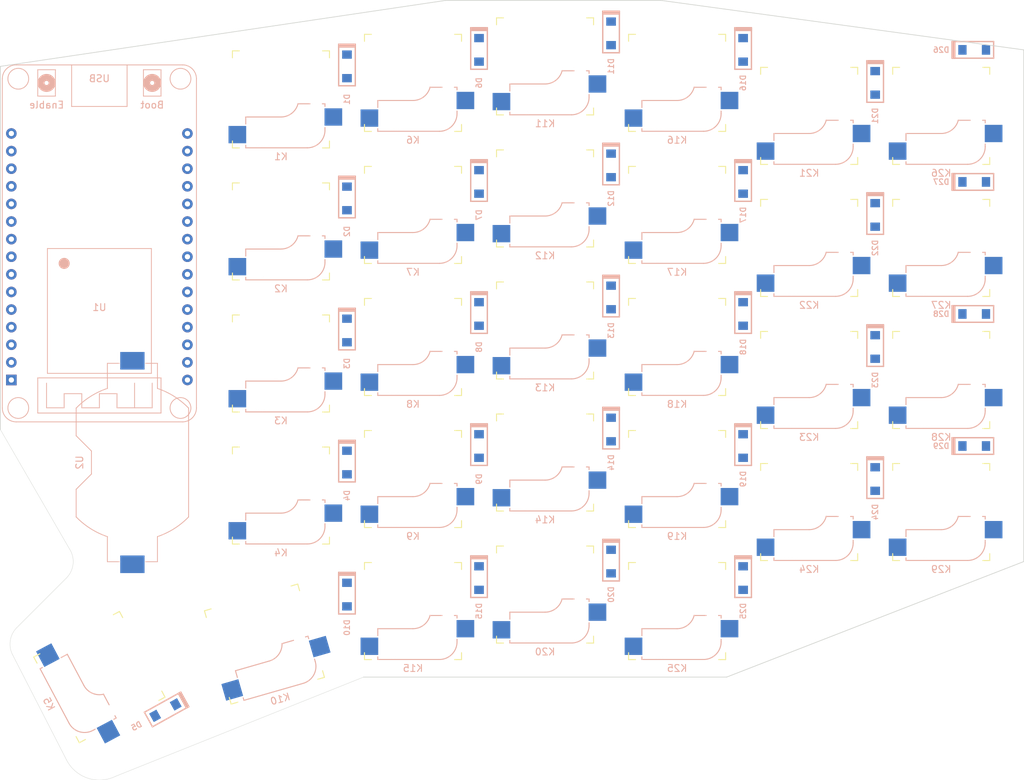
<source format=kicad_pcb>
(kicad_pcb (version 20171130) (host pcbnew 5.1.10)

  (general
    (thickness 1.6)
    (drawings 14)
    (tracks 0)
    (zones 0)
    (modules 60)
    (nets 73)
  )

  (page A4)
  (layers
    (0 F.Cu signal)
    (31 B.Cu signal)
    (32 B.Adhes user)
    (33 F.Adhes user)
    (34 B.Paste user)
    (35 F.Paste user)
    (36 B.SilkS user)
    (37 F.SilkS user)
    (38 B.Mask user)
    (39 F.Mask user)
    (40 Dwgs.User user)
    (41 Cmts.User user)
    (42 Eco1.User user)
    (43 Eco2.User user)
    (44 Edge.Cuts user)
    (45 Margin user)
    (46 B.CrtYd user)
    (47 F.CrtYd user)
    (48 B.Fab user)
    (49 F.Fab user)
  )

  (setup
    (last_trace_width 0.25)
    (trace_clearance 0.2)
    (zone_clearance 0.508)
    (zone_45_only no)
    (trace_min 0.2)
    (via_size 0.8)
    (via_drill 0.4)
    (via_min_size 0.4)
    (via_min_drill 0.3)
    (uvia_size 0.3)
    (uvia_drill 0.1)
    (uvias_allowed no)
    (uvia_min_size 0.2)
    (uvia_min_drill 0.1)
    (edge_width 0.05)
    (segment_width 0.2)
    (pcb_text_width 0.3)
    (pcb_text_size 1.5 1.5)
    (mod_edge_width 0.12)
    (mod_text_size 1 1)
    (mod_text_width 0.15)
    (pad_size 1.524 1.524)
    (pad_drill 0.762)
    (pad_to_mask_clearance 0)
    (aux_axis_origin 0 0)
    (visible_elements FFFFFF7F)
    (pcbplotparams
      (layerselection 0x010fc_ffffffff)
      (usegerberextensions false)
      (usegerberattributes true)
      (usegerberadvancedattributes true)
      (creategerberjobfile true)
      (excludeedgelayer true)
      (linewidth 0.100000)
      (plotframeref false)
      (viasonmask false)
      (mode 1)
      (useauxorigin false)
      (hpglpennumber 1)
      (hpglpenspeed 20)
      (hpglpendiameter 15.000000)
      (psnegative false)
      (psa4output false)
      (plotreference true)
      (plotvalue true)
      (plotinvisibletext false)
      (padsonsilk false)
      (subtractmaskfromsilk false)
      (outputformat 1)
      (mirror false)
      (drillshape 1)
      (scaleselection 1)
      (outputdirectory ""))
  )

  (net 0 "")
  (net 1 "Net-(U1-Pad1)")
  (net 2 "Net-(U1-Pad2)")
  (net 3 "Net-(U1-Pad3)")
  (net 4 "Net-(U1-Pad4)")
  (net 5 "Net-(U1-Pad5)")
  (net 6 "Net-(U1-Pad6)")
  (net 7 "Net-(U1-Pad7)")
  (net 8 "Net-(U1-Pad8)")
  (net 9 "Net-(U1-Pad9)")
  (net 10 "Net-(U1-Pad10)")
  (net 11 "Net-(U1-Pad11)")
  (net 12 "Net-(U1-Pad12)")
  (net 13 "Net-(U1-Pad13)")
  (net 14 "Net-(U1-Pad14)")
  (net 15 "Net-(U1-Pad15)")
  (net 16 "Net-(U1-Pad16)")
  (net 17 "Net-(U1-Pad17)")
  (net 18 "Net-(U1-Pad18)")
  (net 19 "Net-(U1-Pad19)")
  (net 20 "Net-(U1-Pad20)")
  (net 21 "Net-(U1-Pad21)")
  (net 22 "Net-(U1-Pad22)")
  (net 23 "Net-(U1-Pad23)")
  (net 24 "Net-(U1-Pad24)")
  (net 25 "Net-(U1-Pad25)")
  (net 26 "Net-(U1-Pad26)")
  (net 27 "Net-(U1-Pad27)")
  (net 28 "Net-(U1-Pad28)")
  (net 29 "Net-(U1-Pad29)")
  (net 30 "Net-(U1-Pad30)")
  (net 31 "Net-(D1-Pad2)")
  (net 32 "Net-(D1-Pad1)")
  (net 33 "Net-(D2-Pad2)")
  (net 34 "Net-(D12-Pad1)")
  (net 35 "Net-(D3-Pad2)")
  (net 36 "Net-(D13-Pad1)")
  (net 37 "Net-(D4-Pad2)")
  (net 38 "Net-(D14-Pad1)")
  (net 39 "Net-(D5-Pad2)")
  (net 40 "Net-(D10-Pad1)")
  (net 41 "Net-(D6-Pad2)")
  (net 42 "Net-(D7-Pad2)")
  (net 43 "Net-(D8-Pad2)")
  (net 44 "Net-(D9-Pad2)")
  (net 45 "Net-(D10-Pad2)")
  (net 46 "Net-(D11-Pad2)")
  (net 47 "Net-(D12-Pad2)")
  (net 48 "Net-(D13-Pad2)")
  (net 49 "Net-(D14-Pad2)")
  (net 50 "Net-(D15-Pad2)")
  (net 51 "Net-(D16-Pad2)")
  (net 52 "Net-(D17-Pad2)")
  (net 53 "Net-(D18-Pad2)")
  (net 54 "Net-(D19-Pad2)")
  (net 55 "Net-(D20-Pad2)")
  (net 56 "Net-(D21-Pad2)")
  (net 57 "Net-(D22-Pad2)")
  (net 58 "Net-(D23-Pad2)")
  (net 59 "Net-(D24-Pad2)")
  (net 60 "Net-(D25-Pad2)")
  (net 61 "Net-(D26-Pad2)")
  (net 62 "Net-(D27-Pad2)")
  (net 63 "Net-(D28-Pad2)")
  (net 64 "Net-(D29-Pad2)")
  (net 65 "Net-(K1-Pad1)")
  (net 66 "Net-(K10-Pad1)")
  (net 67 "Net-(K11-Pad1)")
  (net 68 "Net-(K16-Pad1)")
  (net 69 "Net-(K21-Pad1)")
  (net 70 "Net-(K26-Pad1)")
  (net 71 "Net-(U2-Pad2)")
  (net 72 "Net-(U2-Pad1)")

  (net_class Default "This is the default net class."
    (clearance 0.2)
    (trace_width 0.25)
    (via_dia 0.8)
    (via_drill 0.4)
    (uvia_dia 0.3)
    (uvia_drill 0.1)
    (add_net "Net-(D1-Pad1)")
    (add_net "Net-(D1-Pad2)")
    (add_net "Net-(D10-Pad1)")
    (add_net "Net-(D10-Pad2)")
    (add_net "Net-(D11-Pad2)")
    (add_net "Net-(D12-Pad1)")
    (add_net "Net-(D12-Pad2)")
    (add_net "Net-(D13-Pad1)")
    (add_net "Net-(D13-Pad2)")
    (add_net "Net-(D14-Pad1)")
    (add_net "Net-(D14-Pad2)")
    (add_net "Net-(D15-Pad2)")
    (add_net "Net-(D16-Pad2)")
    (add_net "Net-(D17-Pad2)")
    (add_net "Net-(D18-Pad2)")
    (add_net "Net-(D19-Pad2)")
    (add_net "Net-(D2-Pad2)")
    (add_net "Net-(D20-Pad2)")
    (add_net "Net-(D21-Pad2)")
    (add_net "Net-(D22-Pad2)")
    (add_net "Net-(D23-Pad2)")
    (add_net "Net-(D24-Pad2)")
    (add_net "Net-(D25-Pad2)")
    (add_net "Net-(D26-Pad2)")
    (add_net "Net-(D27-Pad2)")
    (add_net "Net-(D28-Pad2)")
    (add_net "Net-(D29-Pad2)")
    (add_net "Net-(D3-Pad2)")
    (add_net "Net-(D4-Pad2)")
    (add_net "Net-(D5-Pad2)")
    (add_net "Net-(D6-Pad2)")
    (add_net "Net-(D7-Pad2)")
    (add_net "Net-(D8-Pad2)")
    (add_net "Net-(D9-Pad2)")
    (add_net "Net-(K1-Pad1)")
    (add_net "Net-(K10-Pad1)")
    (add_net "Net-(K11-Pad1)")
    (add_net "Net-(K16-Pad1)")
    (add_net "Net-(K21-Pad1)")
    (add_net "Net-(K26-Pad1)")
    (add_net "Net-(U1-Pad1)")
    (add_net "Net-(U1-Pad10)")
    (add_net "Net-(U1-Pad11)")
    (add_net "Net-(U1-Pad12)")
    (add_net "Net-(U1-Pad13)")
    (add_net "Net-(U1-Pad14)")
    (add_net "Net-(U1-Pad15)")
    (add_net "Net-(U1-Pad16)")
    (add_net "Net-(U1-Pad17)")
    (add_net "Net-(U1-Pad18)")
    (add_net "Net-(U1-Pad19)")
    (add_net "Net-(U1-Pad2)")
    (add_net "Net-(U1-Pad20)")
    (add_net "Net-(U1-Pad21)")
    (add_net "Net-(U1-Pad22)")
    (add_net "Net-(U1-Pad23)")
    (add_net "Net-(U1-Pad24)")
    (add_net "Net-(U1-Pad25)")
    (add_net "Net-(U1-Pad26)")
    (add_net "Net-(U1-Pad27)")
    (add_net "Net-(U1-Pad28)")
    (add_net "Net-(U1-Pad29)")
    (add_net "Net-(U1-Pad3)")
    (add_net "Net-(U1-Pad30)")
    (add_net "Net-(U1-Pad4)")
    (add_net "Net-(U1-Pad5)")
    (add_net "Net-(U1-Pad6)")
    (add_net "Net-(U1-Pad7)")
    (add_net "Net-(U1-Pad8)")
    (add_net "Net-(U1-Pad9)")
    (add_net "Net-(U2-Pad1)")
    (add_net "Net-(U2-Pad2)")
  )

  (module Battery_Holders:Keystone_1058_1x2032-CoinCell locked (layer B.Cu) (tedit 589EE147) (tstamp 60BFB355)
    (at 97.63125 100.0125 90)
    (descr http://www.keyelco.com/product-pdf.cfm?p=14028)
    (tags "Keystone type 1058 coin cell retainer")
    (path /60FB055F)
    (attr smd)
    (fp_text reference U2 (at 0 -7.62 90) (layer B.SilkS)
      (effects (font (size 1 1) (thickness 0.15)) (justify mirror))
    )
    (fp_text value BatteryHolder (at 0 9.398 90) (layer B.Fab)
      (effects (font (size 1 1) (thickness 0.15)) (justify mirror))
    )
    (fp_arc (start 0 0) (end -10.61275 3.5) (angle -27.4635) (layer B.Fab) (width 0.1))
    (fp_arc (start 0 0) (end 10.61275 -3.5) (angle -27.4635) (layer B.Fab) (width 0.1))
    (fp_arc (start 0 0) (end 10.61275 3.5) (angle 27.4635) (layer B.Fab) (width 0.1))
    (fp_arc (start 0 0) (end -10.61275 -3.5) (angle 27.4635) (layer B.Fab) (width 0.1))
    (fp_arc (start 0 0) (end -10.692 3.61) (angle -27.3) (layer B.SilkS) (width 0.12))
    (fp_arc (start 0 0) (end 10.692 -3.61) (angle -27.3) (layer B.SilkS) (width 0.12))
    (fp_arc (start 0 0) (end 10.692 3.61) (angle 27.3) (layer B.SilkS) (width 0.12))
    (fp_arc (start 0 0) (end -10.692 -3.61) (angle 27.3) (layer B.SilkS) (width 0.12))
    (fp_arc (start 0 0) (end -11.06 4.11) (angle -139.2) (layer B.CrtYd) (width 0.05))
    (fp_arc (start 0 0) (end 11.06 -4.11) (angle -139.2) (layer B.CrtYd) (width 0.05))
    (fp_line (start 11.06 -4.11) (end 16.45 -4.11) (layer B.CrtYd) (width 0.05))
    (fp_line (start 16.45 -4.11) (end 16.45 4.11) (layer B.CrtYd) (width 0.05))
    (fp_line (start 16.45 4.11) (end 11.06 4.11) (layer B.CrtYd) (width 0.05))
    (fp_line (start -16.45 4.11) (end -11.06 4.11) (layer B.CrtYd) (width 0.05))
    (fp_line (start -16.45 4.11) (end -16.45 -4.11) (layer B.CrtYd) (width 0.05))
    (fp_line (start -16.45 -4.11) (end -11.06 -4.11) (layer B.CrtYd) (width 0.05))
    (fp_line (start -14.31 -1.9) (end -14.31 -3.61) (layer B.SilkS) (width 0.12))
    (fp_line (start -10.692 -3.61) (end -14.31 -3.61) (layer B.SilkS) (width 0.12))
    (fp_line (start -3.86 -8.11) (end -7.8473 -8.11) (layer B.SilkS) (width 0.12))
    (fp_line (start -1.66 -5.91) (end -3.86 -8.11) (layer B.SilkS) (width 0.12))
    (fp_line (start 1.66 -5.91) (end -1.66 -5.91) (layer B.SilkS) (width 0.12))
    (fp_line (start 1.66 -5.91) (end 3.86 -8.11) (layer B.SilkS) (width 0.12))
    (fp_line (start 7.8473 -8.11) (end 3.86 -8.11) (layer B.SilkS) (width 0.12))
    (fp_line (start 14.31 -1.9) (end 14.31 -3.61) (layer B.SilkS) (width 0.12))
    (fp_line (start 14.31 -3.61) (end 10.692 -3.61) (layer B.SilkS) (width 0.12))
    (fp_line (start 10.692 3.61) (end 14.31 3.61) (layer B.SilkS) (width 0.12))
    (fp_line (start 14.31 1.9) (end 14.31 3.61) (layer B.SilkS) (width 0.12))
    (fp_line (start -7.8473 8.11) (end 7.8473 8.11) (layer B.SilkS) (width 0.12))
    (fp_line (start -14.31 1.9) (end -14.31 3.61) (layer B.SilkS) (width 0.12))
    (fp_line (start -14.31 3.61) (end -10.692 3.61) (layer B.SilkS) (width 0.12))
    (fp_line (start 14.2 -1.9) (end 14.2 -3.5) (layer B.Fab) (width 0.1))
    (fp_line (start 14.2 -3.5) (end 10.61275 -3.5) (layer B.Fab) (width 0.1))
    (fp_line (start 10.61275 3.5) (end 14.2 3.5) (layer B.Fab) (width 0.1))
    (fp_line (start 14.2 3.5) (end 14.2 1.9) (layer B.Fab) (width 0.1))
    (fp_line (start -14.2 -1.9) (end -14.2 -3.5) (layer B.Fab) (width 0.1))
    (fp_line (start -14.2 -3.5) (end -10.61275 -3.5) (layer B.Fab) (width 0.1))
    (fp_line (start 3.9 -8) (end 7.8026 -8) (layer B.Fab) (width 0.1))
    (fp_line (start 1.7 -5.8) (end 3.9 -8) (layer B.Fab) (width 0.1))
    (fp_line (start -1.7 -5.8) (end -3.9 -8) (layer B.Fab) (width 0.1))
    (fp_line (start -1.7 -5.8) (end 1.7 -5.8) (layer B.Fab) (width 0.1))
    (fp_line (start -14.2 3.5) (end -10.61275 3.5) (layer B.Fab) (width 0.1))
    (fp_line (start -14.2 3.5) (end -14.2 1.9) (layer B.Fab) (width 0.1))
    (fp_line (start -3.9 -8) (end -7.8026 -8) (layer B.Fab) (width 0.1))
    (fp_line (start -7.8026 8) (end 7.8026 8) (layer B.Fab) (width 0.1))
    (fp_circle (center 0 0) (end 10 0) (layer Dwgs.User) (width 0.15))
    (pad 2 smd rect (at 14.68 0 90) (size 2.54 3.51) (layers B.Cu B.Paste B.Mask)
      (net 71 "Net-(U2-Pad2)"))
    (pad 1 smd rect (at -14.68 0 90) (size 2.54 3.51) (layers B.Cu B.Paste B.Mask)
      (net 72 "Net-(U2-Pad1)"))
  )

  (module keyboard_parts:D_SOD123W_hand locked (layer B.Cu) (tedit 561B69E3) (tstamp 60BE974D)
    (at 219.075 97.63125)
    (path /60C82D17)
    (attr smd)
    (fp_text reference D29 (at -4.7625 0) (layer B.SilkS)
      (effects (font (size 0.8 0.8) (thickness 0.15)) (justify mirror))
    )
    (fp_text value D (at 0 1.925) (layer B.SilkS) hide
      (effects (font (size 0.8 0.8) (thickness 0.15)) (justify mirror))
    )
    (fp_line (start -3.075 -1.2) (end -3.075 1.2) (layer B.SilkS) (width 0.2))
    (fp_line (start -2.8 1.2) (end -2.8 -1.2) (layer B.SilkS) (width 0.2))
    (fp_line (start -2.925 1.2) (end -2.925 -1.2) (layer B.SilkS) (width 0.2))
    (fp_line (start -3.2 1.2) (end 2.8 1.2) (layer B.SilkS) (width 0.2))
    (fp_line (start 2.8 1.2) (end 2.8 -1.2) (layer B.SilkS) (width 0.2))
    (fp_line (start 2.8 -1.2) (end -3.2 -1.2) (layer B.SilkS) (width 0.2))
    (fp_line (start -3.2 -1.2) (end -3.2 1.2) (layer B.SilkS) (width 0.2))
    (pad 1 smd rect (at -1.7 0) (size 1.2 1.4) (layers B.Cu B.Paste B.Mask)
      (net 38 "Net-(D14-Pad1)"))
    (pad 2 smd rect (at 1.7 0) (size 1.2 1.4) (layers B.Cu B.Paste B.Mask)
      (net 64 "Net-(D29-Pad2)"))
  )

  (module keyboard_parts:D_SOD123W_hand locked (layer B.Cu) (tedit 561B69E3) (tstamp 60BE973C)
    (at 219.075 78.58125)
    (path /60C811FD)
    (attr smd)
    (fp_text reference D28 (at -4.7625 0) (layer B.SilkS)
      (effects (font (size 0.8 0.8) (thickness 0.15)) (justify mirror))
    )
    (fp_text value D (at 0 1.925) (layer B.SilkS) hide
      (effects (font (size 0.8 0.8) (thickness 0.15)) (justify mirror))
    )
    (fp_line (start -3.075 -1.2) (end -3.075 1.2) (layer B.SilkS) (width 0.2))
    (fp_line (start -2.8 1.2) (end -2.8 -1.2) (layer B.SilkS) (width 0.2))
    (fp_line (start -2.925 1.2) (end -2.925 -1.2) (layer B.SilkS) (width 0.2))
    (fp_line (start -3.2 1.2) (end 2.8 1.2) (layer B.SilkS) (width 0.2))
    (fp_line (start 2.8 1.2) (end 2.8 -1.2) (layer B.SilkS) (width 0.2))
    (fp_line (start 2.8 -1.2) (end -3.2 -1.2) (layer B.SilkS) (width 0.2))
    (fp_line (start -3.2 -1.2) (end -3.2 1.2) (layer B.SilkS) (width 0.2))
    (pad 1 smd rect (at -1.7 0) (size 1.2 1.4) (layers B.Cu B.Paste B.Mask)
      (net 36 "Net-(D13-Pad1)"))
    (pad 2 smd rect (at 1.7 0) (size 1.2 1.4) (layers B.Cu B.Paste B.Mask)
      (net 63 "Net-(D28-Pad2)"))
  )

  (module keyboard_parts:D_SOD123W_hand locked (layer B.Cu) (tedit 561B69E3) (tstamp 60BE972B)
    (at 219.075 59.53125)
    (path /60C6A65F)
    (attr smd)
    (fp_text reference D27 (at -4.7625 0) (layer B.SilkS)
      (effects (font (size 0.8 0.8) (thickness 0.15)) (justify mirror))
    )
    (fp_text value D (at 0 1.925) (layer B.SilkS) hide
      (effects (font (size 0.8 0.8) (thickness 0.15)) (justify mirror))
    )
    (fp_line (start -3.075 -1.2) (end -3.075 1.2) (layer B.SilkS) (width 0.2))
    (fp_line (start -2.8 1.2) (end -2.8 -1.2) (layer B.SilkS) (width 0.2))
    (fp_line (start -2.925 1.2) (end -2.925 -1.2) (layer B.SilkS) (width 0.2))
    (fp_line (start -3.2 1.2) (end 2.8 1.2) (layer B.SilkS) (width 0.2))
    (fp_line (start 2.8 1.2) (end 2.8 -1.2) (layer B.SilkS) (width 0.2))
    (fp_line (start 2.8 -1.2) (end -3.2 -1.2) (layer B.SilkS) (width 0.2))
    (fp_line (start -3.2 -1.2) (end -3.2 1.2) (layer B.SilkS) (width 0.2))
    (pad 1 smd rect (at -1.7 0) (size 1.2 1.4) (layers B.Cu B.Paste B.Mask)
      (net 34 "Net-(D12-Pad1)"))
    (pad 2 smd rect (at 1.7 0) (size 1.2 1.4) (layers B.Cu B.Paste B.Mask)
      (net 62 "Net-(D27-Pad2)"))
  )

  (module keyboard_parts:D_SOD123W_hand locked (layer B.Cu) (tedit 561B69E3) (tstamp 60BE971A)
    (at 219.075 40.48125)
    (path /60C63217)
    (attr smd)
    (fp_text reference D26 (at -4.7625 0) (layer B.SilkS)
      (effects (font (size 0.8 0.8) (thickness 0.15)) (justify mirror))
    )
    (fp_text value D (at 0 1.925) (layer B.SilkS) hide
      (effects (font (size 0.8 0.8) (thickness 0.15)) (justify mirror))
    )
    (fp_line (start -3.075 -1.2) (end -3.075 1.2) (layer B.SilkS) (width 0.2))
    (fp_line (start -2.8 1.2) (end -2.8 -1.2) (layer B.SilkS) (width 0.2))
    (fp_line (start -2.925 1.2) (end -2.925 -1.2) (layer B.SilkS) (width 0.2))
    (fp_line (start -3.2 1.2) (end 2.8 1.2) (layer B.SilkS) (width 0.2))
    (fp_line (start 2.8 1.2) (end 2.8 -1.2) (layer B.SilkS) (width 0.2))
    (fp_line (start 2.8 -1.2) (end -3.2 -1.2) (layer B.SilkS) (width 0.2))
    (fp_line (start -3.2 -1.2) (end -3.2 1.2) (layer B.SilkS) (width 0.2))
    (pad 1 smd rect (at -1.7 0) (size 1.2 1.4) (layers B.Cu B.Paste B.Mask)
      (net 32 "Net-(D1-Pad1)"))
    (pad 2 smd rect (at 1.7 0) (size 1.2 1.4) (layers B.Cu B.Paste B.Mask)
      (net 61 "Net-(D26-Pad2)"))
  )

  (module keyboard_parts:D_SOD123W_hand locked (layer B.Cu) (tedit 561B69E3) (tstamp 60BE9709)
    (at 185.7375 116.68125 270)
    (path /60C84B7F)
    (attr smd)
    (fp_text reference D25 (at 4.7625 0 90) (layer B.SilkS)
      (effects (font (size 0.8 0.8) (thickness 0.15)) (justify mirror))
    )
    (fp_text value D (at 0 1.925 90) (layer B.SilkS) hide
      (effects (font (size 0.8 0.8) (thickness 0.15)) (justify mirror))
    )
    (fp_line (start -3.075 -1.2) (end -3.075 1.2) (layer B.SilkS) (width 0.2))
    (fp_line (start -2.8 1.2) (end -2.8 -1.2) (layer B.SilkS) (width 0.2))
    (fp_line (start -2.925 1.2) (end -2.925 -1.2) (layer B.SilkS) (width 0.2))
    (fp_line (start -3.2 1.2) (end 2.8 1.2) (layer B.SilkS) (width 0.2))
    (fp_line (start 2.8 1.2) (end 2.8 -1.2) (layer B.SilkS) (width 0.2))
    (fp_line (start 2.8 -1.2) (end -3.2 -1.2) (layer B.SilkS) (width 0.2))
    (fp_line (start -3.2 -1.2) (end -3.2 1.2) (layer B.SilkS) (width 0.2))
    (pad 1 smd rect (at -1.7 0 270) (size 1.2 1.4) (layers B.Cu B.Paste B.Mask)
      (net 40 "Net-(D10-Pad1)"))
    (pad 2 smd rect (at 1.7 0 270) (size 1.2 1.4) (layers B.Cu B.Paste B.Mask)
      (net 60 "Net-(D25-Pad2)"))
  )

  (module keyboard_parts:D_SOD123W_hand locked (layer B.Cu) (tedit 561B69E3) (tstamp 60BE96F8)
    (at 204.7875 102.39375 270)
    (path /60C82D11)
    (attr smd)
    (fp_text reference D24 (at 4.7625 0 90) (layer B.SilkS)
      (effects (font (size 0.8 0.8) (thickness 0.15)) (justify mirror))
    )
    (fp_text value D (at 0 1.925 90) (layer B.SilkS) hide
      (effects (font (size 0.8 0.8) (thickness 0.15)) (justify mirror))
    )
    (fp_line (start -3.075 -1.2) (end -3.075 1.2) (layer B.SilkS) (width 0.2))
    (fp_line (start -2.8 1.2) (end -2.8 -1.2) (layer B.SilkS) (width 0.2))
    (fp_line (start -2.925 1.2) (end -2.925 -1.2) (layer B.SilkS) (width 0.2))
    (fp_line (start -3.2 1.2) (end 2.8 1.2) (layer B.SilkS) (width 0.2))
    (fp_line (start 2.8 1.2) (end 2.8 -1.2) (layer B.SilkS) (width 0.2))
    (fp_line (start 2.8 -1.2) (end -3.2 -1.2) (layer B.SilkS) (width 0.2))
    (fp_line (start -3.2 -1.2) (end -3.2 1.2) (layer B.SilkS) (width 0.2))
    (pad 1 smd rect (at -1.7 0 270) (size 1.2 1.4) (layers B.Cu B.Paste B.Mask)
      (net 38 "Net-(D14-Pad1)"))
    (pad 2 smd rect (at 1.7 0 270) (size 1.2 1.4) (layers B.Cu B.Paste B.Mask)
      (net 59 "Net-(D24-Pad2)"))
  )

  (module keyboard_parts:D_SOD123W_hand locked (layer B.Cu) (tedit 561B69E3) (tstamp 60BE96E7)
    (at 204.7875 83.34375 270)
    (path /60C811F7)
    (attr smd)
    (fp_text reference D23 (at 4.7625 0 90) (layer B.SilkS)
      (effects (font (size 0.8 0.8) (thickness 0.15)) (justify mirror))
    )
    (fp_text value D (at 0 1.925 90) (layer B.SilkS) hide
      (effects (font (size 0.8 0.8) (thickness 0.15)) (justify mirror))
    )
    (fp_line (start -3.075 -1.2) (end -3.075 1.2) (layer B.SilkS) (width 0.2))
    (fp_line (start -2.8 1.2) (end -2.8 -1.2) (layer B.SilkS) (width 0.2))
    (fp_line (start -2.925 1.2) (end -2.925 -1.2) (layer B.SilkS) (width 0.2))
    (fp_line (start -3.2 1.2) (end 2.8 1.2) (layer B.SilkS) (width 0.2))
    (fp_line (start 2.8 1.2) (end 2.8 -1.2) (layer B.SilkS) (width 0.2))
    (fp_line (start 2.8 -1.2) (end -3.2 -1.2) (layer B.SilkS) (width 0.2))
    (fp_line (start -3.2 -1.2) (end -3.2 1.2) (layer B.SilkS) (width 0.2))
    (pad 1 smd rect (at -1.7 0 270) (size 1.2 1.4) (layers B.Cu B.Paste B.Mask)
      (net 36 "Net-(D13-Pad1)"))
    (pad 2 smd rect (at 1.7 0 270) (size 1.2 1.4) (layers B.Cu B.Paste B.Mask)
      (net 58 "Net-(D23-Pad2)"))
  )

  (module keyboard_parts:D_SOD123W_hand locked (layer B.Cu) (tedit 561B69E3) (tstamp 60BE96D6)
    (at 204.7875 64.29375 270)
    (path /60C6A659)
    (attr smd)
    (fp_text reference D22 (at 4.7625 0 90) (layer B.SilkS)
      (effects (font (size 0.8 0.8) (thickness 0.15)) (justify mirror))
    )
    (fp_text value D (at 0 1.925 90) (layer B.SilkS) hide
      (effects (font (size 0.8 0.8) (thickness 0.15)) (justify mirror))
    )
    (fp_line (start -3.075 -1.2) (end -3.075 1.2) (layer B.SilkS) (width 0.2))
    (fp_line (start -2.8 1.2) (end -2.8 -1.2) (layer B.SilkS) (width 0.2))
    (fp_line (start -2.925 1.2) (end -2.925 -1.2) (layer B.SilkS) (width 0.2))
    (fp_line (start -3.2 1.2) (end 2.8 1.2) (layer B.SilkS) (width 0.2))
    (fp_line (start 2.8 1.2) (end 2.8 -1.2) (layer B.SilkS) (width 0.2))
    (fp_line (start 2.8 -1.2) (end -3.2 -1.2) (layer B.SilkS) (width 0.2))
    (fp_line (start -3.2 -1.2) (end -3.2 1.2) (layer B.SilkS) (width 0.2))
    (pad 1 smd rect (at -1.7 0 270) (size 1.2 1.4) (layers B.Cu B.Paste B.Mask)
      (net 34 "Net-(D12-Pad1)"))
    (pad 2 smd rect (at 1.7 0 270) (size 1.2 1.4) (layers B.Cu B.Paste B.Mask)
      (net 57 "Net-(D22-Pad2)"))
  )

  (module keyboard_parts:D_SOD123W_hand locked (layer B.Cu) (tedit 561B69E3) (tstamp 60BE96C5)
    (at 204.7875 45.24375 270)
    (path /60C62966)
    (attr smd)
    (fp_text reference D21 (at 4.7625 0 90) (layer B.SilkS)
      (effects (font (size 0.8 0.8) (thickness 0.15)) (justify mirror))
    )
    (fp_text value D (at 0 1.925 90) (layer B.SilkS) hide
      (effects (font (size 0.8 0.8) (thickness 0.15)) (justify mirror))
    )
    (fp_line (start -3.075 -1.2) (end -3.075 1.2) (layer B.SilkS) (width 0.2))
    (fp_line (start -2.8 1.2) (end -2.8 -1.2) (layer B.SilkS) (width 0.2))
    (fp_line (start -2.925 1.2) (end -2.925 -1.2) (layer B.SilkS) (width 0.2))
    (fp_line (start -3.2 1.2) (end 2.8 1.2) (layer B.SilkS) (width 0.2))
    (fp_line (start 2.8 1.2) (end 2.8 -1.2) (layer B.SilkS) (width 0.2))
    (fp_line (start 2.8 -1.2) (end -3.2 -1.2) (layer B.SilkS) (width 0.2))
    (fp_line (start -3.2 -1.2) (end -3.2 1.2) (layer B.SilkS) (width 0.2))
    (pad 1 smd rect (at -1.7 0 270) (size 1.2 1.4) (layers B.Cu B.Paste B.Mask)
      (net 32 "Net-(D1-Pad1)"))
    (pad 2 smd rect (at 1.7 0 270) (size 1.2 1.4) (layers B.Cu B.Paste B.Mask)
      (net 56 "Net-(D21-Pad2)"))
  )

  (module keyboard_parts:D_SOD123W_hand locked (layer B.Cu) (tedit 561B69E3) (tstamp 60BE96B4)
    (at 166.6875 114.3 270)
    (path /60C84B79)
    (attr smd)
    (fp_text reference D20 (at 4.7625 0 90) (layer B.SilkS)
      (effects (font (size 0.8 0.8) (thickness 0.15)) (justify mirror))
    )
    (fp_text value D (at 0 1.925 90) (layer B.SilkS) hide
      (effects (font (size 0.8 0.8) (thickness 0.15)) (justify mirror))
    )
    (fp_line (start -3.075 -1.2) (end -3.075 1.2) (layer B.SilkS) (width 0.2))
    (fp_line (start -2.8 1.2) (end -2.8 -1.2) (layer B.SilkS) (width 0.2))
    (fp_line (start -2.925 1.2) (end -2.925 -1.2) (layer B.SilkS) (width 0.2))
    (fp_line (start -3.2 1.2) (end 2.8 1.2) (layer B.SilkS) (width 0.2))
    (fp_line (start 2.8 1.2) (end 2.8 -1.2) (layer B.SilkS) (width 0.2))
    (fp_line (start 2.8 -1.2) (end -3.2 -1.2) (layer B.SilkS) (width 0.2))
    (fp_line (start -3.2 -1.2) (end -3.2 1.2) (layer B.SilkS) (width 0.2))
    (pad 1 smd rect (at -1.7 0 270) (size 1.2 1.4) (layers B.Cu B.Paste B.Mask)
      (net 40 "Net-(D10-Pad1)"))
    (pad 2 smd rect (at 1.7 0 270) (size 1.2 1.4) (layers B.Cu B.Paste B.Mask)
      (net 55 "Net-(D20-Pad2)"))
  )

  (module keyboard_parts:D_SOD123W_hand locked (layer B.Cu) (tedit 561B69E3) (tstamp 60BE96A3)
    (at 185.7375 97.63125 270)
    (path /60C82D0B)
    (attr smd)
    (fp_text reference D19 (at 4.7625 0 90) (layer B.SilkS)
      (effects (font (size 0.8 0.8) (thickness 0.15)) (justify mirror))
    )
    (fp_text value D (at 0 1.925 90) (layer B.SilkS) hide
      (effects (font (size 0.8 0.8) (thickness 0.15)) (justify mirror))
    )
    (fp_line (start -3.075 -1.2) (end -3.075 1.2) (layer B.SilkS) (width 0.2))
    (fp_line (start -2.8 1.2) (end -2.8 -1.2) (layer B.SilkS) (width 0.2))
    (fp_line (start -2.925 1.2) (end -2.925 -1.2) (layer B.SilkS) (width 0.2))
    (fp_line (start -3.2 1.2) (end 2.8 1.2) (layer B.SilkS) (width 0.2))
    (fp_line (start 2.8 1.2) (end 2.8 -1.2) (layer B.SilkS) (width 0.2))
    (fp_line (start 2.8 -1.2) (end -3.2 -1.2) (layer B.SilkS) (width 0.2))
    (fp_line (start -3.2 -1.2) (end -3.2 1.2) (layer B.SilkS) (width 0.2))
    (pad 1 smd rect (at -1.7 0 270) (size 1.2 1.4) (layers B.Cu B.Paste B.Mask)
      (net 38 "Net-(D14-Pad1)"))
    (pad 2 smd rect (at 1.7 0 270) (size 1.2 1.4) (layers B.Cu B.Paste B.Mask)
      (net 54 "Net-(D19-Pad2)"))
  )

  (module keyboard_parts:D_SOD123W_hand locked (layer B.Cu) (tedit 561B69E3) (tstamp 60BE9692)
    (at 185.7375 78.58125 270)
    (path /60C811F1)
    (attr smd)
    (fp_text reference D18 (at 4.7625 0 90) (layer B.SilkS)
      (effects (font (size 0.8 0.8) (thickness 0.15)) (justify mirror))
    )
    (fp_text value D (at 0 1.925 90) (layer B.SilkS) hide
      (effects (font (size 0.8 0.8) (thickness 0.15)) (justify mirror))
    )
    (fp_line (start -3.075 -1.2) (end -3.075 1.2) (layer B.SilkS) (width 0.2))
    (fp_line (start -2.8 1.2) (end -2.8 -1.2) (layer B.SilkS) (width 0.2))
    (fp_line (start -2.925 1.2) (end -2.925 -1.2) (layer B.SilkS) (width 0.2))
    (fp_line (start -3.2 1.2) (end 2.8 1.2) (layer B.SilkS) (width 0.2))
    (fp_line (start 2.8 1.2) (end 2.8 -1.2) (layer B.SilkS) (width 0.2))
    (fp_line (start 2.8 -1.2) (end -3.2 -1.2) (layer B.SilkS) (width 0.2))
    (fp_line (start -3.2 -1.2) (end -3.2 1.2) (layer B.SilkS) (width 0.2))
    (pad 1 smd rect (at -1.7 0 270) (size 1.2 1.4) (layers B.Cu B.Paste B.Mask)
      (net 36 "Net-(D13-Pad1)"))
    (pad 2 smd rect (at 1.7 0 270) (size 1.2 1.4) (layers B.Cu B.Paste B.Mask)
      (net 53 "Net-(D18-Pad2)"))
  )

  (module keyboard_parts:D_SOD123W_hand locked (layer B.Cu) (tedit 561B69E3) (tstamp 60BE9681)
    (at 185.7375 59.53125 270)
    (path /60C6A653)
    (attr smd)
    (fp_text reference D17 (at 4.7625 0 90) (layer B.SilkS)
      (effects (font (size 0.8 0.8) (thickness 0.15)) (justify mirror))
    )
    (fp_text value D (at 0 1.925 90) (layer B.SilkS) hide
      (effects (font (size 0.8 0.8) (thickness 0.15)) (justify mirror))
    )
    (fp_line (start -3.075 -1.2) (end -3.075 1.2) (layer B.SilkS) (width 0.2))
    (fp_line (start -2.8 1.2) (end -2.8 -1.2) (layer B.SilkS) (width 0.2))
    (fp_line (start -2.925 1.2) (end -2.925 -1.2) (layer B.SilkS) (width 0.2))
    (fp_line (start -3.2 1.2) (end 2.8 1.2) (layer B.SilkS) (width 0.2))
    (fp_line (start 2.8 1.2) (end 2.8 -1.2) (layer B.SilkS) (width 0.2))
    (fp_line (start 2.8 -1.2) (end -3.2 -1.2) (layer B.SilkS) (width 0.2))
    (fp_line (start -3.2 -1.2) (end -3.2 1.2) (layer B.SilkS) (width 0.2))
    (pad 1 smd rect (at -1.7 0 270) (size 1.2 1.4) (layers B.Cu B.Paste B.Mask)
      (net 34 "Net-(D12-Pad1)"))
    (pad 2 smd rect (at 1.7 0 270) (size 1.2 1.4) (layers B.Cu B.Paste B.Mask)
      (net 52 "Net-(D17-Pad2)"))
  )

  (module keyboard_parts:D_SOD123W_hand locked (layer B.Cu) (tedit 561B69E3) (tstamp 60BE9670)
    (at 185.7375 40.48125 270)
    (path /60C61E61)
    (attr smd)
    (fp_text reference D16 (at 4.7625 0.013751 90) (layer B.SilkS)
      (effects (font (size 0.8 0.8) (thickness 0.15)) (justify mirror))
    )
    (fp_text value D (at 0 1.925 90) (layer B.SilkS) hide
      (effects (font (size 0.8 0.8) (thickness 0.15)) (justify mirror))
    )
    (fp_line (start -3.075 -1.2) (end -3.075 1.2) (layer B.SilkS) (width 0.2))
    (fp_line (start -2.8 1.2) (end -2.8 -1.2) (layer B.SilkS) (width 0.2))
    (fp_line (start -2.925 1.2) (end -2.925 -1.2) (layer B.SilkS) (width 0.2))
    (fp_line (start -3.2 1.2) (end 2.8 1.2) (layer B.SilkS) (width 0.2))
    (fp_line (start 2.8 1.2) (end 2.8 -1.2) (layer B.SilkS) (width 0.2))
    (fp_line (start 2.8 -1.2) (end -3.2 -1.2) (layer B.SilkS) (width 0.2))
    (fp_line (start -3.2 -1.2) (end -3.2 1.2) (layer B.SilkS) (width 0.2))
    (pad 1 smd rect (at -1.7 0 270) (size 1.2 1.4) (layers B.Cu B.Paste B.Mask)
      (net 32 "Net-(D1-Pad1)"))
    (pad 2 smd rect (at 1.7 0 270) (size 1.2 1.4) (layers B.Cu B.Paste B.Mask)
      (net 51 "Net-(D16-Pad2)"))
  )

  (module keyboard_parts:D_SOD123W_hand locked (layer B.Cu) (tedit 561B69E3) (tstamp 60BE965F)
    (at 147.6375 116.68125 270)
    (path /60C84B73)
    (attr smd)
    (fp_text reference D15 (at 4.7625 0 90) (layer B.SilkS)
      (effects (font (size 0.8 0.8) (thickness 0.15)) (justify mirror))
    )
    (fp_text value D (at 0 1.925 90) (layer B.SilkS) hide
      (effects (font (size 0.8 0.8) (thickness 0.15)) (justify mirror))
    )
    (fp_line (start -3.075 -1.2) (end -3.075 1.2) (layer B.SilkS) (width 0.2))
    (fp_line (start -2.8 1.2) (end -2.8 -1.2) (layer B.SilkS) (width 0.2))
    (fp_line (start -2.925 1.2) (end -2.925 -1.2) (layer B.SilkS) (width 0.2))
    (fp_line (start -3.2 1.2) (end 2.8 1.2) (layer B.SilkS) (width 0.2))
    (fp_line (start 2.8 1.2) (end 2.8 -1.2) (layer B.SilkS) (width 0.2))
    (fp_line (start 2.8 -1.2) (end -3.2 -1.2) (layer B.SilkS) (width 0.2))
    (fp_line (start -3.2 -1.2) (end -3.2 1.2) (layer B.SilkS) (width 0.2))
    (pad 1 smd rect (at -1.7 0 270) (size 1.2 1.4) (layers B.Cu B.Paste B.Mask)
      (net 40 "Net-(D10-Pad1)"))
    (pad 2 smd rect (at 1.7 0 270) (size 1.2 1.4) (layers B.Cu B.Paste B.Mask)
      (net 50 "Net-(D15-Pad2)"))
  )

  (module keyboard_parts:D_SOD123W_hand locked (layer B.Cu) (tedit 561B69E3) (tstamp 60BE964E)
    (at 166.6875 95.25 270)
    (path /60C82D05)
    (attr smd)
    (fp_text reference D14 (at 4.7625 0 90) (layer B.SilkS)
      (effects (font (size 0.8 0.8) (thickness 0.15)) (justify mirror))
    )
    (fp_text value D (at 0 1.925 90) (layer B.SilkS) hide
      (effects (font (size 0.8 0.8) (thickness 0.15)) (justify mirror))
    )
    (fp_line (start -3.075 -1.2) (end -3.075 1.2) (layer B.SilkS) (width 0.2))
    (fp_line (start -2.8 1.2) (end -2.8 -1.2) (layer B.SilkS) (width 0.2))
    (fp_line (start -2.925 1.2) (end -2.925 -1.2) (layer B.SilkS) (width 0.2))
    (fp_line (start -3.2 1.2) (end 2.8 1.2) (layer B.SilkS) (width 0.2))
    (fp_line (start 2.8 1.2) (end 2.8 -1.2) (layer B.SilkS) (width 0.2))
    (fp_line (start 2.8 -1.2) (end -3.2 -1.2) (layer B.SilkS) (width 0.2))
    (fp_line (start -3.2 -1.2) (end -3.2 1.2) (layer B.SilkS) (width 0.2))
    (pad 1 smd rect (at -1.7 0 270) (size 1.2 1.4) (layers B.Cu B.Paste B.Mask)
      (net 38 "Net-(D14-Pad1)"))
    (pad 2 smd rect (at 1.7 0 270) (size 1.2 1.4) (layers B.Cu B.Paste B.Mask)
      (net 49 "Net-(D14-Pad2)"))
  )

  (module keyboard_parts:D_SOD123W_hand locked (layer B.Cu) (tedit 561B69E3) (tstamp 60BE963D)
    (at 166.6875 76.2 270)
    (path /60C811EB)
    (attr smd)
    (fp_text reference D13 (at 4.7625 0 90) (layer B.SilkS)
      (effects (font (size 0.8 0.8) (thickness 0.15)) (justify mirror))
    )
    (fp_text value D (at 0 1.925 90) (layer B.SilkS) hide
      (effects (font (size 0.8 0.8) (thickness 0.15)) (justify mirror))
    )
    (fp_line (start -3.075 -1.2) (end -3.075 1.2) (layer B.SilkS) (width 0.2))
    (fp_line (start -2.8 1.2) (end -2.8 -1.2) (layer B.SilkS) (width 0.2))
    (fp_line (start -2.925 1.2) (end -2.925 -1.2) (layer B.SilkS) (width 0.2))
    (fp_line (start -3.2 1.2) (end 2.8 1.2) (layer B.SilkS) (width 0.2))
    (fp_line (start 2.8 1.2) (end 2.8 -1.2) (layer B.SilkS) (width 0.2))
    (fp_line (start 2.8 -1.2) (end -3.2 -1.2) (layer B.SilkS) (width 0.2))
    (fp_line (start -3.2 -1.2) (end -3.2 1.2) (layer B.SilkS) (width 0.2))
    (pad 1 smd rect (at -1.7 0 270) (size 1.2 1.4) (layers B.Cu B.Paste B.Mask)
      (net 36 "Net-(D13-Pad1)"))
    (pad 2 smd rect (at 1.7 0 270) (size 1.2 1.4) (layers B.Cu B.Paste B.Mask)
      (net 48 "Net-(D13-Pad2)"))
  )

  (module keyboard_parts:D_SOD123W_hand locked (layer B.Cu) (tedit 561B69E3) (tstamp 60BE962C)
    (at 166.6875 57.15 270)
    (path /60C6A64D)
    (attr smd)
    (fp_text reference D12 (at 4.7625 0 90) (layer B.SilkS)
      (effects (font (size 0.8 0.8) (thickness 0.15)) (justify mirror))
    )
    (fp_text value D (at 0 1.925 90) (layer B.SilkS) hide
      (effects (font (size 0.8 0.8) (thickness 0.15)) (justify mirror))
    )
    (fp_line (start -3.075 -1.2) (end -3.075 1.2) (layer B.SilkS) (width 0.2))
    (fp_line (start -2.8 1.2) (end -2.8 -1.2) (layer B.SilkS) (width 0.2))
    (fp_line (start -2.925 1.2) (end -2.925 -1.2) (layer B.SilkS) (width 0.2))
    (fp_line (start -3.2 1.2) (end 2.8 1.2) (layer B.SilkS) (width 0.2))
    (fp_line (start 2.8 1.2) (end 2.8 -1.2) (layer B.SilkS) (width 0.2))
    (fp_line (start 2.8 -1.2) (end -3.2 -1.2) (layer B.SilkS) (width 0.2))
    (fp_line (start -3.2 -1.2) (end -3.2 1.2) (layer B.SilkS) (width 0.2))
    (pad 1 smd rect (at -1.7 0 270) (size 1.2 1.4) (layers B.Cu B.Paste B.Mask)
      (net 34 "Net-(D12-Pad1)"))
    (pad 2 smd rect (at 1.7 0 270) (size 1.2 1.4) (layers B.Cu B.Paste B.Mask)
      (net 47 "Net-(D12-Pad2)"))
  )

  (module keyboard_parts:D_SOD123W_hand locked (layer B.Cu) (tedit 561B69E3) (tstamp 60BE961B)
    (at 166.6875 38.1 270)
    (path /60C60B09)
    (attr smd)
    (fp_text reference D11 (at 4.7625 0 90) (layer B.SilkS)
      (effects (font (size 0.8 0.8) (thickness 0.15)) (justify mirror))
    )
    (fp_text value D (at 0 1.925 90) (layer B.SilkS) hide
      (effects (font (size 0.8 0.8) (thickness 0.15)) (justify mirror))
    )
    (fp_line (start -3.075 -1.2) (end -3.075 1.2) (layer B.SilkS) (width 0.2))
    (fp_line (start -2.8 1.2) (end -2.8 -1.2) (layer B.SilkS) (width 0.2))
    (fp_line (start -2.925 1.2) (end -2.925 -1.2) (layer B.SilkS) (width 0.2))
    (fp_line (start -3.2 1.2) (end 2.8 1.2) (layer B.SilkS) (width 0.2))
    (fp_line (start 2.8 1.2) (end 2.8 -1.2) (layer B.SilkS) (width 0.2))
    (fp_line (start 2.8 -1.2) (end -3.2 -1.2) (layer B.SilkS) (width 0.2))
    (fp_line (start -3.2 -1.2) (end -3.2 1.2) (layer B.SilkS) (width 0.2))
    (pad 1 smd rect (at -1.7 0 270) (size 1.2 1.4) (layers B.Cu B.Paste B.Mask)
      (net 32 "Net-(D1-Pad1)"))
    (pad 2 smd rect (at 1.7 0 270) (size 1.2 1.4) (layers B.Cu B.Paste B.Mask)
      (net 46 "Net-(D11-Pad2)"))
  )

  (module keyboard_parts:D_SOD123W_hand locked (layer B.Cu) (tedit 561B69E3) (tstamp 60BE960A)
    (at 128.5875 119.0625 270)
    (path /60C84B6D)
    (attr smd)
    (fp_text reference D10 (at 4.7625 0 90) (layer B.SilkS)
      (effects (font (size 0.8 0.8) (thickness 0.15)) (justify mirror))
    )
    (fp_text value D (at 0 1.925 90) (layer B.SilkS) hide
      (effects (font (size 0.8 0.8) (thickness 0.15)) (justify mirror))
    )
    (fp_line (start -3.075 -1.2) (end -3.075 1.2) (layer B.SilkS) (width 0.2))
    (fp_line (start -2.8 1.2) (end -2.8 -1.2) (layer B.SilkS) (width 0.2))
    (fp_line (start -2.925 1.2) (end -2.925 -1.2) (layer B.SilkS) (width 0.2))
    (fp_line (start -3.2 1.2) (end 2.8 1.2) (layer B.SilkS) (width 0.2))
    (fp_line (start 2.8 1.2) (end 2.8 -1.2) (layer B.SilkS) (width 0.2))
    (fp_line (start 2.8 -1.2) (end -3.2 -1.2) (layer B.SilkS) (width 0.2))
    (fp_line (start -3.2 -1.2) (end -3.2 1.2) (layer B.SilkS) (width 0.2))
    (pad 1 smd rect (at -1.7 0 270) (size 1.2 1.4) (layers B.Cu B.Paste B.Mask)
      (net 40 "Net-(D10-Pad1)"))
    (pad 2 smd rect (at 1.7 0 270) (size 1.2 1.4) (layers B.Cu B.Paste B.Mask)
      (net 45 "Net-(D10-Pad2)"))
  )

  (module keyboard_parts:D_SOD123W_hand locked (layer B.Cu) (tedit 561B69E3) (tstamp 60BE95F9)
    (at 147.6375 97.63125 270)
    (path /60C82CFF)
    (attr smd)
    (fp_text reference D9 (at 4.7625 0 90) (layer B.SilkS)
      (effects (font (size 0.8 0.8) (thickness 0.15)) (justify mirror))
    )
    (fp_text value D (at 0 1.925 90) (layer B.SilkS) hide
      (effects (font (size 0.8 0.8) (thickness 0.15)) (justify mirror))
    )
    (fp_line (start -3.075 -1.2) (end -3.075 1.2) (layer B.SilkS) (width 0.2))
    (fp_line (start -2.8 1.2) (end -2.8 -1.2) (layer B.SilkS) (width 0.2))
    (fp_line (start -2.925 1.2) (end -2.925 -1.2) (layer B.SilkS) (width 0.2))
    (fp_line (start -3.2 1.2) (end 2.8 1.2) (layer B.SilkS) (width 0.2))
    (fp_line (start 2.8 1.2) (end 2.8 -1.2) (layer B.SilkS) (width 0.2))
    (fp_line (start 2.8 -1.2) (end -3.2 -1.2) (layer B.SilkS) (width 0.2))
    (fp_line (start -3.2 -1.2) (end -3.2 1.2) (layer B.SilkS) (width 0.2))
    (pad 1 smd rect (at -1.7 0 270) (size 1.2 1.4) (layers B.Cu B.Paste B.Mask)
      (net 38 "Net-(D14-Pad1)"))
    (pad 2 smd rect (at 1.7 0 270) (size 1.2 1.4) (layers B.Cu B.Paste B.Mask)
      (net 44 "Net-(D9-Pad2)"))
  )

  (module keyboard_parts:D_SOD123W_hand locked (layer B.Cu) (tedit 561B69E3) (tstamp 60BE95E8)
    (at 147.6375 78.58125 270)
    (path /60C811E5)
    (attr smd)
    (fp_text reference D8 (at 4.7625 0 90) (layer B.SilkS)
      (effects (font (size 0.8 0.8) (thickness 0.15)) (justify mirror))
    )
    (fp_text value D (at 0 1.925 90) (layer B.SilkS) hide
      (effects (font (size 0.8 0.8) (thickness 0.15)) (justify mirror))
    )
    (fp_line (start -3.075 -1.2) (end -3.075 1.2) (layer B.SilkS) (width 0.2))
    (fp_line (start -2.8 1.2) (end -2.8 -1.2) (layer B.SilkS) (width 0.2))
    (fp_line (start -2.925 1.2) (end -2.925 -1.2) (layer B.SilkS) (width 0.2))
    (fp_line (start -3.2 1.2) (end 2.8 1.2) (layer B.SilkS) (width 0.2))
    (fp_line (start 2.8 1.2) (end 2.8 -1.2) (layer B.SilkS) (width 0.2))
    (fp_line (start 2.8 -1.2) (end -3.2 -1.2) (layer B.SilkS) (width 0.2))
    (fp_line (start -3.2 -1.2) (end -3.2 1.2) (layer B.SilkS) (width 0.2))
    (pad 1 smd rect (at -1.7 0 270) (size 1.2 1.4) (layers B.Cu B.Paste B.Mask)
      (net 36 "Net-(D13-Pad1)"))
    (pad 2 smd rect (at 1.7 0 270) (size 1.2 1.4) (layers B.Cu B.Paste B.Mask)
      (net 43 "Net-(D8-Pad2)"))
  )

  (module keyboard_parts:D_SOD123W_hand locked (layer B.Cu) (tedit 561B69E3) (tstamp 60BE95D7)
    (at 147.6375 59.53125 270)
    (path /60C6A647)
    (attr smd)
    (fp_text reference D7 (at 4.7625 0 90) (layer B.SilkS)
      (effects (font (size 0.8 0.8) (thickness 0.15)) (justify mirror))
    )
    (fp_text value D (at 0 1.925 90) (layer B.SilkS) hide
      (effects (font (size 0.8 0.8) (thickness 0.15)) (justify mirror))
    )
    (fp_line (start -3.075 -1.2) (end -3.075 1.2) (layer B.SilkS) (width 0.2))
    (fp_line (start -2.8 1.2) (end -2.8 -1.2) (layer B.SilkS) (width 0.2))
    (fp_line (start -2.925 1.2) (end -2.925 -1.2) (layer B.SilkS) (width 0.2))
    (fp_line (start -3.2 1.2) (end 2.8 1.2) (layer B.SilkS) (width 0.2))
    (fp_line (start 2.8 1.2) (end 2.8 -1.2) (layer B.SilkS) (width 0.2))
    (fp_line (start 2.8 -1.2) (end -3.2 -1.2) (layer B.SilkS) (width 0.2))
    (fp_line (start -3.2 -1.2) (end -3.2 1.2) (layer B.SilkS) (width 0.2))
    (pad 1 smd rect (at -1.7 0 270) (size 1.2 1.4) (layers B.Cu B.Paste B.Mask)
      (net 34 "Net-(D12-Pad1)"))
    (pad 2 smd rect (at 1.7 0 270) (size 1.2 1.4) (layers B.Cu B.Paste B.Mask)
      (net 42 "Net-(D7-Pad2)"))
  )

  (module keyboard_parts:D_SOD123W_hand locked (layer B.Cu) (tedit 561B69E3) (tstamp 60BE95C6)
    (at 147.6375 40.48125 270)
    (path /60C60019)
    (attr smd)
    (fp_text reference D6 (at 4.7625 0 90) (layer B.SilkS)
      (effects (font (size 0.8 0.8) (thickness 0.15)) (justify mirror))
    )
    (fp_text value D (at 0 1.925 90) (layer B.SilkS) hide
      (effects (font (size 0.8 0.8) (thickness 0.15)) (justify mirror))
    )
    (fp_line (start -3.075 -1.2) (end -3.075 1.2) (layer B.SilkS) (width 0.2))
    (fp_line (start -2.8 1.2) (end -2.8 -1.2) (layer B.SilkS) (width 0.2))
    (fp_line (start -2.925 1.2) (end -2.925 -1.2) (layer B.SilkS) (width 0.2))
    (fp_line (start -3.2 1.2) (end 2.8 1.2) (layer B.SilkS) (width 0.2))
    (fp_line (start 2.8 1.2) (end 2.8 -1.2) (layer B.SilkS) (width 0.2))
    (fp_line (start 2.8 -1.2) (end -3.2 -1.2) (layer B.SilkS) (width 0.2))
    (fp_line (start -3.2 -1.2) (end -3.2 1.2) (layer B.SilkS) (width 0.2))
    (pad 1 smd rect (at -1.7 0 270) (size 1.2 1.4) (layers B.Cu B.Paste B.Mask)
      (net 32 "Net-(D1-Pad1)"))
    (pad 2 smd rect (at 1.7 0 270) (size 1.2 1.4) (layers B.Cu B.Paste B.Mask)
      (net 41 "Net-(D6-Pad2)"))
  )

  (module keyboard_parts:D_SOD123W_hand locked (layer B.Cu) (tedit 561B69E3) (tstamp 60BE95B5)
    (at 102.39375 135.73125 209)
    (path /60C84B67)
    (attr smd)
    (fp_text reference D5 (at 4.7625 0 29) (layer B.SilkS)
      (effects (font (size 0.8 0.8) (thickness 0.15)) (justify mirror))
    )
    (fp_text value D (at 0 1.925 29) (layer B.SilkS) hide
      (effects (font (size 0.8 0.8) (thickness 0.15)) (justify mirror))
    )
    (fp_line (start -3.075 -1.2) (end -3.075 1.2) (layer B.SilkS) (width 0.2))
    (fp_line (start -2.8 1.2) (end -2.8 -1.2) (layer B.SilkS) (width 0.2))
    (fp_line (start -2.925 1.2) (end -2.925 -1.2) (layer B.SilkS) (width 0.2))
    (fp_line (start -3.2 1.2) (end 2.8 1.2) (layer B.SilkS) (width 0.2))
    (fp_line (start 2.8 1.2) (end 2.8 -1.2) (layer B.SilkS) (width 0.2))
    (fp_line (start 2.8 -1.2) (end -3.2 -1.2) (layer B.SilkS) (width 0.2))
    (fp_line (start -3.2 -1.2) (end -3.2 1.2) (layer B.SilkS) (width 0.2))
    (pad 1 smd rect (at -1.7 0 209) (size 1.2 1.4) (layers B.Cu B.Paste B.Mask)
      (net 40 "Net-(D10-Pad1)"))
    (pad 2 smd rect (at 1.7 0 209) (size 1.2 1.4) (layers B.Cu B.Paste B.Mask)
      (net 39 "Net-(D5-Pad2)"))
  )

  (module keyboard_parts:D_SOD123W_hand locked (layer B.Cu) (tedit 561B69E3) (tstamp 60BE95A4)
    (at 128.5875 100.0125 270)
    (path /60C82CF9)
    (attr smd)
    (fp_text reference D4 (at 4.7625 0 90) (layer B.SilkS)
      (effects (font (size 0.8 0.8) (thickness 0.15)) (justify mirror))
    )
    (fp_text value D (at 0 1.925 90) (layer B.SilkS) hide
      (effects (font (size 0.8 0.8) (thickness 0.15)) (justify mirror))
    )
    (fp_line (start -3.075 -1.2) (end -3.075 1.2) (layer B.SilkS) (width 0.2))
    (fp_line (start -2.8 1.2) (end -2.8 -1.2) (layer B.SilkS) (width 0.2))
    (fp_line (start -2.925 1.2) (end -2.925 -1.2) (layer B.SilkS) (width 0.2))
    (fp_line (start -3.2 1.2) (end 2.8 1.2) (layer B.SilkS) (width 0.2))
    (fp_line (start 2.8 1.2) (end 2.8 -1.2) (layer B.SilkS) (width 0.2))
    (fp_line (start 2.8 -1.2) (end -3.2 -1.2) (layer B.SilkS) (width 0.2))
    (fp_line (start -3.2 -1.2) (end -3.2 1.2) (layer B.SilkS) (width 0.2))
    (pad 1 smd rect (at -1.7 0 270) (size 1.2 1.4) (layers B.Cu B.Paste B.Mask)
      (net 38 "Net-(D14-Pad1)"))
    (pad 2 smd rect (at 1.7 0 270) (size 1.2 1.4) (layers B.Cu B.Paste B.Mask)
      (net 37 "Net-(D4-Pad2)"))
  )

  (module keyboard_parts:D_SOD123W_hand locked (layer B.Cu) (tedit 561B69E3) (tstamp 60BE9593)
    (at 128.5875 80.9625 270)
    (path /60C811DF)
    (attr smd)
    (fp_text reference D3 (at 4.7625 0 90) (layer B.SilkS)
      (effects (font (size 0.8 0.8) (thickness 0.15)) (justify mirror))
    )
    (fp_text value D (at 0 1.925 90) (layer B.SilkS) hide
      (effects (font (size 0.8 0.8) (thickness 0.15)) (justify mirror))
    )
    (fp_line (start -3.075 -1.2) (end -3.075 1.2) (layer B.SilkS) (width 0.2))
    (fp_line (start -2.8 1.2) (end -2.8 -1.2) (layer B.SilkS) (width 0.2))
    (fp_line (start -2.925 1.2) (end -2.925 -1.2) (layer B.SilkS) (width 0.2))
    (fp_line (start -3.2 1.2) (end 2.8 1.2) (layer B.SilkS) (width 0.2))
    (fp_line (start 2.8 1.2) (end 2.8 -1.2) (layer B.SilkS) (width 0.2))
    (fp_line (start 2.8 -1.2) (end -3.2 -1.2) (layer B.SilkS) (width 0.2))
    (fp_line (start -3.2 -1.2) (end -3.2 1.2) (layer B.SilkS) (width 0.2))
    (pad 1 smd rect (at -1.7 0 270) (size 1.2 1.4) (layers B.Cu B.Paste B.Mask)
      (net 36 "Net-(D13-Pad1)"))
    (pad 2 smd rect (at 1.7 0 270) (size 1.2 1.4) (layers B.Cu B.Paste B.Mask)
      (net 35 "Net-(D3-Pad2)"))
  )

  (module keyboard_parts:D_SOD123W_hand locked (layer B.Cu) (tedit 561B69E3) (tstamp 60BE9582)
    (at 128.5875 61.9125 270)
    (path /60C6A641)
    (attr smd)
    (fp_text reference D2 (at 4.7625 0 90) (layer B.SilkS)
      (effects (font (size 0.8 0.8) (thickness 0.15)) (justify mirror))
    )
    (fp_text value D (at 0 1.925 90) (layer B.SilkS) hide
      (effects (font (size 0.8 0.8) (thickness 0.15)) (justify mirror))
    )
    (fp_line (start -3.075 -1.2) (end -3.075 1.2) (layer B.SilkS) (width 0.2))
    (fp_line (start -2.8 1.2) (end -2.8 -1.2) (layer B.SilkS) (width 0.2))
    (fp_line (start -2.925 1.2) (end -2.925 -1.2) (layer B.SilkS) (width 0.2))
    (fp_line (start -3.2 1.2) (end 2.8 1.2) (layer B.SilkS) (width 0.2))
    (fp_line (start 2.8 1.2) (end 2.8 -1.2) (layer B.SilkS) (width 0.2))
    (fp_line (start 2.8 -1.2) (end -3.2 -1.2) (layer B.SilkS) (width 0.2))
    (fp_line (start -3.2 -1.2) (end -3.2 1.2) (layer B.SilkS) (width 0.2))
    (pad 1 smd rect (at -1.7 0 270) (size 1.2 1.4) (layers B.Cu B.Paste B.Mask)
      (net 34 "Net-(D12-Pad1)"))
    (pad 2 smd rect (at 1.7 0 270) (size 1.2 1.4) (layers B.Cu B.Paste B.Mask)
      (net 33 "Net-(D2-Pad2)"))
  )

  (module keyboard_parts:D_SOD123W_hand locked (layer B.Cu) (tedit 561B69E3) (tstamp 60BE9571)
    (at 128.5875 42.8625 270)
    (path /60C5F425)
    (attr smd)
    (fp_text reference D1 (at 4.7625 0 90) (layer B.SilkS)
      (effects (font (size 0.8 0.8) (thickness 0.15)) (justify mirror))
    )
    (fp_text value D (at 0 1.925 90) (layer B.SilkS) hide
      (effects (font (size 0.8 0.8) (thickness 0.15)) (justify mirror))
    )
    (fp_line (start -3.075 -1.2) (end -3.075 1.2) (layer B.SilkS) (width 0.2))
    (fp_line (start -2.8 1.2) (end -2.8 -1.2) (layer B.SilkS) (width 0.2))
    (fp_line (start -2.925 1.2) (end -2.925 -1.2) (layer B.SilkS) (width 0.2))
    (fp_line (start -3.2 1.2) (end 2.8 1.2) (layer B.SilkS) (width 0.2))
    (fp_line (start 2.8 1.2) (end 2.8 -1.2) (layer B.SilkS) (width 0.2))
    (fp_line (start 2.8 -1.2) (end -3.2 -1.2) (layer B.SilkS) (width 0.2))
    (fp_line (start -3.2 -1.2) (end -3.2 1.2) (layer B.SilkS) (width 0.2))
    (pad 1 smd rect (at -1.7 0 270) (size 1.2 1.4) (layers B.Cu B.Paste B.Mask)
      (net 32 "Net-(D1-Pad1)"))
    (pad 2 smd rect (at 1.7 0 270) (size 1.2 1.4) (layers B.Cu B.Paste B.Mask)
      (net 31 "Net-(D1-Pad2)"))
  )

  (module esp32_devkit_v1_doit:esp32_devkit_v1_doit locked (layer B.Cu) (tedit 5F4BBE44) (tstamp 60BE6308)
    (at 92.86875 88.10625)
    (descr "ESPWROOM32, ESP32, 30 GPIOs version")
    (path /60BE5FB4)
    (attr smd)
    (fp_text reference U1 (at 0 -10.47) (layer B.SilkS)
      (effects (font (size 1 1) (thickness 0.15)) (justify mirror))
    )
    (fp_text value ESP32_DevKit_V1_DOIT (at 0 -8.7) (layer B.Fab)
      (effects (font (size 1 1) (thickness 0.15)) (justify mirror))
    )
    (fp_circle (center 7.62 -42.855) (end 7.92 -42.855) (layer B.SilkS) (width 1))
    (fp_circle (center -7.62 -42.855) (end -7.32 -42.855) (layer B.SilkS) (width 1))
    (fp_line (start -6.35 -40.95) (end -6.35 -44.76) (layer B.SilkS) (width 0.12))
    (fp_line (start -8.89 -40.95) (end -6.35 -40.95) (layer B.SilkS) (width 0.12))
    (fp_line (start -8.89 -44.76) (end -8.89 -40.95) (layer B.SilkS) (width 0.12))
    (fp_line (start -6.35 -44.76) (end -8.89 -44.76) (layer B.SilkS) (width 0.12))
    (fp_line (start 6.35 -44.76) (end 6.35 -40.95) (layer B.SilkS) (width 0.12))
    (fp_line (start 8.89 -44.76) (end 6.35 -44.76) (layer B.SilkS) (width 0.12))
    (fp_line (start 8.89 -40.95) (end 8.89 -44.76) (layer B.SilkS) (width 0.12))
    (fp_line (start 6.35 -40.95) (end 8.89 -40.95) (layer B.SilkS) (width 0.12))
    (fp_circle (center -5.08 -16.82) (end -4.68 -16.82) (layer B.SilkS) (width 0.8))
    (fp_line (start -7.5 -18.96) (end -7.5 -0.96) (layer B.SilkS) (width 0.12))
    (fp_line (start 7.5 -18.96) (end -7.5 -18.96) (layer B.SilkS) (width 0.12))
    (fp_line (start 7.5 -0.96) (end 7.5 -18.96) (layer B.SilkS) (width 0.12))
    (fp_line (start -7.5 -0.96) (end 7.5 -0.96) (layer B.SilkS) (width 0.12))
    (fp_line (start 5.08 4.008) (end 5.08 0.452) (layer B.SilkS) (width 0.12))
    (fp_line (start 7.62 4.008) (end 7.62 0.452) (layer B.SilkS) (width 0.12))
    (fp_line (start 2.54 4.008) (end 7.62 4.008) (layer B.SilkS) (width 0.12))
    (fp_line (start 2.54 1.976) (end 2.54 4.008) (layer B.SilkS) (width 0.12))
    (fp_line (start 0 1.976) (end 2.54 1.976) (layer B.SilkS) (width 0.12))
    (fp_line (start 0 4.008) (end 0 1.976) (layer B.SilkS) (width 0.12))
    (fp_line (start -2.54 4.008) (end 0 4.008) (layer B.SilkS) (width 0.12))
    (fp_line (start -2.54 1.976) (end -2.54 4.008) (layer B.SilkS) (width 0.12))
    (fp_line (start -5.08 1.976) (end -2.54 1.976) (layer B.SilkS) (width 0.12))
    (fp_line (start -5.08 4.008) (end -5.08 1.976) (layer B.SilkS) (width 0.12))
    (fp_line (start -7.62 4.008) (end -5.08 4.008) (layer B.SilkS) (width 0.12))
    (fp_line (start -7.62 0.452) (end -7.62 4.008) (layer B.SilkS) (width 0.12))
    (fp_line (start -8.89 -0.31) (end -8.89 4.77) (layer B.SilkS) (width 0.12))
    (fp_line (start 8.89 -0.31) (end -8.89 -0.31) (layer B.SilkS) (width 0.12))
    (fp_line (start 8.89 4.77) (end 8.89 -0.31) (layer B.SilkS) (width 0.12))
    (fp_line (start -8.89 4.77) (end 8.89 4.77) (layer B.SilkS) (width 0.12))
    (fp_line (start -4 -39.46) (end 4 -39.46) (layer B.SilkS) (width 0.12))
    (fp_line (start 4 -39.46) (end 4 -45.46) (layer B.SilkS) (width 0.12))
    (fp_line (start -4 -39.46) (end -4 -45.46) (layer B.SilkS) (width 0.12))
    (fp_circle (center 11.7 -43.46) (end 13.2 -43.46) (layer B.SilkS) (width 0.12))
    (fp_circle (center -11.7 -43.46) (end -10.2 -43.46) (layer B.SilkS) (width 0.12))
    (fp_line (start -12 6.04) (end 12 6.04) (layer B.SilkS) (width 0.12))
    (fp_line (start -12 -45.46) (end 12 -45.46) (layer B.SilkS) (width 0.12))
    (fp_line (start -14 4.04) (end -14 -43.46) (layer B.SilkS) (width 0.12))
    (fp_line (start 14 -43.46) (end 14 4.04) (layer B.SilkS) (width 0.12))
    (fp_circle (center 11.7 4.04) (end 13.2 4.04) (layer B.SilkS) (width 0.12))
    (fp_circle (center -11.7 4.04) (end -10.2 4.04) (layer B.SilkS) (width 0.12))
    (fp_text user USB (at 0 -43.49) (layer B.SilkS)
      (effects (font (size 1 1) (thickness 0.15)) (justify mirror))
    )
    (fp_text user Boot (at 7.62 -39.68) (layer B.SilkS)
      (effects (font (size 1 1) (thickness 0.15)) (justify mirror))
    )
    (fp_text user Enable (at -7.62 -39.68) (layer B.SilkS)
      (effects (font (size 1 1) (thickness 0.15)) (justify mirror))
    )
    (fp_arc (start 12 4.04) (end 14 4.04) (angle 90) (layer B.SilkS) (width 0.12))
    (fp_arc (start -12 4.04) (end -12 6.04) (angle 90) (layer B.SilkS) (width 0.12))
    (fp_arc (start -12 -43.46) (end -14 -43.46) (angle 90) (layer B.SilkS) (width 0.12))
    (fp_arc (start 12 -43.46) (end 12 -45.46) (angle 90) (layer B.SilkS) (width 0.12))
    (pad 1 thru_hole rect (at -12.7 0) (size 1.524 1.524) (drill 0.762) (layers *.Cu *.Mask)
      (net 1 "Net-(U1-Pad1)"))
    (pad 2 thru_hole circle (at -12.7 -2.54) (size 1.524 1.524) (drill 0.762) (layers *.Cu *.Mask)
      (net 2 "Net-(U1-Pad2)"))
    (pad 3 thru_hole circle (at -12.7 -5.08) (size 1.524 1.524) (drill 0.762) (layers *.Cu *.Mask)
      (net 3 "Net-(U1-Pad3)"))
    (pad 4 thru_hole circle (at -12.7 -7.62) (size 1.524 1.524) (drill 0.762) (layers *.Cu *.Mask)
      (net 4 "Net-(U1-Pad4)"))
    (pad 5 thru_hole circle (at -12.7 -10.16) (size 1.524 1.524) (drill 0.762) (layers *.Cu *.Mask)
      (net 5 "Net-(U1-Pad5)"))
    (pad 6 thru_hole circle (at -12.7 -12.7) (size 1.524 1.524) (drill 0.762) (layers *.Cu *.Mask)
      (net 6 "Net-(U1-Pad6)"))
    (pad 7 thru_hole circle (at -12.7 -15.24) (size 1.524 1.524) (drill 0.762) (layers *.Cu *.Mask)
      (net 7 "Net-(U1-Pad7)"))
    (pad 8 thru_hole circle (at -12.7 -17.78) (size 1.524 1.524) (drill 0.762) (layers *.Cu *.Mask)
      (net 8 "Net-(U1-Pad8)"))
    (pad 9 thru_hole circle (at -12.7 -20.32) (size 1.524 1.524) (drill 0.762) (layers *.Cu *.Mask)
      (net 9 "Net-(U1-Pad9)"))
    (pad 10 thru_hole circle (at -12.7 -22.86) (size 1.524 1.524) (drill 0.762) (layers *.Cu *.Mask)
      (net 10 "Net-(U1-Pad10)"))
    (pad 11 thru_hole circle (at -12.7 -25.4) (size 1.524 1.524) (drill 0.762) (layers *.Cu *.Mask)
      (net 11 "Net-(U1-Pad11)"))
    (pad 12 thru_hole circle (at -12.7 -27.94) (size 1.524 1.524) (drill 0.762) (layers *.Cu *.Mask)
      (net 12 "Net-(U1-Pad12)"))
    (pad 13 thru_hole circle (at -12.7 -30.48) (size 1.524 1.524) (drill 0.762) (layers *.Cu *.Mask)
      (net 13 "Net-(U1-Pad13)"))
    (pad 14 thru_hole circle (at -12.7 -33.02) (size 1.524 1.524) (drill 0.762) (layers *.Cu *.Mask)
      (net 14 "Net-(U1-Pad14)"))
    (pad 15 thru_hole circle (at -12.7 -35.56) (size 1.524 1.524) (drill 0.762) (layers *.Cu *.Mask)
      (net 15 "Net-(U1-Pad15)"))
    (pad 16 thru_hole circle (at 12.7 -35.56) (size 1.524 1.524) (drill 0.762) (layers *.Cu *.Mask)
      (net 16 "Net-(U1-Pad16)"))
    (pad 17 thru_hole circle (at 12.7 -33.02) (size 1.524 1.524) (drill 0.762) (layers *.Cu *.Mask)
      (net 17 "Net-(U1-Pad17)"))
    (pad 18 thru_hole circle (at 12.7 -30.48) (size 1.524 1.524) (drill 0.762) (layers *.Cu *.Mask)
      (net 18 "Net-(U1-Pad18)"))
    (pad 19 thru_hole circle (at 12.7 -27.94) (size 1.524 1.524) (drill 0.762) (layers *.Cu *.Mask)
      (net 19 "Net-(U1-Pad19)"))
    (pad 20 thru_hole circle (at 12.7 -25.4) (size 1.524 1.524) (drill 0.762) (layers *.Cu *.Mask)
      (net 20 "Net-(U1-Pad20)"))
    (pad 21 thru_hole circle (at 12.7 -22.86) (size 1.524 1.524) (drill 0.762) (layers *.Cu *.Mask)
      (net 21 "Net-(U1-Pad21)"))
    (pad 22 thru_hole circle (at 12.7 -20.32) (size 1.524 1.524) (drill 0.762) (layers *.Cu *.Mask)
      (net 22 "Net-(U1-Pad22)"))
    (pad 23 thru_hole circle (at 12.7 -17.78) (size 1.524 1.524) (drill 0.762) (layers *.Cu *.Mask)
      (net 23 "Net-(U1-Pad23)"))
    (pad 24 thru_hole circle (at 12.7 -15.24) (size 1.524 1.524) (drill 0.762) (layers *.Cu *.Mask)
      (net 24 "Net-(U1-Pad24)"))
    (pad 25 thru_hole circle (at 12.7 -12.7) (size 1.524 1.524) (drill 0.762) (layers *.Cu *.Mask)
      (net 25 "Net-(U1-Pad25)"))
    (pad 26 thru_hole circle (at 12.7 -10.16) (size 1.524 1.524) (drill 0.762) (layers *.Cu *.Mask)
      (net 26 "Net-(U1-Pad26)"))
    (pad 27 thru_hole circle (at 12.7 -7.62) (size 1.524 1.524) (drill 0.762) (layers *.Cu *.Mask)
      (net 27 "Net-(U1-Pad27)"))
    (pad 28 thru_hole circle (at 12.7 -5.08) (size 1.524 1.524) (drill 0.762) (layers *.Cu *.Mask)
      (net 28 "Net-(U1-Pad28)"))
    (pad 29 thru_hole circle (at 12.7 -2.54) (size 1.524 1.524) (drill 0.762) (layers *.Cu *.Mask)
      (net 29 "Net-(U1-Pad29)"))
    (pad 30 thru_hole circle (at 12.7 0) (size 1.524 1.524) (drill 0.762) (layers *.Cu *.Mask)
      (net 30 "Net-(U1-Pad30)"))
    (model ${KISYS3DMOD}/Button_Switch_SMD.3dshapes/SW_SPST_B3U-1000P-B.wrl
      (offset (xyz 7.5 -43 4))
      (scale (xyz 1 1 1))
      (rotate (xyz 0 0 90))
    )
    (model ${KISYS3DMOD}/Button_Switch_SMD.3dshapes/SW_SPST_B3U-1000P-B.wrl
      (offset (xyz -7.5 -43 4))
      (scale (xyz 1 1 1))
      (rotate (xyz 0 0 90))
    )
    (model ${KISYS3DMOD}/Connector_PinHeader_2.54mm.3dshapes/PinHeader_1x15_P2.54mm_Vertical.wrl
      (offset (xyz -12.7 0 2.5))
      (scale (xyz 1 1 1))
      (rotate (xyz 0 180 0))
    )
    (model ${KISYS3DMOD}/Connector_PinHeader_2.54mm.3dshapes/PinHeader_1x15_P2.54mm_Vertical.wrl
      (offset (xyz 12.7 0 2.5))
      (scale (xyz 1 1 1))
      (rotate (xyz 0 180 0))
    )
    (model ${VL_PACKAGES3D}/esp32_devkit_v1_doit.3dshapes/esp32_devkit_v1_doit.step
      (offset (xyz -12.7 0 2.5))
      (scale (xyz 1 1 1))
      (rotate (xyz 0 0 0))
    )
    (model ${KISYS3DMOD}/Connector_USB.3dshapes/USB_Micro-B_Molex_47346-0001.wrl
      (offset (xyz 0 -42 4))
      (scale (xyz 1 1 1))
      (rotate (xyz 0 0 0))
    )
    (model ${KISYS3DMOD}/LED_SMD.3dshapes/LED_1206_3216Metric.wrl
      (offset (xyz -6 -23 4))
      (scale (xyz 1 1 1))
      (rotate (xyz 0 0 -90))
    )
    (model ${KISYS3DMOD}/LED_SMD.3dshapes/LED_1206_3216Metric.wrl
      (offset (xyz 6 -23 4))
      (scale (xyz 1 1 1))
      (rotate (xyz 0 0 -90))
    )
    (model ${KISYS3DMOD}/Capacitor_Tantalum_SMD.3dshapes/CP_EIA-2012-15_AVX-P.wrl
      (offset (xyz -6.5 -27.5 4))
      (scale (xyz 1 1 1))
      (rotate (xyz 0 0 0))
    )
    (model ${KISYS3DMOD}/Package_TO_SOT_SMD.3dshapes/SOT-223.wrl
      (offset (xyz -6 -33 4))
      (scale (xyz 1 1 1))
      (rotate (xyz 0 0 -180))
    )
    (model ${KISYS3DMOD}/Resistor_SMD.3dshapes/R_0603_1608Metric.wrl
      (offset (xyz -7 -38.5 4))
      (scale (xyz 1 1 1))
      (rotate (xyz 0 0 0))
    )
    (model ${KISYS3DMOD}/Resistor_SMD.3dshapes/R_0603_1608Metric.wrl
      (offset (xyz 8.5 -38.5 4))
      (scale (xyz 1 1 1))
      (rotate (xyz 0 0 0))
    )
    (model ${KISYS3DMOD}/Resistor_SMD.3dshapes/R_0603_1608Metric.wrl
      (offset (xyz 5.5 -38.5 4))
      (scale (xyz 1 1 1))
      (rotate (xyz 0 0 0))
    )
    (model ${KISYS3DMOD}/Package_TO_SOT_SMD.3dshapes/SOT-23.wrl
      (offset (xyz -0.5 -27.5 4))
      (scale (xyz 1 1 1))
      (rotate (xyz 0 0 0))
    )
    (model ${KISYS3DMOD}/Package_TO_SOT_SMD.3dshapes/SOT-23.wrl
      (offset (xyz 6 -27.5 4))
      (scale (xyz 1 1 1))
      (rotate (xyz 0 0 -180))
    )
    (model ${KISYS3DMOD}/Resistor_SMD.3dshapes/R_0603_1608Metric.wrl
      (offset (xyz 9 -27.5 4))
      (scale (xyz 1 1 1))
      (rotate (xyz 0 0 90))
    )
    (model ${KISYS3DMOD}/Resistor_SMD.3dshapes/R_0603_1608Metric.wrl
      (offset (xyz -3.5 -27.5 4))
      (scale (xyz 1 1 1))
      (rotate (xyz 0 0 90))
    )
    (model ${KISYS3DMOD}/Capacitor_SMD.3dshapes/C_0603_1608Metric.wrl
      (offset (xyz -0.5 -38.5 4))
      (scale (xyz 1 1 1))
      (rotate (xyz 0 0 0))
    )
    (model ${KISYS3DMOD}/Diode_SMD.3dshapes/D_0603_1608Metric.wrl
      (offset (xyz -3 -38.5 4))
      (scale (xyz 1 1 1))
      (rotate (xyz 0 0 0))
    )
    (model ${KISYS3DMOD}/Resistor_SMD.3dshapes/R_0603_1608Metric.wrl
      (offset (xyz -3 -23 4))
      (scale (xyz 1 1 1))
      (rotate (xyz 0 0 90))
    )
    (model ${KISYS3DMOD}/Resistor_SMD.3dshapes/R_0603_1608Metric.wrl
      (offset (xyz -1.5 -23 4))
      (scale (xyz 1 1 1))
      (rotate (xyz 0 0 90))
    )
    (model ${KISYS3DMOD}/Resistor_SMD.3dshapes/R_0603_1608Metric.wrl
      (offset (xyz 0 -23 4))
      (scale (xyz 1 1 1))
      (rotate (xyz 0 0 90))
    )
    (model ${KISYS3DMOD}/Resistor_SMD.3dshapes/R_0603_1608Metric.wrl
      (offset (xyz 1.5 -23 4))
      (scale (xyz 1 1 1))
      (rotate (xyz 0 0 90))
    )
    (model ${KISYS3DMOD}/Resistor_SMD.3dshapes/R_0603_1608Metric.wrl
      (offset (xyz 3 -23 4))
      (scale (xyz 1 1 1))
      (rotate (xyz 0 0 90))
    )
    (model ${KISYS3DMOD}/Package_DFN_QFN.3dshapes/QFN-28-1EP_5x5mm_P0.5mm_EP3.35x3.35mm.wrl
      (offset (xyz 7 -33.5 4))
      (scale (xyz 1 1 1))
      (rotate (xyz 0 0 0))
    )
    (model ${KISYS3DMOD}/Resistor_SMD.3dshapes/R_0603_1608Metric.wrl
      (offset (xyz 8.5 -22 4))
      (scale (xyz 1 1 1))
      (rotate (xyz 0 0 0))
    )
    (model ${KISYS3DMOD}/Resistor_SMD.3dshapes/R_0603_1608Metric.wrl
      (offset (xyz 8.5 -24 4))
      (scale (xyz 1 1 1))
      (rotate (xyz 0 0 0))
    )
    (model ${KISYS3DMOD}/Capacitor_SMD.3dshapes/C_0603_1608Metric.wrl
      (offset (xyz -8.5 -22 4))
      (scale (xyz 1 1 1))
      (rotate (xyz 0 0 0))
    )
    (model ${KISYS3DMOD}/Capacitor_SMD.3dshapes/C_0603_1608Metric.wrl
      (offset (xyz -8.5 -24 4))
      (scale (xyz 1 1 1))
      (rotate (xyz 0 0 0))
    )
    (model ${KISYS3DMOD}/RF_Module.3dshapes/ESP32-WROOM-32.wrl
      (offset (xyz 0 -10 4))
      (scale (xyz 1 1 1))
      (rotate (xyz 0 0 0))
    )
  )

  (module keyswitches:Kailh_socket_MX locked (layer F.Cu) (tedit 5DD4FB17) (tstamp 60BE9781)
    (at 119.0625 47.625 180)
    (descr "MX-style keyswitch with Kailh socket mount")
    (tags MX,cherry,gateron,kailh,pg1511,socket)
    (path /60C5D327)
    (attr smd)
    (fp_text reference K1 (at 0 -8.255) (layer B.SilkS)
      (effects (font (size 1 1) (thickness 0.15)) (justify mirror))
    )
    (fp_text value KEYSW (at 0 8.255) (layer F.Fab)
      (effects (font (size 1 1) (thickness 0.15)))
    )
    (fp_line (start -8.89 -3.81) (end -6.35 -3.81) (layer B.Fab) (width 0.12))
    (fp_line (start -8.89 -1.27) (end -8.89 -3.81) (layer B.Fab) (width 0.12))
    (fp_line (start -6.35 -1.27) (end -8.89 -1.27) (layer B.Fab) (width 0.12))
    (fp_line (start 7.62 -3.81) (end 5.08 -3.81) (layer B.Fab) (width 0.12))
    (fp_line (start 7.62 -6.35) (end 7.62 -3.81) (layer B.Fab) (width 0.12))
    (fp_line (start 5.08 -6.35) (end 7.62 -6.35) (layer B.Fab) (width 0.12))
    (fp_line (start 5.08 -2.54) (end 0 -2.54) (layer B.Fab) (width 0.12))
    (fp_line (start 5.08 -6.985) (end 5.08 -2.54) (layer B.Fab) (width 0.12))
    (fp_line (start -3.81 -6.985) (end 5.08 -6.985) (layer B.Fab) (width 0.12))
    (fp_line (start -6.35 -0.635) (end -6.35 -4.445) (layer B.Fab) (width 0.12))
    (fp_line (start -6.35 -0.635) (end -2.54 -0.635) (layer B.Fab) (width 0.12))
    (fp_line (start 5.08 -6.985) (end 5.08 -6.604) (layer B.SilkS) (width 0.15))
    (fp_line (start -3.81 -6.985) (end 5.08 -6.985) (layer B.SilkS) (width 0.15))
    (fp_line (start -6.35 -4.445) (end -6.35 -4.064) (layer B.SilkS) (width 0.15))
    (fp_line (start -5.969 -0.635) (end -6.35 -0.635) (layer B.SilkS) (width 0.15))
    (fp_line (start -2.464162 -0.635) (end -4.191 -0.635) (layer B.SilkS) (width 0.15))
    (fp_line (start 5.08 -2.54) (end 0 -2.54) (layer B.SilkS) (width 0.15))
    (fp_line (start 5.08 -3.556) (end 5.08 -2.54) (layer B.SilkS) (width 0.15))
    (fp_line (start -6.35 -1.016) (end -6.35 -0.635) (layer B.SilkS) (width 0.15))
    (fp_line (start -7.5 7.5) (end -7.5 -7.5) (layer F.Fab) (width 0.15))
    (fp_line (start 7.5 7.5) (end -7.5 7.5) (layer F.Fab) (width 0.15))
    (fp_line (start 7.5 -7.5) (end 7.5 7.5) (layer F.Fab) (width 0.15))
    (fp_line (start -7.5 -7.5) (end 7.5 -7.5) (layer F.Fab) (width 0.15))
    (fp_line (start -6.9 6.9) (end -6.9 -6.9) (layer Eco2.User) (width 0.15))
    (fp_line (start 6.9 -6.9) (end 6.9 6.9) (layer Eco2.User) (width 0.15))
    (fp_line (start 6.9 -6.9) (end -6.9 -6.9) (layer Eco2.User) (width 0.15))
    (fp_line (start -6.9 6.9) (end 6.9 6.9) (layer Eco2.User) (width 0.15))
    (fp_line (start 7 -7) (end 7 -6) (layer F.SilkS) (width 0.15))
    (fp_line (start 6 7) (end 7 7) (layer F.SilkS) (width 0.15))
    (fp_line (start 7 -7) (end 6 -7) (layer F.SilkS) (width 0.15))
    (fp_line (start 7 6) (end 7 7) (layer F.SilkS) (width 0.15))
    (fp_line (start -7 7) (end -7 6) (layer F.SilkS) (width 0.15))
    (fp_line (start -6 -7) (end -7 -7) (layer F.SilkS) (width 0.15))
    (fp_line (start -7 7) (end -6 7) (layer F.SilkS) (width 0.15))
    (fp_line (start -7 -6) (end -7 -7) (layer F.SilkS) (width 0.15))
    (fp_arc (start -3.81 -4.445) (end -3.81 -6.985) (angle -90) (layer B.SilkS) (width 0.15))
    (fp_arc (start 0 0) (end 0 -2.54) (angle -75.96375653) (layer B.SilkS) (width 0.15))
    (fp_arc (start -3.81 -4.445) (end -3.81 -6.985) (angle -90) (layer B.Fab) (width 0.12))
    (fp_arc (start 0 0) (end 0 -2.54) (angle -75.96375653) (layer B.Fab) (width 0.12))
    (fp_text user %R (at -0.635 -4.445) (layer B.Fab)
      (effects (font (size 1 1) (thickness 0.15)) (justify mirror))
    )
    (fp_text user %V (at -0.635 0.635) (layer B.Fab)
      (effects (font (size 1 1) (thickness 0.15)) (justify mirror))
    )
    (pad 1 smd rect (at 6.29 -5.08 180) (size 2.55 2.5) (layers B.Cu B.Paste B.Mask)
      (net 65 "Net-(K1-Pad1)"))
    (pad "" np_thru_hole circle (at 2.54 -5.08 180) (size 3 3) (drill 3) (layers *.Cu *.Mask))
    (pad "" np_thru_hole circle (at -3.81 -2.54 180) (size 3 3) (drill 3) (layers *.Cu *.Mask))
    (pad "" np_thru_hole circle (at 0 0 180) (size 3.9878 3.9878) (drill 3.9878) (layers *.Cu *.Mask))
    (pad "" np_thru_hole circle (at 5.08 0 180) (size 1.7018 1.7018) (drill 1.7018) (layers *.Cu *.Mask))
    (pad "" np_thru_hole circle (at -5.08 0 180) (size 1.7018 1.7018) (drill 1.7018) (layers *.Cu *.Mask))
    (pad 2 smd rect (at -7.56 -2.54 180) (size 2.55 2.5) (layers B.Cu B.Paste B.Mask)
      (net 31 "Net-(D1-Pad2)"))
  )

  (module keyswitches:Kailh_socket_MX locked (layer F.Cu) (tedit 5DD4FB17) (tstamp 60BE97B5)
    (at 119.0625 66.675 180)
    (descr "MX-style keyswitch with Kailh socket mount")
    (tags MX,cherry,gateron,kailh,pg1511,socket)
    (path /60C5D333)
    (attr smd)
    (fp_text reference K2 (at 0 -8.255) (layer B.SilkS)
      (effects (font (size 1 1) (thickness 0.15)) (justify mirror))
    )
    (fp_text value KEYSW (at 0 8.255) (layer F.Fab)
      (effects (font (size 1 1) (thickness 0.15)))
    )
    (fp_line (start -8.89 -3.81) (end -6.35 -3.81) (layer B.Fab) (width 0.12))
    (fp_line (start -8.89 -1.27) (end -8.89 -3.81) (layer B.Fab) (width 0.12))
    (fp_line (start -6.35 -1.27) (end -8.89 -1.27) (layer B.Fab) (width 0.12))
    (fp_line (start 7.62 -3.81) (end 5.08 -3.81) (layer B.Fab) (width 0.12))
    (fp_line (start 7.62 -6.35) (end 7.62 -3.81) (layer B.Fab) (width 0.12))
    (fp_line (start 5.08 -6.35) (end 7.62 -6.35) (layer B.Fab) (width 0.12))
    (fp_line (start 5.08 -2.54) (end 0 -2.54) (layer B.Fab) (width 0.12))
    (fp_line (start 5.08 -6.985) (end 5.08 -2.54) (layer B.Fab) (width 0.12))
    (fp_line (start -3.81 -6.985) (end 5.08 -6.985) (layer B.Fab) (width 0.12))
    (fp_line (start -6.35 -0.635) (end -6.35 -4.445) (layer B.Fab) (width 0.12))
    (fp_line (start -6.35 -0.635) (end -2.54 -0.635) (layer B.Fab) (width 0.12))
    (fp_line (start 5.08 -6.985) (end 5.08 -6.604) (layer B.SilkS) (width 0.15))
    (fp_line (start -3.81 -6.985) (end 5.08 -6.985) (layer B.SilkS) (width 0.15))
    (fp_line (start -6.35 -4.445) (end -6.35 -4.064) (layer B.SilkS) (width 0.15))
    (fp_line (start -5.969 -0.635) (end -6.35 -0.635) (layer B.SilkS) (width 0.15))
    (fp_line (start -2.464162 -0.635) (end -4.191 -0.635) (layer B.SilkS) (width 0.15))
    (fp_line (start 5.08 -2.54) (end 0 -2.54) (layer B.SilkS) (width 0.15))
    (fp_line (start 5.08 -3.556) (end 5.08 -2.54) (layer B.SilkS) (width 0.15))
    (fp_line (start -6.35 -1.016) (end -6.35 -0.635) (layer B.SilkS) (width 0.15))
    (fp_line (start -7.5 7.5) (end -7.5 -7.5) (layer F.Fab) (width 0.15))
    (fp_line (start 7.5 7.5) (end -7.5 7.5) (layer F.Fab) (width 0.15))
    (fp_line (start 7.5 -7.5) (end 7.5 7.5) (layer F.Fab) (width 0.15))
    (fp_line (start -7.5 -7.5) (end 7.5 -7.5) (layer F.Fab) (width 0.15))
    (fp_line (start -6.9 6.9) (end -6.9 -6.9) (layer Eco2.User) (width 0.15))
    (fp_line (start 6.9 -6.9) (end 6.9 6.9) (layer Eco2.User) (width 0.15))
    (fp_line (start 6.9 -6.9) (end -6.9 -6.9) (layer Eco2.User) (width 0.15))
    (fp_line (start -6.9 6.9) (end 6.9 6.9) (layer Eco2.User) (width 0.15))
    (fp_line (start 7 -7) (end 7 -6) (layer F.SilkS) (width 0.15))
    (fp_line (start 6 7) (end 7 7) (layer F.SilkS) (width 0.15))
    (fp_line (start 7 -7) (end 6 -7) (layer F.SilkS) (width 0.15))
    (fp_line (start 7 6) (end 7 7) (layer F.SilkS) (width 0.15))
    (fp_line (start -7 7) (end -7 6) (layer F.SilkS) (width 0.15))
    (fp_line (start -6 -7) (end -7 -7) (layer F.SilkS) (width 0.15))
    (fp_line (start -7 7) (end -6 7) (layer F.SilkS) (width 0.15))
    (fp_line (start -7 -6) (end -7 -7) (layer F.SilkS) (width 0.15))
    (fp_arc (start -3.81 -4.445) (end -3.81 -6.985) (angle -90) (layer B.SilkS) (width 0.15))
    (fp_arc (start 0 0) (end 0 -2.54) (angle -75.96375653) (layer B.SilkS) (width 0.15))
    (fp_arc (start -3.81 -4.445) (end -3.81 -6.985) (angle -90) (layer B.Fab) (width 0.12))
    (fp_arc (start 0 0) (end 0 -2.54) (angle -75.96375653) (layer B.Fab) (width 0.12))
    (fp_text user %R (at -0.635 -4.445) (layer B.Fab)
      (effects (font (size 1 1) (thickness 0.15)) (justify mirror))
    )
    (fp_text user %V (at -0.635 0.635) (layer B.Fab)
      (effects (font (size 1 1) (thickness 0.15)) (justify mirror))
    )
    (pad 1 smd rect (at 6.29 -5.08 180) (size 2.55 2.5) (layers B.Cu B.Paste B.Mask)
      (net 65 "Net-(K1-Pad1)"))
    (pad "" np_thru_hole circle (at 2.54 -5.08 180) (size 3 3) (drill 3) (layers *.Cu *.Mask))
    (pad "" np_thru_hole circle (at -3.81 -2.54 180) (size 3 3) (drill 3) (layers *.Cu *.Mask))
    (pad "" np_thru_hole circle (at 0 0 180) (size 3.9878 3.9878) (drill 3.9878) (layers *.Cu *.Mask))
    (pad "" np_thru_hole circle (at 5.08 0 180) (size 1.7018 1.7018) (drill 1.7018) (layers *.Cu *.Mask))
    (pad "" np_thru_hole circle (at -5.08 0 180) (size 1.7018 1.7018) (drill 1.7018) (layers *.Cu *.Mask))
    (pad 2 smd rect (at -7.56 -2.54 180) (size 2.55 2.5) (layers B.Cu B.Paste B.Mask)
      (net 33 "Net-(D2-Pad2)"))
  )

  (module keyswitches:Kailh_socket_MX locked (layer F.Cu) (tedit 5DD4FB17) (tstamp 60BE97E9)
    (at 119.0625 85.725 180)
    (descr "MX-style keyswitch with Kailh socket mount")
    (tags MX,cherry,gateron,kailh,pg1511,socket)
    (path /60C5D33F)
    (attr smd)
    (fp_text reference K3 (at 0 -8.255) (layer B.SilkS)
      (effects (font (size 1 1) (thickness 0.15)) (justify mirror))
    )
    (fp_text value KEYSW (at 0 8.255) (layer F.Fab)
      (effects (font (size 1 1) (thickness 0.15)))
    )
    (fp_line (start -8.89 -3.81) (end -6.35 -3.81) (layer B.Fab) (width 0.12))
    (fp_line (start -8.89 -1.27) (end -8.89 -3.81) (layer B.Fab) (width 0.12))
    (fp_line (start -6.35 -1.27) (end -8.89 -1.27) (layer B.Fab) (width 0.12))
    (fp_line (start 7.62 -3.81) (end 5.08 -3.81) (layer B.Fab) (width 0.12))
    (fp_line (start 7.62 -6.35) (end 7.62 -3.81) (layer B.Fab) (width 0.12))
    (fp_line (start 5.08 -6.35) (end 7.62 -6.35) (layer B.Fab) (width 0.12))
    (fp_line (start 5.08 -2.54) (end 0 -2.54) (layer B.Fab) (width 0.12))
    (fp_line (start 5.08 -6.985) (end 5.08 -2.54) (layer B.Fab) (width 0.12))
    (fp_line (start -3.81 -6.985) (end 5.08 -6.985) (layer B.Fab) (width 0.12))
    (fp_line (start -6.35 -0.635) (end -6.35 -4.445) (layer B.Fab) (width 0.12))
    (fp_line (start -6.35 -0.635) (end -2.54 -0.635) (layer B.Fab) (width 0.12))
    (fp_line (start 5.08 -6.985) (end 5.08 -6.604) (layer B.SilkS) (width 0.15))
    (fp_line (start -3.81 -6.985) (end 5.08 -6.985) (layer B.SilkS) (width 0.15))
    (fp_line (start -6.35 -4.445) (end -6.35 -4.064) (layer B.SilkS) (width 0.15))
    (fp_line (start -5.969 -0.635) (end -6.35 -0.635) (layer B.SilkS) (width 0.15))
    (fp_line (start -2.464162 -0.635) (end -4.191 -0.635) (layer B.SilkS) (width 0.15))
    (fp_line (start 5.08 -2.54) (end 0 -2.54) (layer B.SilkS) (width 0.15))
    (fp_line (start 5.08 -3.556) (end 5.08 -2.54) (layer B.SilkS) (width 0.15))
    (fp_line (start -6.35 -1.016) (end -6.35 -0.635) (layer B.SilkS) (width 0.15))
    (fp_line (start -7.5 7.5) (end -7.5 -7.5) (layer F.Fab) (width 0.15))
    (fp_line (start 7.5 7.5) (end -7.5 7.5) (layer F.Fab) (width 0.15))
    (fp_line (start 7.5 -7.5) (end 7.5 7.5) (layer F.Fab) (width 0.15))
    (fp_line (start -7.5 -7.5) (end 7.5 -7.5) (layer F.Fab) (width 0.15))
    (fp_line (start -6.9 6.9) (end -6.9 -6.9) (layer Eco2.User) (width 0.15))
    (fp_line (start 6.9 -6.9) (end 6.9 6.9) (layer Eco2.User) (width 0.15))
    (fp_line (start 6.9 -6.9) (end -6.9 -6.9) (layer Eco2.User) (width 0.15))
    (fp_line (start -6.9 6.9) (end 6.9 6.9) (layer Eco2.User) (width 0.15))
    (fp_line (start 7 -7) (end 7 -6) (layer F.SilkS) (width 0.15))
    (fp_line (start 6 7) (end 7 7) (layer F.SilkS) (width 0.15))
    (fp_line (start 7 -7) (end 6 -7) (layer F.SilkS) (width 0.15))
    (fp_line (start 7 6) (end 7 7) (layer F.SilkS) (width 0.15))
    (fp_line (start -7 7) (end -7 6) (layer F.SilkS) (width 0.15))
    (fp_line (start -6 -7) (end -7 -7) (layer F.SilkS) (width 0.15))
    (fp_line (start -7 7) (end -6 7) (layer F.SilkS) (width 0.15))
    (fp_line (start -7 -6) (end -7 -7) (layer F.SilkS) (width 0.15))
    (fp_arc (start -3.81 -4.445) (end -3.81 -6.985) (angle -90) (layer B.SilkS) (width 0.15))
    (fp_arc (start 0 0) (end 0 -2.54) (angle -75.96375653) (layer B.SilkS) (width 0.15))
    (fp_arc (start -3.81 -4.445) (end -3.81 -6.985) (angle -90) (layer B.Fab) (width 0.12))
    (fp_arc (start 0 0) (end 0 -2.54) (angle -75.96375653) (layer B.Fab) (width 0.12))
    (fp_text user %R (at -0.635 -4.445) (layer B.Fab)
      (effects (font (size 1 1) (thickness 0.15)) (justify mirror))
    )
    (fp_text user %V (at -0.635 0.635) (layer B.Fab)
      (effects (font (size 1 1) (thickness 0.15)) (justify mirror))
    )
    (pad 1 smd rect (at 6.29 -5.08 180) (size 2.55 2.5) (layers B.Cu B.Paste B.Mask)
      (net 65 "Net-(K1-Pad1)"))
    (pad "" np_thru_hole circle (at 2.54 -5.08 180) (size 3 3) (drill 3) (layers *.Cu *.Mask))
    (pad "" np_thru_hole circle (at -3.81 -2.54 180) (size 3 3) (drill 3) (layers *.Cu *.Mask))
    (pad "" np_thru_hole circle (at 0 0 180) (size 3.9878 3.9878) (drill 3.9878) (layers *.Cu *.Mask))
    (pad "" np_thru_hole circle (at 5.08 0 180) (size 1.7018 1.7018) (drill 1.7018) (layers *.Cu *.Mask))
    (pad "" np_thru_hole circle (at -5.08 0 180) (size 1.7018 1.7018) (drill 1.7018) (layers *.Cu *.Mask))
    (pad 2 smd rect (at -7.56 -2.54 180) (size 2.55 2.5) (layers B.Cu B.Paste B.Mask)
      (net 35 "Net-(D3-Pad2)"))
  )

  (module keyswitches:Kailh_socket_MX locked (layer F.Cu) (tedit 5DD4FB17) (tstamp 60BE981D)
    (at 119.0625 104.775 180)
    (descr "MX-style keyswitch with Kailh socket mount")
    (tags MX,cherry,gateron,kailh,pg1511,socket)
    (path /60C5D34B)
    (attr smd)
    (fp_text reference K4 (at 0 -8.255) (layer B.SilkS)
      (effects (font (size 1 1) (thickness 0.15)) (justify mirror))
    )
    (fp_text value KEYSW (at 0 8.255) (layer F.Fab)
      (effects (font (size 1 1) (thickness 0.15)))
    )
    (fp_line (start -8.89 -3.81) (end -6.35 -3.81) (layer B.Fab) (width 0.12))
    (fp_line (start -8.89 -1.27) (end -8.89 -3.81) (layer B.Fab) (width 0.12))
    (fp_line (start -6.35 -1.27) (end -8.89 -1.27) (layer B.Fab) (width 0.12))
    (fp_line (start 7.62 -3.81) (end 5.08 -3.81) (layer B.Fab) (width 0.12))
    (fp_line (start 7.62 -6.35) (end 7.62 -3.81) (layer B.Fab) (width 0.12))
    (fp_line (start 5.08 -6.35) (end 7.62 -6.35) (layer B.Fab) (width 0.12))
    (fp_line (start 5.08 -2.54) (end 0 -2.54) (layer B.Fab) (width 0.12))
    (fp_line (start 5.08 -6.985) (end 5.08 -2.54) (layer B.Fab) (width 0.12))
    (fp_line (start -3.81 -6.985) (end 5.08 -6.985) (layer B.Fab) (width 0.12))
    (fp_line (start -6.35 -0.635) (end -6.35 -4.445) (layer B.Fab) (width 0.12))
    (fp_line (start -6.35 -0.635) (end -2.54 -0.635) (layer B.Fab) (width 0.12))
    (fp_line (start 5.08 -6.985) (end 5.08 -6.604) (layer B.SilkS) (width 0.15))
    (fp_line (start -3.81 -6.985) (end 5.08 -6.985) (layer B.SilkS) (width 0.15))
    (fp_line (start -6.35 -4.445) (end -6.35 -4.064) (layer B.SilkS) (width 0.15))
    (fp_line (start -5.969 -0.635) (end -6.35 -0.635) (layer B.SilkS) (width 0.15))
    (fp_line (start -2.464162 -0.635) (end -4.191 -0.635) (layer B.SilkS) (width 0.15))
    (fp_line (start 5.08 -2.54) (end 0 -2.54) (layer B.SilkS) (width 0.15))
    (fp_line (start 5.08 -3.556) (end 5.08 -2.54) (layer B.SilkS) (width 0.15))
    (fp_line (start -6.35 -1.016) (end -6.35 -0.635) (layer B.SilkS) (width 0.15))
    (fp_line (start -7.5 7.5) (end -7.5 -7.5) (layer F.Fab) (width 0.15))
    (fp_line (start 7.5 7.5) (end -7.5 7.5) (layer F.Fab) (width 0.15))
    (fp_line (start 7.5 -7.5) (end 7.5 7.5) (layer F.Fab) (width 0.15))
    (fp_line (start -7.5 -7.5) (end 7.5 -7.5) (layer F.Fab) (width 0.15))
    (fp_line (start -6.9 6.9) (end -6.9 -6.9) (layer Eco2.User) (width 0.15))
    (fp_line (start 6.9 -6.9) (end 6.9 6.9) (layer Eco2.User) (width 0.15))
    (fp_line (start 6.9 -6.9) (end -6.9 -6.9) (layer Eco2.User) (width 0.15))
    (fp_line (start -6.9 6.9) (end 6.9 6.9) (layer Eco2.User) (width 0.15))
    (fp_line (start 7 -7) (end 7 -6) (layer F.SilkS) (width 0.15))
    (fp_line (start 6 7) (end 7 7) (layer F.SilkS) (width 0.15))
    (fp_line (start 7 -7) (end 6 -7) (layer F.SilkS) (width 0.15))
    (fp_line (start 7 6) (end 7 7) (layer F.SilkS) (width 0.15))
    (fp_line (start -7 7) (end -7 6) (layer F.SilkS) (width 0.15))
    (fp_line (start -6 -7) (end -7 -7) (layer F.SilkS) (width 0.15))
    (fp_line (start -7 7) (end -6 7) (layer F.SilkS) (width 0.15))
    (fp_line (start -7 -6) (end -7 -7) (layer F.SilkS) (width 0.15))
    (fp_arc (start -3.81 -4.445) (end -3.81 -6.985) (angle -90) (layer B.SilkS) (width 0.15))
    (fp_arc (start 0 0) (end 0 -2.54) (angle -75.96375653) (layer B.SilkS) (width 0.15))
    (fp_arc (start -3.81 -4.445) (end -3.81 -6.985) (angle -90) (layer B.Fab) (width 0.12))
    (fp_arc (start 0 0) (end 0 -2.54) (angle -75.96375653) (layer B.Fab) (width 0.12))
    (fp_text user %R (at -0.635 -4.445) (layer B.Fab)
      (effects (font (size 1 1) (thickness 0.15)) (justify mirror))
    )
    (fp_text user %V (at -0.635 0.635) (layer B.Fab)
      (effects (font (size 1 1) (thickness 0.15)) (justify mirror))
    )
    (pad 1 smd rect (at 6.29 -5.08 180) (size 2.55 2.5) (layers B.Cu B.Paste B.Mask)
      (net 65 "Net-(K1-Pad1)"))
    (pad "" np_thru_hole circle (at 2.54 -5.08 180) (size 3 3) (drill 3) (layers *.Cu *.Mask))
    (pad "" np_thru_hole circle (at -3.81 -2.54 180) (size 3 3) (drill 3) (layers *.Cu *.Mask))
    (pad "" np_thru_hole circle (at 0 0 180) (size 3.9878 3.9878) (drill 3.9878) (layers *.Cu *.Mask))
    (pad "" np_thru_hole circle (at 5.08 0 180) (size 1.7018 1.7018) (drill 1.7018) (layers *.Cu *.Mask))
    (pad "" np_thru_hole circle (at -5.08 0 180) (size 1.7018 1.7018) (drill 1.7018) (layers *.Cu *.Mask))
    (pad 2 smd rect (at -7.56 -2.54 180) (size 2.55 2.5) (layers B.Cu B.Paste B.Mask)
      (net 37 "Net-(D4-Pad2)"))
  )

  (module keyswitches:Kailh_socket_MX locked (layer F.Cu) (tedit 5DD4FB17) (tstamp 60BE9851)
    (at 92.86875 130.96875 118)
    (descr "MX-style keyswitch with Kailh socket mount")
    (tags MX,cherry,gateron,kailh,pg1511,socket)
    (path /60C5D357)
    (attr smd)
    (fp_text reference K5 (at 0 -8.255 118) (layer B.SilkS)
      (effects (font (size 1 1) (thickness 0.15)) (justify mirror))
    )
    (fp_text value KEYSW (at 0 8.255 118) (layer F.Fab)
      (effects (font (size 1 1) (thickness 0.15)))
    )
    (fp_line (start -8.89 -3.81) (end -6.35 -3.81) (layer B.Fab) (width 0.12))
    (fp_line (start -8.89 -1.27) (end -8.89 -3.81) (layer B.Fab) (width 0.12))
    (fp_line (start -6.35 -1.27) (end -8.89 -1.27) (layer B.Fab) (width 0.12))
    (fp_line (start 7.62 -3.81) (end 5.08 -3.81) (layer B.Fab) (width 0.12))
    (fp_line (start 7.62 -6.35) (end 7.62 -3.81) (layer B.Fab) (width 0.12))
    (fp_line (start 5.08 -6.35) (end 7.62 -6.35) (layer B.Fab) (width 0.12))
    (fp_line (start 5.08 -2.54) (end 0 -2.54) (layer B.Fab) (width 0.12))
    (fp_line (start 5.08 -6.985) (end 5.08 -2.54) (layer B.Fab) (width 0.12))
    (fp_line (start -3.81 -6.985) (end 5.08 -6.985) (layer B.Fab) (width 0.12))
    (fp_line (start -6.35 -0.635) (end -6.35 -4.445) (layer B.Fab) (width 0.12))
    (fp_line (start -6.35 -0.635) (end -2.54 -0.635) (layer B.Fab) (width 0.12))
    (fp_line (start 5.08 -6.985) (end 5.08 -6.604) (layer B.SilkS) (width 0.15))
    (fp_line (start -3.81 -6.985) (end 5.08 -6.985) (layer B.SilkS) (width 0.15))
    (fp_line (start -6.35 -4.445) (end -6.35 -4.064) (layer B.SilkS) (width 0.15))
    (fp_line (start -5.969 -0.635) (end -6.35 -0.635) (layer B.SilkS) (width 0.15))
    (fp_line (start -2.464162 -0.635) (end -4.191 -0.635) (layer B.SilkS) (width 0.15))
    (fp_line (start 5.08 -2.54) (end 0 -2.54) (layer B.SilkS) (width 0.15))
    (fp_line (start 5.08 -3.556) (end 5.08 -2.54) (layer B.SilkS) (width 0.15))
    (fp_line (start -6.35 -1.016) (end -6.35 -0.635) (layer B.SilkS) (width 0.15))
    (fp_line (start -7.5 7.5) (end -7.5 -7.5) (layer F.Fab) (width 0.15))
    (fp_line (start 7.5 7.5) (end -7.5 7.5) (layer F.Fab) (width 0.15))
    (fp_line (start 7.5 -7.5) (end 7.5 7.5) (layer F.Fab) (width 0.15))
    (fp_line (start -7.5 -7.5) (end 7.5 -7.5) (layer F.Fab) (width 0.15))
    (fp_line (start -6.9 6.9) (end -6.9 -6.9) (layer Eco2.User) (width 0.15))
    (fp_line (start 6.9 -6.9) (end 6.9 6.9) (layer Eco2.User) (width 0.15))
    (fp_line (start 6.9 -6.9) (end -6.9 -6.9) (layer Eco2.User) (width 0.15))
    (fp_line (start -6.9 6.9) (end 6.9 6.9) (layer Eco2.User) (width 0.15))
    (fp_line (start 7 -7) (end 7 -6) (layer F.SilkS) (width 0.15))
    (fp_line (start 6 7) (end 7 7) (layer F.SilkS) (width 0.15))
    (fp_line (start 7 -7) (end 6 -7) (layer F.SilkS) (width 0.15))
    (fp_line (start 7 6) (end 7 7) (layer F.SilkS) (width 0.15))
    (fp_line (start -7 7) (end -7 6) (layer F.SilkS) (width 0.15))
    (fp_line (start -6 -7) (end -7 -7) (layer F.SilkS) (width 0.15))
    (fp_line (start -7 7) (end -6 7) (layer F.SilkS) (width 0.15))
    (fp_line (start -7 -6) (end -7 -7) (layer F.SilkS) (width 0.15))
    (fp_arc (start -3.81 -4.445) (end -3.81 -6.985) (angle -90) (layer B.SilkS) (width 0.15))
    (fp_arc (start 0 0) (end 0 -2.54) (angle -75.96375653) (layer B.SilkS) (width 0.15))
    (fp_arc (start -3.81 -4.445) (end -3.81 -6.985) (angle -90) (layer B.Fab) (width 0.12))
    (fp_arc (start 0 0) (end 0 -2.54) (angle -75.96375653) (layer B.Fab) (width 0.12))
    (fp_text user %R (at -0.635 -4.445 118) (layer B.Fab)
      (effects (font (size 1 1) (thickness 0.15)) (justify mirror))
    )
    (fp_text user %V (at -0.635 0.635 118) (layer B.Fab)
      (effects (font (size 1 1) (thickness 0.15)) (justify mirror))
    )
    (pad 1 smd rect (at 6.29 -5.08 118) (size 2.55 2.5) (layers B.Cu B.Paste B.Mask)
      (net 65 "Net-(K1-Pad1)"))
    (pad "" np_thru_hole circle (at 2.54 -5.08 118) (size 3 3) (drill 3) (layers *.Cu *.Mask))
    (pad "" np_thru_hole circle (at -3.81 -2.54 118) (size 3 3) (drill 3) (layers *.Cu *.Mask))
    (pad "" np_thru_hole circle (at 0 0 118) (size 3.9878 3.9878) (drill 3.9878) (layers *.Cu *.Mask))
    (pad "" np_thru_hole circle (at 5.08 0 118) (size 1.7018 1.7018) (drill 1.7018) (layers *.Cu *.Mask))
    (pad "" np_thru_hole circle (at -5.08 0 118) (size 1.7018 1.7018) (drill 1.7018) (layers *.Cu *.Mask))
    (pad 2 smd rect (at -7.56 -2.54 118) (size 2.55 2.5) (layers B.Cu B.Paste B.Mask)
      (net 39 "Net-(D5-Pad2)"))
  )

  (module keyswitches:Kailh_socket_MX locked (layer F.Cu) (tedit 5DD4FB17) (tstamp 60BE9885)
    (at 138.1125 45.24375 180)
    (descr "MX-style keyswitch with Kailh socket mount")
    (tags MX,cherry,gateron,kailh,pg1511,socket)
    (path /60C5D32D)
    (attr smd)
    (fp_text reference K6 (at 0 -8.255) (layer B.SilkS)
      (effects (font (size 1 1) (thickness 0.15)) (justify mirror))
    )
    (fp_text value KEYSW (at 0 8.255) (layer F.Fab)
      (effects (font (size 1 1) (thickness 0.15)))
    )
    (fp_text user %V (at -0.635 0.635) (layer B.Fab)
      (effects (font (size 1 1) (thickness 0.15)) (justify mirror))
    )
    (fp_text user %R (at -0.635 -4.445) (layer B.Fab)
      (effects (font (size 1 1) (thickness 0.15)) (justify mirror))
    )
    (fp_arc (start 0 0) (end 0 -2.54) (angle -75.96375653) (layer B.Fab) (width 0.12))
    (fp_arc (start -3.81 -4.445) (end -3.81 -6.985) (angle -90) (layer B.Fab) (width 0.12))
    (fp_arc (start 0 0) (end 0 -2.54) (angle -75.96375653) (layer B.SilkS) (width 0.15))
    (fp_arc (start -3.81 -4.445) (end -3.81 -6.985) (angle -90) (layer B.SilkS) (width 0.15))
    (fp_line (start -7 -6) (end -7 -7) (layer F.SilkS) (width 0.15))
    (fp_line (start -7 7) (end -6 7) (layer F.SilkS) (width 0.15))
    (fp_line (start -6 -7) (end -7 -7) (layer F.SilkS) (width 0.15))
    (fp_line (start -7 7) (end -7 6) (layer F.SilkS) (width 0.15))
    (fp_line (start 7 6) (end 7 7) (layer F.SilkS) (width 0.15))
    (fp_line (start 7 -7) (end 6 -7) (layer F.SilkS) (width 0.15))
    (fp_line (start 6 7) (end 7 7) (layer F.SilkS) (width 0.15))
    (fp_line (start 7 -7) (end 7 -6) (layer F.SilkS) (width 0.15))
    (fp_line (start -6.9 6.9) (end 6.9 6.9) (layer Eco2.User) (width 0.15))
    (fp_line (start 6.9 -6.9) (end -6.9 -6.9) (layer Eco2.User) (width 0.15))
    (fp_line (start 6.9 -6.9) (end 6.9 6.9) (layer Eco2.User) (width 0.15))
    (fp_line (start -6.9 6.9) (end -6.9 -6.9) (layer Eco2.User) (width 0.15))
    (fp_line (start -7.5 -7.5) (end 7.5 -7.5) (layer F.Fab) (width 0.15))
    (fp_line (start 7.5 -7.5) (end 7.5 7.5) (layer F.Fab) (width 0.15))
    (fp_line (start 7.5 7.5) (end -7.5 7.5) (layer F.Fab) (width 0.15))
    (fp_line (start -7.5 7.5) (end -7.5 -7.5) (layer F.Fab) (width 0.15))
    (fp_line (start -6.35 -1.016) (end -6.35 -0.635) (layer B.SilkS) (width 0.15))
    (fp_line (start 5.08 -3.556) (end 5.08 -2.54) (layer B.SilkS) (width 0.15))
    (fp_line (start 5.08 -2.54) (end 0 -2.54) (layer B.SilkS) (width 0.15))
    (fp_line (start -2.464162 -0.635) (end -4.191 -0.635) (layer B.SilkS) (width 0.15))
    (fp_line (start -5.969 -0.635) (end -6.35 -0.635) (layer B.SilkS) (width 0.15))
    (fp_line (start -6.35 -4.445) (end -6.35 -4.064) (layer B.SilkS) (width 0.15))
    (fp_line (start -3.81 -6.985) (end 5.08 -6.985) (layer B.SilkS) (width 0.15))
    (fp_line (start 5.08 -6.985) (end 5.08 -6.604) (layer B.SilkS) (width 0.15))
    (fp_line (start -6.35 -0.635) (end -2.54 -0.635) (layer B.Fab) (width 0.12))
    (fp_line (start -6.35 -0.635) (end -6.35 -4.445) (layer B.Fab) (width 0.12))
    (fp_line (start -3.81 -6.985) (end 5.08 -6.985) (layer B.Fab) (width 0.12))
    (fp_line (start 5.08 -6.985) (end 5.08 -2.54) (layer B.Fab) (width 0.12))
    (fp_line (start 5.08 -2.54) (end 0 -2.54) (layer B.Fab) (width 0.12))
    (fp_line (start 5.08 -6.35) (end 7.62 -6.35) (layer B.Fab) (width 0.12))
    (fp_line (start 7.62 -6.35) (end 7.62 -3.81) (layer B.Fab) (width 0.12))
    (fp_line (start 7.62 -3.81) (end 5.08 -3.81) (layer B.Fab) (width 0.12))
    (fp_line (start -6.35 -1.27) (end -8.89 -1.27) (layer B.Fab) (width 0.12))
    (fp_line (start -8.89 -1.27) (end -8.89 -3.81) (layer B.Fab) (width 0.12))
    (fp_line (start -8.89 -3.81) (end -6.35 -3.81) (layer B.Fab) (width 0.12))
    (pad 2 smd rect (at -7.56 -2.54 180) (size 2.55 2.5) (layers B.Cu B.Paste B.Mask)
      (net 41 "Net-(D6-Pad2)"))
    (pad "" np_thru_hole circle (at -5.08 0 180) (size 1.7018 1.7018) (drill 1.7018) (layers *.Cu *.Mask))
    (pad "" np_thru_hole circle (at 5.08 0 180) (size 1.7018 1.7018) (drill 1.7018) (layers *.Cu *.Mask))
    (pad "" np_thru_hole circle (at 0 0 180) (size 3.9878 3.9878) (drill 3.9878) (layers *.Cu *.Mask))
    (pad "" np_thru_hole circle (at -3.81 -2.54 180) (size 3 3) (drill 3) (layers *.Cu *.Mask))
    (pad "" np_thru_hole circle (at 2.54 -5.08 180) (size 3 3) (drill 3) (layers *.Cu *.Mask))
    (pad 1 smd rect (at 6.29 -5.08 180) (size 2.55 2.5) (layers B.Cu B.Paste B.Mask)
      (net 66 "Net-(K10-Pad1)"))
  )

  (module keyswitches:Kailh_socket_MX locked (layer F.Cu) (tedit 5DD4FB17) (tstamp 60BE98B9)
    (at 138.1125 64.29375 180)
    (descr "MX-style keyswitch with Kailh socket mount")
    (tags MX,cherry,gateron,kailh,pg1511,socket)
    (path /60C5D339)
    (attr smd)
    (fp_text reference K7 (at 0 -8.255) (layer B.SilkS)
      (effects (font (size 1 1) (thickness 0.15)) (justify mirror))
    )
    (fp_text value KEYSW (at 0 8.255) (layer F.Fab)
      (effects (font (size 1 1) (thickness 0.15)))
    )
    (fp_text user %V (at -0.635 0.635) (layer B.Fab)
      (effects (font (size 1 1) (thickness 0.15)) (justify mirror))
    )
    (fp_text user %R (at -0.635 -4.445) (layer B.Fab)
      (effects (font (size 1 1) (thickness 0.15)) (justify mirror))
    )
    (fp_arc (start 0 0) (end 0 -2.54) (angle -75.96375653) (layer B.Fab) (width 0.12))
    (fp_arc (start -3.81 -4.445) (end -3.81 -6.985) (angle -90) (layer B.Fab) (width 0.12))
    (fp_arc (start 0 0) (end 0 -2.54) (angle -75.96375653) (layer B.SilkS) (width 0.15))
    (fp_arc (start -3.81 -4.445) (end -3.81 -6.985) (angle -90) (layer B.SilkS) (width 0.15))
    (fp_line (start -7 -6) (end -7 -7) (layer F.SilkS) (width 0.15))
    (fp_line (start -7 7) (end -6 7) (layer F.SilkS) (width 0.15))
    (fp_line (start -6 -7) (end -7 -7) (layer F.SilkS) (width 0.15))
    (fp_line (start -7 7) (end -7 6) (layer F.SilkS) (width 0.15))
    (fp_line (start 7 6) (end 7 7) (layer F.SilkS) (width 0.15))
    (fp_line (start 7 -7) (end 6 -7) (layer F.SilkS) (width 0.15))
    (fp_line (start 6 7) (end 7 7) (layer F.SilkS) (width 0.15))
    (fp_line (start 7 -7) (end 7 -6) (layer F.SilkS) (width 0.15))
    (fp_line (start -6.9 6.9) (end 6.9 6.9) (layer Eco2.User) (width 0.15))
    (fp_line (start 6.9 -6.9) (end -6.9 -6.9) (layer Eco2.User) (width 0.15))
    (fp_line (start 6.9 -6.9) (end 6.9 6.9) (layer Eco2.User) (width 0.15))
    (fp_line (start -6.9 6.9) (end -6.9 -6.9) (layer Eco2.User) (width 0.15))
    (fp_line (start -7.5 -7.5) (end 7.5 -7.5) (layer F.Fab) (width 0.15))
    (fp_line (start 7.5 -7.5) (end 7.5 7.5) (layer F.Fab) (width 0.15))
    (fp_line (start 7.5 7.5) (end -7.5 7.5) (layer F.Fab) (width 0.15))
    (fp_line (start -7.5 7.5) (end -7.5 -7.5) (layer F.Fab) (width 0.15))
    (fp_line (start -6.35 -1.016) (end -6.35 -0.635) (layer B.SilkS) (width 0.15))
    (fp_line (start 5.08 -3.556) (end 5.08 -2.54) (layer B.SilkS) (width 0.15))
    (fp_line (start 5.08 -2.54) (end 0 -2.54) (layer B.SilkS) (width 0.15))
    (fp_line (start -2.464162 -0.635) (end -4.191 -0.635) (layer B.SilkS) (width 0.15))
    (fp_line (start -5.969 -0.635) (end -6.35 -0.635) (layer B.SilkS) (width 0.15))
    (fp_line (start -6.35 -4.445) (end -6.35 -4.064) (layer B.SilkS) (width 0.15))
    (fp_line (start -3.81 -6.985) (end 5.08 -6.985) (layer B.SilkS) (width 0.15))
    (fp_line (start 5.08 -6.985) (end 5.08 -6.604) (layer B.SilkS) (width 0.15))
    (fp_line (start -6.35 -0.635) (end -2.54 -0.635) (layer B.Fab) (width 0.12))
    (fp_line (start -6.35 -0.635) (end -6.35 -4.445) (layer B.Fab) (width 0.12))
    (fp_line (start -3.81 -6.985) (end 5.08 -6.985) (layer B.Fab) (width 0.12))
    (fp_line (start 5.08 -6.985) (end 5.08 -2.54) (layer B.Fab) (width 0.12))
    (fp_line (start 5.08 -2.54) (end 0 -2.54) (layer B.Fab) (width 0.12))
    (fp_line (start 5.08 -6.35) (end 7.62 -6.35) (layer B.Fab) (width 0.12))
    (fp_line (start 7.62 -6.35) (end 7.62 -3.81) (layer B.Fab) (width 0.12))
    (fp_line (start 7.62 -3.81) (end 5.08 -3.81) (layer B.Fab) (width 0.12))
    (fp_line (start -6.35 -1.27) (end -8.89 -1.27) (layer B.Fab) (width 0.12))
    (fp_line (start -8.89 -1.27) (end -8.89 -3.81) (layer B.Fab) (width 0.12))
    (fp_line (start -8.89 -3.81) (end -6.35 -3.81) (layer B.Fab) (width 0.12))
    (pad 2 smd rect (at -7.56 -2.54 180) (size 2.55 2.5) (layers B.Cu B.Paste B.Mask)
      (net 42 "Net-(D7-Pad2)"))
    (pad "" np_thru_hole circle (at -5.08 0 180) (size 1.7018 1.7018) (drill 1.7018) (layers *.Cu *.Mask))
    (pad "" np_thru_hole circle (at 5.08 0 180) (size 1.7018 1.7018) (drill 1.7018) (layers *.Cu *.Mask))
    (pad "" np_thru_hole circle (at 0 0 180) (size 3.9878 3.9878) (drill 3.9878) (layers *.Cu *.Mask))
    (pad "" np_thru_hole circle (at -3.81 -2.54 180) (size 3 3) (drill 3) (layers *.Cu *.Mask))
    (pad "" np_thru_hole circle (at 2.54 -5.08 180) (size 3 3) (drill 3) (layers *.Cu *.Mask))
    (pad 1 smd rect (at 6.29 -5.08 180) (size 2.55 2.5) (layers B.Cu B.Paste B.Mask)
      (net 66 "Net-(K10-Pad1)"))
  )

  (module keyswitches:Kailh_socket_MX locked (layer F.Cu) (tedit 5DD4FB17) (tstamp 60BE98ED)
    (at 138.1125 83.34375 180)
    (descr "MX-style keyswitch with Kailh socket mount")
    (tags MX,cherry,gateron,kailh,pg1511,socket)
    (path /60C5D345)
    (attr smd)
    (fp_text reference K8 (at 0 -8.255) (layer B.SilkS)
      (effects (font (size 1 1) (thickness 0.15)) (justify mirror))
    )
    (fp_text value KEYSW (at 0 8.255) (layer F.Fab)
      (effects (font (size 1 1) (thickness 0.15)))
    )
    (fp_text user %V (at -0.635 0.635) (layer B.Fab)
      (effects (font (size 1 1) (thickness 0.15)) (justify mirror))
    )
    (fp_text user %R (at -0.635 -4.445) (layer B.Fab)
      (effects (font (size 1 1) (thickness 0.15)) (justify mirror))
    )
    (fp_arc (start 0 0) (end 0 -2.54) (angle -75.96375653) (layer B.Fab) (width 0.12))
    (fp_arc (start -3.81 -4.445) (end -3.81 -6.985) (angle -90) (layer B.Fab) (width 0.12))
    (fp_arc (start 0 0) (end 0 -2.54) (angle -75.96375653) (layer B.SilkS) (width 0.15))
    (fp_arc (start -3.81 -4.445) (end -3.81 -6.985) (angle -90) (layer B.SilkS) (width 0.15))
    (fp_line (start -7 -6) (end -7 -7) (layer F.SilkS) (width 0.15))
    (fp_line (start -7 7) (end -6 7) (layer F.SilkS) (width 0.15))
    (fp_line (start -6 -7) (end -7 -7) (layer F.SilkS) (width 0.15))
    (fp_line (start -7 7) (end -7 6) (layer F.SilkS) (width 0.15))
    (fp_line (start 7 6) (end 7 7) (layer F.SilkS) (width 0.15))
    (fp_line (start 7 -7) (end 6 -7) (layer F.SilkS) (width 0.15))
    (fp_line (start 6 7) (end 7 7) (layer F.SilkS) (width 0.15))
    (fp_line (start 7 -7) (end 7 -6) (layer F.SilkS) (width 0.15))
    (fp_line (start -6.9 6.9) (end 6.9 6.9) (layer Eco2.User) (width 0.15))
    (fp_line (start 6.9 -6.9) (end -6.9 -6.9) (layer Eco2.User) (width 0.15))
    (fp_line (start 6.9 -6.9) (end 6.9 6.9) (layer Eco2.User) (width 0.15))
    (fp_line (start -6.9 6.9) (end -6.9 -6.9) (layer Eco2.User) (width 0.15))
    (fp_line (start -7.5 -7.5) (end 7.5 -7.5) (layer F.Fab) (width 0.15))
    (fp_line (start 7.5 -7.5) (end 7.5 7.5) (layer F.Fab) (width 0.15))
    (fp_line (start 7.5 7.5) (end -7.5 7.5) (layer F.Fab) (width 0.15))
    (fp_line (start -7.5 7.5) (end -7.5 -7.5) (layer F.Fab) (width 0.15))
    (fp_line (start -6.35 -1.016) (end -6.35 -0.635) (layer B.SilkS) (width 0.15))
    (fp_line (start 5.08 -3.556) (end 5.08 -2.54) (layer B.SilkS) (width 0.15))
    (fp_line (start 5.08 -2.54) (end 0 -2.54) (layer B.SilkS) (width 0.15))
    (fp_line (start -2.464162 -0.635) (end -4.191 -0.635) (layer B.SilkS) (width 0.15))
    (fp_line (start -5.969 -0.635) (end -6.35 -0.635) (layer B.SilkS) (width 0.15))
    (fp_line (start -6.35 -4.445) (end -6.35 -4.064) (layer B.SilkS) (width 0.15))
    (fp_line (start -3.81 -6.985) (end 5.08 -6.985) (layer B.SilkS) (width 0.15))
    (fp_line (start 5.08 -6.985) (end 5.08 -6.604) (layer B.SilkS) (width 0.15))
    (fp_line (start -6.35 -0.635) (end -2.54 -0.635) (layer B.Fab) (width 0.12))
    (fp_line (start -6.35 -0.635) (end -6.35 -4.445) (layer B.Fab) (width 0.12))
    (fp_line (start -3.81 -6.985) (end 5.08 -6.985) (layer B.Fab) (width 0.12))
    (fp_line (start 5.08 -6.985) (end 5.08 -2.54) (layer B.Fab) (width 0.12))
    (fp_line (start 5.08 -2.54) (end 0 -2.54) (layer B.Fab) (width 0.12))
    (fp_line (start 5.08 -6.35) (end 7.62 -6.35) (layer B.Fab) (width 0.12))
    (fp_line (start 7.62 -6.35) (end 7.62 -3.81) (layer B.Fab) (width 0.12))
    (fp_line (start 7.62 -3.81) (end 5.08 -3.81) (layer B.Fab) (width 0.12))
    (fp_line (start -6.35 -1.27) (end -8.89 -1.27) (layer B.Fab) (width 0.12))
    (fp_line (start -8.89 -1.27) (end -8.89 -3.81) (layer B.Fab) (width 0.12))
    (fp_line (start -8.89 -3.81) (end -6.35 -3.81) (layer B.Fab) (width 0.12))
    (pad 2 smd rect (at -7.56 -2.54 180) (size 2.55 2.5) (layers B.Cu B.Paste B.Mask)
      (net 43 "Net-(D8-Pad2)"))
    (pad "" np_thru_hole circle (at -5.08 0 180) (size 1.7018 1.7018) (drill 1.7018) (layers *.Cu *.Mask))
    (pad "" np_thru_hole circle (at 5.08 0 180) (size 1.7018 1.7018) (drill 1.7018) (layers *.Cu *.Mask))
    (pad "" np_thru_hole circle (at 0 0 180) (size 3.9878 3.9878) (drill 3.9878) (layers *.Cu *.Mask))
    (pad "" np_thru_hole circle (at -3.81 -2.54 180) (size 3 3) (drill 3) (layers *.Cu *.Mask))
    (pad "" np_thru_hole circle (at 2.54 -5.08 180) (size 3 3) (drill 3) (layers *.Cu *.Mask))
    (pad 1 smd rect (at 6.29 -5.08 180) (size 2.55 2.5) (layers B.Cu B.Paste B.Mask)
      (net 66 "Net-(K10-Pad1)"))
  )

  (module keyswitches:Kailh_socket_MX locked (layer F.Cu) (tedit 5DD4FB17) (tstamp 60BE9921)
    (at 138.1125 102.39375 180)
    (descr "MX-style keyswitch with Kailh socket mount")
    (tags MX,cherry,gateron,kailh,pg1511,socket)
    (path /60C5D351)
    (attr smd)
    (fp_text reference K9 (at 0 -8.255) (layer B.SilkS)
      (effects (font (size 1 1) (thickness 0.15)) (justify mirror))
    )
    (fp_text value KEYSW (at 0 8.255) (layer F.Fab)
      (effects (font (size 1 1) (thickness 0.15)))
    )
    (fp_text user %V (at -0.635 0.635) (layer B.Fab)
      (effects (font (size 1 1) (thickness 0.15)) (justify mirror))
    )
    (fp_text user %R (at -0.635 -4.445) (layer B.Fab)
      (effects (font (size 1 1) (thickness 0.15)) (justify mirror))
    )
    (fp_arc (start 0 0) (end 0 -2.54) (angle -75.96375653) (layer B.Fab) (width 0.12))
    (fp_arc (start -3.81 -4.445) (end -3.81 -6.985) (angle -90) (layer B.Fab) (width 0.12))
    (fp_arc (start 0 0) (end 0 -2.54) (angle -75.96375653) (layer B.SilkS) (width 0.15))
    (fp_arc (start -3.81 -4.445) (end -3.81 -6.985) (angle -90) (layer B.SilkS) (width 0.15))
    (fp_line (start -7 -6) (end -7 -7) (layer F.SilkS) (width 0.15))
    (fp_line (start -7 7) (end -6 7) (layer F.SilkS) (width 0.15))
    (fp_line (start -6 -7) (end -7 -7) (layer F.SilkS) (width 0.15))
    (fp_line (start -7 7) (end -7 6) (layer F.SilkS) (width 0.15))
    (fp_line (start 7 6) (end 7 7) (layer F.SilkS) (width 0.15))
    (fp_line (start 7 -7) (end 6 -7) (layer F.SilkS) (width 0.15))
    (fp_line (start 6 7) (end 7 7) (layer F.SilkS) (width 0.15))
    (fp_line (start 7 -7) (end 7 -6) (layer F.SilkS) (width 0.15))
    (fp_line (start -6.9 6.9) (end 6.9 6.9) (layer Eco2.User) (width 0.15))
    (fp_line (start 6.9 -6.9) (end -6.9 -6.9) (layer Eco2.User) (width 0.15))
    (fp_line (start 6.9 -6.9) (end 6.9 6.9) (layer Eco2.User) (width 0.15))
    (fp_line (start -6.9 6.9) (end -6.9 -6.9) (layer Eco2.User) (width 0.15))
    (fp_line (start -7.5 -7.5) (end 7.5 -7.5) (layer F.Fab) (width 0.15))
    (fp_line (start 7.5 -7.5) (end 7.5 7.5) (layer F.Fab) (width 0.15))
    (fp_line (start 7.5 7.5) (end -7.5 7.5) (layer F.Fab) (width 0.15))
    (fp_line (start -7.5 7.5) (end -7.5 -7.5) (layer F.Fab) (width 0.15))
    (fp_line (start -6.35 -1.016) (end -6.35 -0.635) (layer B.SilkS) (width 0.15))
    (fp_line (start 5.08 -3.556) (end 5.08 -2.54) (layer B.SilkS) (width 0.15))
    (fp_line (start 5.08 -2.54) (end 0 -2.54) (layer B.SilkS) (width 0.15))
    (fp_line (start -2.464162 -0.635) (end -4.191 -0.635) (layer B.SilkS) (width 0.15))
    (fp_line (start -5.969 -0.635) (end -6.35 -0.635) (layer B.SilkS) (width 0.15))
    (fp_line (start -6.35 -4.445) (end -6.35 -4.064) (layer B.SilkS) (width 0.15))
    (fp_line (start -3.81 -6.985) (end 5.08 -6.985) (layer B.SilkS) (width 0.15))
    (fp_line (start 5.08 -6.985) (end 5.08 -6.604) (layer B.SilkS) (width 0.15))
    (fp_line (start -6.35 -0.635) (end -2.54 -0.635) (layer B.Fab) (width 0.12))
    (fp_line (start -6.35 -0.635) (end -6.35 -4.445) (layer B.Fab) (width 0.12))
    (fp_line (start -3.81 -6.985) (end 5.08 -6.985) (layer B.Fab) (width 0.12))
    (fp_line (start 5.08 -6.985) (end 5.08 -2.54) (layer B.Fab) (width 0.12))
    (fp_line (start 5.08 -2.54) (end 0 -2.54) (layer B.Fab) (width 0.12))
    (fp_line (start 5.08 -6.35) (end 7.62 -6.35) (layer B.Fab) (width 0.12))
    (fp_line (start 7.62 -6.35) (end 7.62 -3.81) (layer B.Fab) (width 0.12))
    (fp_line (start 7.62 -3.81) (end 5.08 -3.81) (layer B.Fab) (width 0.12))
    (fp_line (start -6.35 -1.27) (end -8.89 -1.27) (layer B.Fab) (width 0.12))
    (fp_line (start -8.89 -1.27) (end -8.89 -3.81) (layer B.Fab) (width 0.12))
    (fp_line (start -8.89 -3.81) (end -6.35 -3.81) (layer B.Fab) (width 0.12))
    (pad 2 smd rect (at -7.56 -2.54 180) (size 2.55 2.5) (layers B.Cu B.Paste B.Mask)
      (net 44 "Net-(D9-Pad2)"))
    (pad "" np_thru_hole circle (at -5.08 0 180) (size 1.7018 1.7018) (drill 1.7018) (layers *.Cu *.Mask))
    (pad "" np_thru_hole circle (at 5.08 0 180) (size 1.7018 1.7018) (drill 1.7018) (layers *.Cu *.Mask))
    (pad "" np_thru_hole circle (at 0 0 180) (size 3.9878 3.9878) (drill 3.9878) (layers *.Cu *.Mask))
    (pad "" np_thru_hole circle (at -3.81 -2.54 180) (size 3 3) (drill 3) (layers *.Cu *.Mask))
    (pad "" np_thru_hole circle (at 2.54 -5.08 180) (size 3 3) (drill 3) (layers *.Cu *.Mask))
    (pad 1 smd rect (at 6.29 -5.08 180) (size 2.55 2.5) (layers B.Cu B.Paste B.Mask)
      (net 66 "Net-(K10-Pad1)"))
  )

  (module keyswitches:Kailh_socket_MX (layer F.Cu) (tedit 5DD4FB17) (tstamp 60BE9955)
    (at 116.68125 126.20625 196)
    (descr "MX-style keyswitch with Kailh socket mount")
    (tags MX,cherry,gateron,kailh,pg1511,socket)
    (path /60C5D35D)
    (attr smd)
    (fp_text reference K10 (at 0 -8.255 16) (layer B.SilkS)
      (effects (font (size 1 1) (thickness 0.15)) (justify mirror))
    )
    (fp_text value KEYSW (at 0 8.255 16) (layer F.Fab)
      (effects (font (size 1 1) (thickness 0.15)))
    )
    (fp_text user %V (at -0.635 0.635 15) (layer B.Fab)
      (effects (font (size 1 1) (thickness 0.15)) (justify mirror))
    )
    (fp_text user %R (at -0.635 -4.445 16) (layer B.Fab)
      (effects (font (size 1 1) (thickness 0.15)) (justify mirror))
    )
    (fp_arc (start 0 0) (end 0 -2.54) (angle -75.96375653) (layer B.Fab) (width 0.12))
    (fp_arc (start -3.81 -4.445) (end -3.81 -6.985) (angle -90) (layer B.Fab) (width 0.12))
    (fp_arc (start 0 0) (end 0 -2.54) (angle -75.96375653) (layer B.SilkS) (width 0.15))
    (fp_arc (start -3.81 -4.445) (end -3.81 -6.985) (angle -90) (layer B.SilkS) (width 0.15))
    (fp_line (start -7 -6) (end -7 -7) (layer F.SilkS) (width 0.15))
    (fp_line (start -7 7) (end -6 7) (layer F.SilkS) (width 0.15))
    (fp_line (start -6 -7) (end -7 -7) (layer F.SilkS) (width 0.15))
    (fp_line (start -7 7) (end -7 6) (layer F.SilkS) (width 0.15))
    (fp_line (start 7 6) (end 7 7) (layer F.SilkS) (width 0.15))
    (fp_line (start 7 -7) (end 6 -7) (layer F.SilkS) (width 0.15))
    (fp_line (start 6 7) (end 7 7) (layer F.SilkS) (width 0.15))
    (fp_line (start 7 -7) (end 7 -6) (layer F.SilkS) (width 0.15))
    (fp_line (start -6.9 6.9) (end 6.9 6.9) (layer Eco2.User) (width 0.15))
    (fp_line (start 6.9 -6.9) (end -6.9 -6.9) (layer Eco2.User) (width 0.15))
    (fp_line (start 6.9 -6.9) (end 6.9 6.9) (layer Eco2.User) (width 0.15))
    (fp_line (start -6.9 6.9) (end -6.9 -6.9) (layer Eco2.User) (width 0.15))
    (fp_line (start -7.5 -7.5) (end 7.5 -7.5) (layer F.Fab) (width 0.15))
    (fp_line (start 7.5 -7.5) (end 7.5 7.5) (layer F.Fab) (width 0.15))
    (fp_line (start 7.5 7.5) (end -7.5 7.5) (layer F.Fab) (width 0.15))
    (fp_line (start -7.5 7.5) (end -7.5 -7.5) (layer F.Fab) (width 0.15))
    (fp_line (start -6.35 -1.016) (end -6.35 -0.635) (layer B.SilkS) (width 0.15))
    (fp_line (start 5.08 -3.556) (end 5.08 -2.54) (layer B.SilkS) (width 0.15))
    (fp_line (start 5.08 -2.54) (end 0 -2.54) (layer B.SilkS) (width 0.15))
    (fp_line (start -2.464162 -0.635) (end -4.191 -0.635) (layer B.SilkS) (width 0.15))
    (fp_line (start -5.969 -0.635) (end -6.35 -0.635) (layer B.SilkS) (width 0.15))
    (fp_line (start -6.35 -4.445) (end -6.35 -4.064) (layer B.SilkS) (width 0.15))
    (fp_line (start -3.81 -6.985) (end 5.08 -6.985) (layer B.SilkS) (width 0.15))
    (fp_line (start 5.08 -6.985) (end 5.08 -6.604) (layer B.SilkS) (width 0.15))
    (fp_line (start -6.35 -0.635) (end -2.54 -0.635) (layer B.Fab) (width 0.12))
    (fp_line (start -6.35 -0.635) (end -6.35 -4.445) (layer B.Fab) (width 0.12))
    (fp_line (start -3.81 -6.985) (end 5.08 -6.985) (layer B.Fab) (width 0.12))
    (fp_line (start 5.08 -6.985) (end 5.08 -2.54) (layer B.Fab) (width 0.12))
    (fp_line (start 5.08 -2.54) (end 0 -2.54) (layer B.Fab) (width 0.12))
    (fp_line (start 5.08 -6.35) (end 7.62 -6.35) (layer B.Fab) (width 0.12))
    (fp_line (start 7.62 -6.35) (end 7.62 -3.81) (layer B.Fab) (width 0.12))
    (fp_line (start 7.62 -3.81) (end 5.08 -3.81) (layer B.Fab) (width 0.12))
    (fp_line (start -6.35 -1.27) (end -8.89 -1.27) (layer B.Fab) (width 0.12))
    (fp_line (start -8.89 -1.27) (end -8.89 -3.81) (layer B.Fab) (width 0.12))
    (fp_line (start -8.89 -3.81) (end -6.35 -3.81) (layer B.Fab) (width 0.12))
    (pad 2 smd rect (at -7.56 -2.54 196) (size 2.55 2.5) (layers B.Cu B.Paste B.Mask)
      (net 45 "Net-(D10-Pad2)"))
    (pad "" np_thru_hole circle (at -5.08 0 196) (size 1.7018 1.7018) (drill 1.7018) (layers *.Cu *.Mask))
    (pad "" np_thru_hole circle (at 5.08 0 196) (size 1.7018 1.7018) (drill 1.7018) (layers *.Cu *.Mask))
    (pad "" np_thru_hole circle (at 0 0 196) (size 3.9878 3.9878) (drill 3.9878) (layers *.Cu *.Mask))
    (pad "" np_thru_hole circle (at -3.81 -2.54 196) (size 3 3) (drill 3) (layers *.Cu *.Mask))
    (pad "" np_thru_hole circle (at 2.54 -5.08 196) (size 3 3) (drill 3) (layers *.Cu *.Mask))
    (pad 1 smd rect (at 6.29 -5.08 196) (size 2.55 2.5) (layers B.Cu B.Paste B.Mask)
      (net 66 "Net-(K10-Pad1)"))
  )

  (module keyswitches:Kailh_socket_MX locked (layer F.Cu) (tedit 5DD4FB17) (tstamp 60BE9989)
    (at 157.1625 42.8625 180)
    (descr "MX-style keyswitch with Kailh socket mount")
    (tags MX,cherry,gateron,kailh,pg1511,socket)
    (path /60BE9F62)
    (attr smd)
    (fp_text reference K11 (at 0 -8.255) (layer B.SilkS)
      (effects (font (size 1 1) (thickness 0.15)) (justify mirror))
    )
    (fp_text value KEYSW (at 0 8.255) (layer F.Fab)
      (effects (font (size 1 1) (thickness 0.15)))
    )
    (fp_line (start -8.89 -3.81) (end -6.35 -3.81) (layer B.Fab) (width 0.12))
    (fp_line (start -8.89 -1.27) (end -8.89 -3.81) (layer B.Fab) (width 0.12))
    (fp_line (start -6.35 -1.27) (end -8.89 -1.27) (layer B.Fab) (width 0.12))
    (fp_line (start 7.62 -3.81) (end 5.08 -3.81) (layer B.Fab) (width 0.12))
    (fp_line (start 7.62 -6.35) (end 7.62 -3.81) (layer B.Fab) (width 0.12))
    (fp_line (start 5.08 -6.35) (end 7.62 -6.35) (layer B.Fab) (width 0.12))
    (fp_line (start 5.08 -2.54) (end 0 -2.54) (layer B.Fab) (width 0.12))
    (fp_line (start 5.08 -6.985) (end 5.08 -2.54) (layer B.Fab) (width 0.12))
    (fp_line (start -3.81 -6.985) (end 5.08 -6.985) (layer B.Fab) (width 0.12))
    (fp_line (start -6.35 -0.635) (end -6.35 -4.445) (layer B.Fab) (width 0.12))
    (fp_line (start -6.35 -0.635) (end -2.54 -0.635) (layer B.Fab) (width 0.12))
    (fp_line (start 5.08 -6.985) (end 5.08 -6.604) (layer B.SilkS) (width 0.15))
    (fp_line (start -3.81 -6.985) (end 5.08 -6.985) (layer B.SilkS) (width 0.15))
    (fp_line (start -6.35 -4.445) (end -6.35 -4.064) (layer B.SilkS) (width 0.15))
    (fp_line (start -5.969 -0.635) (end -6.35 -0.635) (layer B.SilkS) (width 0.15))
    (fp_line (start -2.464162 -0.635) (end -4.191 -0.635) (layer B.SilkS) (width 0.15))
    (fp_line (start 5.08 -2.54) (end 0 -2.54) (layer B.SilkS) (width 0.15))
    (fp_line (start 5.08 -3.556) (end 5.08 -2.54) (layer B.SilkS) (width 0.15))
    (fp_line (start -6.35 -1.016) (end -6.35 -0.635) (layer B.SilkS) (width 0.15))
    (fp_line (start -7.5 7.5) (end -7.5 -7.5) (layer F.Fab) (width 0.15))
    (fp_line (start 7.5 7.5) (end -7.5 7.5) (layer F.Fab) (width 0.15))
    (fp_line (start 7.5 -7.5) (end 7.5 7.5) (layer F.Fab) (width 0.15))
    (fp_line (start -7.5 -7.5) (end 7.5 -7.5) (layer F.Fab) (width 0.15))
    (fp_line (start -6.9 6.9) (end -6.9 -6.9) (layer Eco2.User) (width 0.15))
    (fp_line (start 6.9 -6.9) (end 6.9 6.9) (layer Eco2.User) (width 0.15))
    (fp_line (start 6.9 -6.9) (end -6.9 -6.9) (layer Eco2.User) (width 0.15))
    (fp_line (start -6.9 6.9) (end 6.9 6.9) (layer Eco2.User) (width 0.15))
    (fp_line (start 7 -7) (end 7 -6) (layer F.SilkS) (width 0.15))
    (fp_line (start 6 7) (end 7 7) (layer F.SilkS) (width 0.15))
    (fp_line (start 7 -7) (end 6 -7) (layer F.SilkS) (width 0.15))
    (fp_line (start 7 6) (end 7 7) (layer F.SilkS) (width 0.15))
    (fp_line (start -7 7) (end -7 6) (layer F.SilkS) (width 0.15))
    (fp_line (start -6 -7) (end -7 -7) (layer F.SilkS) (width 0.15))
    (fp_line (start -7 7) (end -6 7) (layer F.SilkS) (width 0.15))
    (fp_line (start -7 -6) (end -7 -7) (layer F.SilkS) (width 0.15))
    (fp_arc (start -3.81 -4.445) (end -3.81 -6.985) (angle -90) (layer B.SilkS) (width 0.15))
    (fp_arc (start 0 0) (end 0 -2.54) (angle -75.96375653) (layer B.SilkS) (width 0.15))
    (fp_arc (start -3.81 -4.445) (end -3.81 -6.985) (angle -90) (layer B.Fab) (width 0.12))
    (fp_arc (start 0 0) (end 0 -2.54) (angle -75.96375653) (layer B.Fab) (width 0.12))
    (fp_text user %R (at -0.635 -4.445) (layer B.Fab)
      (effects (font (size 1 1) (thickness 0.15)) (justify mirror))
    )
    (fp_text user %V (at -0.635 0.635) (layer B.Fab)
      (effects (font (size 1 1) (thickness 0.15)) (justify mirror))
    )
    (pad 1 smd rect (at 6.29 -5.08 180) (size 2.55 2.5) (layers B.Cu B.Paste B.Mask)
      (net 67 "Net-(K11-Pad1)"))
    (pad "" np_thru_hole circle (at 2.54 -5.08 180) (size 3 3) (drill 3) (layers *.Cu *.Mask))
    (pad "" np_thru_hole circle (at -3.81 -2.54 180) (size 3 3) (drill 3) (layers *.Cu *.Mask))
    (pad "" np_thru_hole circle (at 0 0 180) (size 3.9878 3.9878) (drill 3.9878) (layers *.Cu *.Mask))
    (pad "" np_thru_hole circle (at 5.08 0 180) (size 1.7018 1.7018) (drill 1.7018) (layers *.Cu *.Mask))
    (pad "" np_thru_hole circle (at -5.08 0 180) (size 1.7018 1.7018) (drill 1.7018) (layers *.Cu *.Mask))
    (pad 2 smd rect (at -7.56 -2.54 180) (size 2.55 2.5) (layers B.Cu B.Paste B.Mask)
      (net 46 "Net-(D11-Pad2)"))
  )

  (module keyswitches:Kailh_socket_MX locked (layer F.Cu) (tedit 5DD4FB17) (tstamp 60BE99BD)
    (at 157.1625 61.9125 180)
    (descr "MX-style keyswitch with Kailh socket mount")
    (tags MX,cherry,gateron,kailh,pg1511,socket)
    (path /60BF5D97)
    (attr smd)
    (fp_text reference K12 (at 0 -8.255) (layer B.SilkS)
      (effects (font (size 1 1) (thickness 0.15)) (justify mirror))
    )
    (fp_text value KEYSW (at 0 8.255) (layer F.Fab)
      (effects (font (size 1 1) (thickness 0.15)))
    )
    (fp_line (start -8.89 -3.81) (end -6.35 -3.81) (layer B.Fab) (width 0.12))
    (fp_line (start -8.89 -1.27) (end -8.89 -3.81) (layer B.Fab) (width 0.12))
    (fp_line (start -6.35 -1.27) (end -8.89 -1.27) (layer B.Fab) (width 0.12))
    (fp_line (start 7.62 -3.81) (end 5.08 -3.81) (layer B.Fab) (width 0.12))
    (fp_line (start 7.62 -6.35) (end 7.62 -3.81) (layer B.Fab) (width 0.12))
    (fp_line (start 5.08 -6.35) (end 7.62 -6.35) (layer B.Fab) (width 0.12))
    (fp_line (start 5.08 -2.54) (end 0 -2.54) (layer B.Fab) (width 0.12))
    (fp_line (start 5.08 -6.985) (end 5.08 -2.54) (layer B.Fab) (width 0.12))
    (fp_line (start -3.81 -6.985) (end 5.08 -6.985) (layer B.Fab) (width 0.12))
    (fp_line (start -6.35 -0.635) (end -6.35 -4.445) (layer B.Fab) (width 0.12))
    (fp_line (start -6.35 -0.635) (end -2.54 -0.635) (layer B.Fab) (width 0.12))
    (fp_line (start 5.08 -6.985) (end 5.08 -6.604) (layer B.SilkS) (width 0.15))
    (fp_line (start -3.81 -6.985) (end 5.08 -6.985) (layer B.SilkS) (width 0.15))
    (fp_line (start -6.35 -4.445) (end -6.35 -4.064) (layer B.SilkS) (width 0.15))
    (fp_line (start -5.969 -0.635) (end -6.35 -0.635) (layer B.SilkS) (width 0.15))
    (fp_line (start -2.464162 -0.635) (end -4.191 -0.635) (layer B.SilkS) (width 0.15))
    (fp_line (start 5.08 -2.54) (end 0 -2.54) (layer B.SilkS) (width 0.15))
    (fp_line (start 5.08 -3.556) (end 5.08 -2.54) (layer B.SilkS) (width 0.15))
    (fp_line (start -6.35 -1.016) (end -6.35 -0.635) (layer B.SilkS) (width 0.15))
    (fp_line (start -7.5 7.5) (end -7.5 -7.5) (layer F.Fab) (width 0.15))
    (fp_line (start 7.5 7.5) (end -7.5 7.5) (layer F.Fab) (width 0.15))
    (fp_line (start 7.5 -7.5) (end 7.5 7.5) (layer F.Fab) (width 0.15))
    (fp_line (start -7.5 -7.5) (end 7.5 -7.5) (layer F.Fab) (width 0.15))
    (fp_line (start -6.9 6.9) (end -6.9 -6.9) (layer Eco2.User) (width 0.15))
    (fp_line (start 6.9 -6.9) (end 6.9 6.9) (layer Eco2.User) (width 0.15))
    (fp_line (start 6.9 -6.9) (end -6.9 -6.9) (layer Eco2.User) (width 0.15))
    (fp_line (start -6.9 6.9) (end 6.9 6.9) (layer Eco2.User) (width 0.15))
    (fp_line (start 7 -7) (end 7 -6) (layer F.SilkS) (width 0.15))
    (fp_line (start 6 7) (end 7 7) (layer F.SilkS) (width 0.15))
    (fp_line (start 7 -7) (end 6 -7) (layer F.SilkS) (width 0.15))
    (fp_line (start 7 6) (end 7 7) (layer F.SilkS) (width 0.15))
    (fp_line (start -7 7) (end -7 6) (layer F.SilkS) (width 0.15))
    (fp_line (start -6 -7) (end -7 -7) (layer F.SilkS) (width 0.15))
    (fp_line (start -7 7) (end -6 7) (layer F.SilkS) (width 0.15))
    (fp_line (start -7 -6) (end -7 -7) (layer F.SilkS) (width 0.15))
    (fp_arc (start -3.81 -4.445) (end -3.81 -6.985) (angle -90) (layer B.SilkS) (width 0.15))
    (fp_arc (start 0 0) (end 0 -2.54) (angle -75.96375653) (layer B.SilkS) (width 0.15))
    (fp_arc (start -3.81 -4.445) (end -3.81 -6.985) (angle -90) (layer B.Fab) (width 0.12))
    (fp_arc (start 0 0) (end 0 -2.54) (angle -75.96375653) (layer B.Fab) (width 0.12))
    (fp_text user %R (at -0.635 -4.445) (layer B.Fab)
      (effects (font (size 1 1) (thickness 0.15)) (justify mirror))
    )
    (fp_text user %V (at -0.635 0.635) (layer B.Fab)
      (effects (font (size 1 1) (thickness 0.15)) (justify mirror))
    )
    (pad 1 smd rect (at 6.29 -5.08 180) (size 2.55 2.5) (layers B.Cu B.Paste B.Mask)
      (net 67 "Net-(K11-Pad1)"))
    (pad "" np_thru_hole circle (at 2.54 -5.08 180) (size 3 3) (drill 3) (layers *.Cu *.Mask))
    (pad "" np_thru_hole circle (at -3.81 -2.54 180) (size 3 3) (drill 3) (layers *.Cu *.Mask))
    (pad "" np_thru_hole circle (at 0 0 180) (size 3.9878 3.9878) (drill 3.9878) (layers *.Cu *.Mask))
    (pad "" np_thru_hole circle (at 5.08 0 180) (size 1.7018 1.7018) (drill 1.7018) (layers *.Cu *.Mask))
    (pad "" np_thru_hole circle (at -5.08 0 180) (size 1.7018 1.7018) (drill 1.7018) (layers *.Cu *.Mask))
    (pad 2 smd rect (at -7.56 -2.54 180) (size 2.55 2.5) (layers B.Cu B.Paste B.Mask)
      (net 47 "Net-(D12-Pad2)"))
  )

  (module keyswitches:Kailh_socket_MX locked (layer F.Cu) (tedit 5DD4FB17) (tstamp 60BE99F1)
    (at 157.1625 80.9625 180)
    (descr "MX-style keyswitch with Kailh socket mount")
    (tags MX,cherry,gateron,kailh,pg1511,socket)
    (path /60BF72BF)
    (attr smd)
    (fp_text reference K13 (at 0 -8.255) (layer B.SilkS)
      (effects (font (size 1 1) (thickness 0.15)) (justify mirror))
    )
    (fp_text value KEYSW (at 0 8.255) (layer F.Fab)
      (effects (font (size 1 1) (thickness 0.15)))
    )
    (fp_text user %V (at -0.635 0.635) (layer B.Fab)
      (effects (font (size 1 1) (thickness 0.15)) (justify mirror))
    )
    (fp_text user %R (at -0.635 -4.445) (layer B.Fab)
      (effects (font (size 1 1) (thickness 0.15)) (justify mirror))
    )
    (fp_arc (start 0 0) (end 0 -2.54) (angle -75.96375653) (layer B.Fab) (width 0.12))
    (fp_arc (start -3.81 -4.445) (end -3.81 -6.985) (angle -90) (layer B.Fab) (width 0.12))
    (fp_arc (start 0 0) (end 0 -2.54) (angle -75.96375653) (layer B.SilkS) (width 0.15))
    (fp_arc (start -3.81 -4.445) (end -3.81 -6.985) (angle -90) (layer B.SilkS) (width 0.15))
    (fp_line (start -7 -6) (end -7 -7) (layer F.SilkS) (width 0.15))
    (fp_line (start -7 7) (end -6 7) (layer F.SilkS) (width 0.15))
    (fp_line (start -6 -7) (end -7 -7) (layer F.SilkS) (width 0.15))
    (fp_line (start -7 7) (end -7 6) (layer F.SilkS) (width 0.15))
    (fp_line (start 7 6) (end 7 7) (layer F.SilkS) (width 0.15))
    (fp_line (start 7 -7) (end 6 -7) (layer F.SilkS) (width 0.15))
    (fp_line (start 6 7) (end 7 7) (layer F.SilkS) (width 0.15))
    (fp_line (start 7 -7) (end 7 -6) (layer F.SilkS) (width 0.15))
    (fp_line (start -6.9 6.9) (end 6.9 6.9) (layer Eco2.User) (width 0.15))
    (fp_line (start 6.9 -6.9) (end -6.9 -6.9) (layer Eco2.User) (width 0.15))
    (fp_line (start 6.9 -6.9) (end 6.9 6.9) (layer Eco2.User) (width 0.15))
    (fp_line (start -6.9 6.9) (end -6.9 -6.9) (layer Eco2.User) (width 0.15))
    (fp_line (start -7.5 -7.5) (end 7.5 -7.5) (layer F.Fab) (width 0.15))
    (fp_line (start 7.5 -7.5) (end 7.5 7.5) (layer F.Fab) (width 0.15))
    (fp_line (start 7.5 7.5) (end -7.5 7.5) (layer F.Fab) (width 0.15))
    (fp_line (start -7.5 7.5) (end -7.5 -7.5) (layer F.Fab) (width 0.15))
    (fp_line (start -6.35 -1.016) (end -6.35 -0.635) (layer B.SilkS) (width 0.15))
    (fp_line (start 5.08 -3.556) (end 5.08 -2.54) (layer B.SilkS) (width 0.15))
    (fp_line (start 5.08 -2.54) (end 0 -2.54) (layer B.SilkS) (width 0.15))
    (fp_line (start -2.464162 -0.635) (end -4.191 -0.635) (layer B.SilkS) (width 0.15))
    (fp_line (start -5.969 -0.635) (end -6.35 -0.635) (layer B.SilkS) (width 0.15))
    (fp_line (start -6.35 -4.445) (end -6.35 -4.064) (layer B.SilkS) (width 0.15))
    (fp_line (start -3.81 -6.985) (end 5.08 -6.985) (layer B.SilkS) (width 0.15))
    (fp_line (start 5.08 -6.985) (end 5.08 -6.604) (layer B.SilkS) (width 0.15))
    (fp_line (start -6.35 -0.635) (end -2.54 -0.635) (layer B.Fab) (width 0.12))
    (fp_line (start -6.35 -0.635) (end -6.35 -4.445) (layer B.Fab) (width 0.12))
    (fp_line (start -3.81 -6.985) (end 5.08 -6.985) (layer B.Fab) (width 0.12))
    (fp_line (start 5.08 -6.985) (end 5.08 -2.54) (layer B.Fab) (width 0.12))
    (fp_line (start 5.08 -2.54) (end 0 -2.54) (layer B.Fab) (width 0.12))
    (fp_line (start 5.08 -6.35) (end 7.62 -6.35) (layer B.Fab) (width 0.12))
    (fp_line (start 7.62 -6.35) (end 7.62 -3.81) (layer B.Fab) (width 0.12))
    (fp_line (start 7.62 -3.81) (end 5.08 -3.81) (layer B.Fab) (width 0.12))
    (fp_line (start -6.35 -1.27) (end -8.89 -1.27) (layer B.Fab) (width 0.12))
    (fp_line (start -8.89 -1.27) (end -8.89 -3.81) (layer B.Fab) (width 0.12))
    (fp_line (start -8.89 -3.81) (end -6.35 -3.81) (layer B.Fab) (width 0.12))
    (pad 2 smd rect (at -7.56 -2.54 180) (size 2.55 2.5) (layers B.Cu B.Paste B.Mask)
      (net 48 "Net-(D13-Pad2)"))
    (pad "" np_thru_hole circle (at -5.08 0 180) (size 1.7018 1.7018) (drill 1.7018) (layers *.Cu *.Mask))
    (pad "" np_thru_hole circle (at 5.08 0 180) (size 1.7018 1.7018) (drill 1.7018) (layers *.Cu *.Mask))
    (pad "" np_thru_hole circle (at 0 0 180) (size 3.9878 3.9878) (drill 3.9878) (layers *.Cu *.Mask))
    (pad "" np_thru_hole circle (at -3.81 -2.54 180) (size 3 3) (drill 3) (layers *.Cu *.Mask))
    (pad "" np_thru_hole circle (at 2.54 -5.08 180) (size 3 3) (drill 3) (layers *.Cu *.Mask))
    (pad 1 smd rect (at 6.29 -5.08 180) (size 2.55 2.5) (layers B.Cu B.Paste B.Mask)
      (net 67 "Net-(K11-Pad1)"))
  )

  (module keyswitches:Kailh_socket_MX locked (layer F.Cu) (tedit 5DD4FB17) (tstamp 60BE9A25)
    (at 157.1625 100.0125 180)
    (descr "MX-style keyswitch with Kailh socket mount")
    (tags MX,cherry,gateron,kailh,pg1511,socket)
    (path /60BF9F55)
    (attr smd)
    (fp_text reference K14 (at 0 -8.255) (layer B.SilkS)
      (effects (font (size 1 1) (thickness 0.15)) (justify mirror))
    )
    (fp_text value KEYSW (at 0 8.255) (layer F.Fab)
      (effects (font (size 1 1) (thickness 0.15)))
    )
    (fp_text user %V (at -0.635 0.635) (layer B.Fab)
      (effects (font (size 1 1) (thickness 0.15)) (justify mirror))
    )
    (fp_text user %R (at -0.635 -4.445) (layer B.Fab)
      (effects (font (size 1 1) (thickness 0.15)) (justify mirror))
    )
    (fp_arc (start 0 0) (end 0 -2.54) (angle -75.96375653) (layer B.Fab) (width 0.12))
    (fp_arc (start -3.81 -4.445) (end -3.81 -6.985) (angle -90) (layer B.Fab) (width 0.12))
    (fp_arc (start 0 0) (end 0 -2.54) (angle -75.96375653) (layer B.SilkS) (width 0.15))
    (fp_arc (start -3.81 -4.445) (end -3.81 -6.985) (angle -90) (layer B.SilkS) (width 0.15))
    (fp_line (start -7 -6) (end -7 -7) (layer F.SilkS) (width 0.15))
    (fp_line (start -7 7) (end -6 7) (layer F.SilkS) (width 0.15))
    (fp_line (start -6 -7) (end -7 -7) (layer F.SilkS) (width 0.15))
    (fp_line (start -7 7) (end -7 6) (layer F.SilkS) (width 0.15))
    (fp_line (start 7 6) (end 7 7) (layer F.SilkS) (width 0.15))
    (fp_line (start 7 -7) (end 6 -7) (layer F.SilkS) (width 0.15))
    (fp_line (start 6 7) (end 7 7) (layer F.SilkS) (width 0.15))
    (fp_line (start 7 -7) (end 7 -6) (layer F.SilkS) (width 0.15))
    (fp_line (start -6.9 6.9) (end 6.9 6.9) (layer Eco2.User) (width 0.15))
    (fp_line (start 6.9 -6.9) (end -6.9 -6.9) (layer Eco2.User) (width 0.15))
    (fp_line (start 6.9 -6.9) (end 6.9 6.9) (layer Eco2.User) (width 0.15))
    (fp_line (start -6.9 6.9) (end -6.9 -6.9) (layer Eco2.User) (width 0.15))
    (fp_line (start -7.5 -7.5) (end 7.5 -7.5) (layer F.Fab) (width 0.15))
    (fp_line (start 7.5 -7.5) (end 7.5 7.5) (layer F.Fab) (width 0.15))
    (fp_line (start 7.5 7.5) (end -7.5 7.5) (layer F.Fab) (width 0.15))
    (fp_line (start -7.5 7.5) (end -7.5 -7.5) (layer F.Fab) (width 0.15))
    (fp_line (start -6.35 -1.016) (end -6.35 -0.635) (layer B.SilkS) (width 0.15))
    (fp_line (start 5.08 -3.556) (end 5.08 -2.54) (layer B.SilkS) (width 0.15))
    (fp_line (start 5.08 -2.54) (end 0 -2.54) (layer B.SilkS) (width 0.15))
    (fp_line (start -2.464162 -0.635) (end -4.191 -0.635) (layer B.SilkS) (width 0.15))
    (fp_line (start -5.969 -0.635) (end -6.35 -0.635) (layer B.SilkS) (width 0.15))
    (fp_line (start -6.35 -4.445) (end -6.35 -4.064) (layer B.SilkS) (width 0.15))
    (fp_line (start -3.81 -6.985) (end 5.08 -6.985) (layer B.SilkS) (width 0.15))
    (fp_line (start 5.08 -6.985) (end 5.08 -6.604) (layer B.SilkS) (width 0.15))
    (fp_line (start -6.35 -0.635) (end -2.54 -0.635) (layer B.Fab) (width 0.12))
    (fp_line (start -6.35 -0.635) (end -6.35 -4.445) (layer B.Fab) (width 0.12))
    (fp_line (start -3.81 -6.985) (end 5.08 -6.985) (layer B.Fab) (width 0.12))
    (fp_line (start 5.08 -6.985) (end 5.08 -2.54) (layer B.Fab) (width 0.12))
    (fp_line (start 5.08 -2.54) (end 0 -2.54) (layer B.Fab) (width 0.12))
    (fp_line (start 5.08 -6.35) (end 7.62 -6.35) (layer B.Fab) (width 0.12))
    (fp_line (start 7.62 -6.35) (end 7.62 -3.81) (layer B.Fab) (width 0.12))
    (fp_line (start 7.62 -3.81) (end 5.08 -3.81) (layer B.Fab) (width 0.12))
    (fp_line (start -6.35 -1.27) (end -8.89 -1.27) (layer B.Fab) (width 0.12))
    (fp_line (start -8.89 -1.27) (end -8.89 -3.81) (layer B.Fab) (width 0.12))
    (fp_line (start -8.89 -3.81) (end -6.35 -3.81) (layer B.Fab) (width 0.12))
    (pad 2 smd rect (at -7.56 -2.54 180) (size 2.55 2.5) (layers B.Cu B.Paste B.Mask)
      (net 49 "Net-(D14-Pad2)"))
    (pad "" np_thru_hole circle (at -5.08 0 180) (size 1.7018 1.7018) (drill 1.7018) (layers *.Cu *.Mask))
    (pad "" np_thru_hole circle (at 5.08 0 180) (size 1.7018 1.7018) (drill 1.7018) (layers *.Cu *.Mask))
    (pad "" np_thru_hole circle (at 0 0 180) (size 3.9878 3.9878) (drill 3.9878) (layers *.Cu *.Mask))
    (pad "" np_thru_hole circle (at -3.81 -2.54 180) (size 3 3) (drill 3) (layers *.Cu *.Mask))
    (pad "" np_thru_hole circle (at 2.54 -5.08 180) (size 3 3) (drill 3) (layers *.Cu *.Mask))
    (pad 1 smd rect (at 6.29 -5.08 180) (size 2.55 2.5) (layers B.Cu B.Paste B.Mask)
      (net 67 "Net-(K11-Pad1)"))
  )

  (module keyswitches:Kailh_socket_MX locked (layer F.Cu) (tedit 5DD4FB17) (tstamp 60BE9A59)
    (at 138.1125 121.44375 180)
    (descr "MX-style keyswitch with Kailh socket mount")
    (tags MX,cherry,gateron,kailh,pg1511,socket)
    (path /60BFBACB)
    (attr smd)
    (fp_text reference K15 (at 0 -8.255) (layer B.SilkS)
      (effects (font (size 1 1) (thickness 0.15)) (justify mirror))
    )
    (fp_text value KEYSW (at 0 8.255) (layer F.Fab)
      (effects (font (size 1 1) (thickness 0.15)))
    )
    (fp_text user %V (at -0.635 0.635) (layer B.Fab)
      (effects (font (size 1 1) (thickness 0.15)) (justify mirror))
    )
    (fp_text user %R (at -0.635 -4.445) (layer B.Fab)
      (effects (font (size 1 1) (thickness 0.15)) (justify mirror))
    )
    (fp_arc (start 0 0) (end 0 -2.54) (angle -75.96375653) (layer B.Fab) (width 0.12))
    (fp_arc (start -3.81 -4.445) (end -3.81 -6.985) (angle -90) (layer B.Fab) (width 0.12))
    (fp_arc (start 0 0) (end 0 -2.54) (angle -75.96375653) (layer B.SilkS) (width 0.15))
    (fp_arc (start -3.81 -4.445) (end -3.81 -6.985) (angle -90) (layer B.SilkS) (width 0.15))
    (fp_line (start -7 -6) (end -7 -7) (layer F.SilkS) (width 0.15))
    (fp_line (start -7 7) (end -6 7) (layer F.SilkS) (width 0.15))
    (fp_line (start -6 -7) (end -7 -7) (layer F.SilkS) (width 0.15))
    (fp_line (start -7 7) (end -7 6) (layer F.SilkS) (width 0.15))
    (fp_line (start 7 6) (end 7 7) (layer F.SilkS) (width 0.15))
    (fp_line (start 7 -7) (end 6 -7) (layer F.SilkS) (width 0.15))
    (fp_line (start 6 7) (end 7 7) (layer F.SilkS) (width 0.15))
    (fp_line (start 7 -7) (end 7 -6) (layer F.SilkS) (width 0.15))
    (fp_line (start -6.9 6.9) (end 6.9 6.9) (layer Eco2.User) (width 0.15))
    (fp_line (start 6.9 -6.9) (end -6.9 -6.9) (layer Eco2.User) (width 0.15))
    (fp_line (start 6.9 -6.9) (end 6.9 6.9) (layer Eco2.User) (width 0.15))
    (fp_line (start -6.9 6.9) (end -6.9 -6.9) (layer Eco2.User) (width 0.15))
    (fp_line (start -7.5 -7.5) (end 7.5 -7.5) (layer F.Fab) (width 0.15))
    (fp_line (start 7.5 -7.5) (end 7.5 7.5) (layer F.Fab) (width 0.15))
    (fp_line (start 7.5 7.5) (end -7.5 7.5) (layer F.Fab) (width 0.15))
    (fp_line (start -7.5 7.5) (end -7.5 -7.5) (layer F.Fab) (width 0.15))
    (fp_line (start -6.35 -1.016) (end -6.35 -0.635) (layer B.SilkS) (width 0.15))
    (fp_line (start 5.08 -3.556) (end 5.08 -2.54) (layer B.SilkS) (width 0.15))
    (fp_line (start 5.08 -2.54) (end 0 -2.54) (layer B.SilkS) (width 0.15))
    (fp_line (start -2.464162 -0.635) (end -4.191 -0.635) (layer B.SilkS) (width 0.15))
    (fp_line (start -5.969 -0.635) (end -6.35 -0.635) (layer B.SilkS) (width 0.15))
    (fp_line (start -6.35 -4.445) (end -6.35 -4.064) (layer B.SilkS) (width 0.15))
    (fp_line (start -3.81 -6.985) (end 5.08 -6.985) (layer B.SilkS) (width 0.15))
    (fp_line (start 5.08 -6.985) (end 5.08 -6.604) (layer B.SilkS) (width 0.15))
    (fp_line (start -6.35 -0.635) (end -2.54 -0.635) (layer B.Fab) (width 0.12))
    (fp_line (start -6.35 -0.635) (end -6.35 -4.445) (layer B.Fab) (width 0.12))
    (fp_line (start -3.81 -6.985) (end 5.08 -6.985) (layer B.Fab) (width 0.12))
    (fp_line (start 5.08 -6.985) (end 5.08 -2.54) (layer B.Fab) (width 0.12))
    (fp_line (start 5.08 -2.54) (end 0 -2.54) (layer B.Fab) (width 0.12))
    (fp_line (start 5.08 -6.35) (end 7.62 -6.35) (layer B.Fab) (width 0.12))
    (fp_line (start 7.62 -6.35) (end 7.62 -3.81) (layer B.Fab) (width 0.12))
    (fp_line (start 7.62 -3.81) (end 5.08 -3.81) (layer B.Fab) (width 0.12))
    (fp_line (start -6.35 -1.27) (end -8.89 -1.27) (layer B.Fab) (width 0.12))
    (fp_line (start -8.89 -1.27) (end -8.89 -3.81) (layer B.Fab) (width 0.12))
    (fp_line (start -8.89 -3.81) (end -6.35 -3.81) (layer B.Fab) (width 0.12))
    (pad 2 smd rect (at -7.56 -2.54 180) (size 2.55 2.5) (layers B.Cu B.Paste B.Mask)
      (net 50 "Net-(D15-Pad2)"))
    (pad "" np_thru_hole circle (at -5.08 0 180) (size 1.7018 1.7018) (drill 1.7018) (layers *.Cu *.Mask))
    (pad "" np_thru_hole circle (at 5.08 0 180) (size 1.7018 1.7018) (drill 1.7018) (layers *.Cu *.Mask))
    (pad "" np_thru_hole circle (at 0 0 180) (size 3.9878 3.9878) (drill 3.9878) (layers *.Cu *.Mask))
    (pad "" np_thru_hole circle (at -3.81 -2.54 180) (size 3 3) (drill 3) (layers *.Cu *.Mask))
    (pad "" np_thru_hole circle (at 2.54 -5.08 180) (size 3 3) (drill 3) (layers *.Cu *.Mask))
    (pad 1 smd rect (at 6.29 -5.08 180) (size 2.55 2.5) (layers B.Cu B.Paste B.Mask)
      (net 67 "Net-(K11-Pad1)"))
  )

  (module keyswitches:Kailh_socket_MX locked (layer F.Cu) (tedit 5DD4FB17) (tstamp 60BE9A8D)
    (at 176.2125 45.24375 180)
    (descr "MX-style keyswitch with Kailh socket mount")
    (tags MX,cherry,gateron,kailh,pg1511,socket)
    (path /60BEA74A)
    (attr smd)
    (fp_text reference K16 (at 0 -8.255) (layer B.SilkS)
      (effects (font (size 1 1) (thickness 0.15)) (justify mirror))
    )
    (fp_text value KEYSW (at 0 8.255) (layer F.Fab)
      (effects (font (size 1 1) (thickness 0.15)))
    )
    (fp_text user %V (at -0.635 0.635) (layer B.Fab)
      (effects (font (size 1 1) (thickness 0.15)) (justify mirror))
    )
    (fp_text user %R (at -0.635 -4.445) (layer B.Fab)
      (effects (font (size 1 1) (thickness 0.15)) (justify mirror))
    )
    (fp_arc (start 0 0) (end 0 -2.54) (angle -75.96375653) (layer B.Fab) (width 0.12))
    (fp_arc (start -3.81 -4.445) (end -3.81 -6.985) (angle -90) (layer B.Fab) (width 0.12))
    (fp_arc (start 0 0) (end 0 -2.54) (angle -75.96375653) (layer B.SilkS) (width 0.15))
    (fp_arc (start -3.81 -4.445) (end -3.81 -6.985) (angle -90) (layer B.SilkS) (width 0.15))
    (fp_line (start -7 -6) (end -7 -7) (layer F.SilkS) (width 0.15))
    (fp_line (start -7 7) (end -6 7) (layer F.SilkS) (width 0.15))
    (fp_line (start -6 -7) (end -7 -7) (layer F.SilkS) (width 0.15))
    (fp_line (start -7 7) (end -7 6) (layer F.SilkS) (width 0.15))
    (fp_line (start 7 6) (end 7 7) (layer F.SilkS) (width 0.15))
    (fp_line (start 7 -7) (end 6 -7) (layer F.SilkS) (width 0.15))
    (fp_line (start 6 7) (end 7 7) (layer F.SilkS) (width 0.15))
    (fp_line (start 7 -7) (end 7 -6) (layer F.SilkS) (width 0.15))
    (fp_line (start -6.9 6.9) (end 6.9 6.9) (layer Eco2.User) (width 0.15))
    (fp_line (start 6.9 -6.9) (end -6.9 -6.9) (layer Eco2.User) (width 0.15))
    (fp_line (start 6.9 -6.9) (end 6.9 6.9) (layer Eco2.User) (width 0.15))
    (fp_line (start -6.9 6.9) (end -6.9 -6.9) (layer Eco2.User) (width 0.15))
    (fp_line (start -7.5 -7.5) (end 7.5 -7.5) (layer F.Fab) (width 0.15))
    (fp_line (start 7.5 -7.5) (end 7.5 7.5) (layer F.Fab) (width 0.15))
    (fp_line (start 7.5 7.5) (end -7.5 7.5) (layer F.Fab) (width 0.15))
    (fp_line (start -7.5 7.5) (end -7.5 -7.5) (layer F.Fab) (width 0.15))
    (fp_line (start -6.35 -1.016) (end -6.35 -0.635) (layer B.SilkS) (width 0.15))
    (fp_line (start 5.08 -3.556) (end 5.08 -2.54) (layer B.SilkS) (width 0.15))
    (fp_line (start 5.08 -2.54) (end 0 -2.54) (layer B.SilkS) (width 0.15))
    (fp_line (start -2.464162 -0.635) (end -4.191 -0.635) (layer B.SilkS) (width 0.15))
    (fp_line (start -5.969 -0.635) (end -6.35 -0.635) (layer B.SilkS) (width 0.15))
    (fp_line (start -6.35 -4.445) (end -6.35 -4.064) (layer B.SilkS) (width 0.15))
    (fp_line (start -3.81 -6.985) (end 5.08 -6.985) (layer B.SilkS) (width 0.15))
    (fp_line (start 5.08 -6.985) (end 5.08 -6.604) (layer B.SilkS) (width 0.15))
    (fp_line (start -6.35 -0.635) (end -2.54 -0.635) (layer B.Fab) (width 0.12))
    (fp_line (start -6.35 -0.635) (end -6.35 -4.445) (layer B.Fab) (width 0.12))
    (fp_line (start -3.81 -6.985) (end 5.08 -6.985) (layer B.Fab) (width 0.12))
    (fp_line (start 5.08 -6.985) (end 5.08 -2.54) (layer B.Fab) (width 0.12))
    (fp_line (start 5.08 -2.54) (end 0 -2.54) (layer B.Fab) (width 0.12))
    (fp_line (start 5.08 -6.35) (end 7.62 -6.35) (layer B.Fab) (width 0.12))
    (fp_line (start 7.62 -6.35) (end 7.62 -3.81) (layer B.Fab) (width 0.12))
    (fp_line (start 7.62 -3.81) (end 5.08 -3.81) (layer B.Fab) (width 0.12))
    (fp_line (start -6.35 -1.27) (end -8.89 -1.27) (layer B.Fab) (width 0.12))
    (fp_line (start -8.89 -1.27) (end -8.89 -3.81) (layer B.Fab) (width 0.12))
    (fp_line (start -8.89 -3.81) (end -6.35 -3.81) (layer B.Fab) (width 0.12))
    (pad 2 smd rect (at -7.56 -2.54 180) (size 2.55 2.5) (layers B.Cu B.Paste B.Mask)
      (net 51 "Net-(D16-Pad2)"))
    (pad "" np_thru_hole circle (at -5.08 0 180) (size 1.7018 1.7018) (drill 1.7018) (layers *.Cu *.Mask))
    (pad "" np_thru_hole circle (at 5.08 0 180) (size 1.7018 1.7018) (drill 1.7018) (layers *.Cu *.Mask))
    (pad "" np_thru_hole circle (at 0 0 180) (size 3.9878 3.9878) (drill 3.9878) (layers *.Cu *.Mask))
    (pad "" np_thru_hole circle (at -3.81 -2.54 180) (size 3 3) (drill 3) (layers *.Cu *.Mask))
    (pad "" np_thru_hole circle (at 2.54 -5.08 180) (size 3 3) (drill 3) (layers *.Cu *.Mask))
    (pad 1 smd rect (at 6.29 -5.08 180) (size 2.55 2.5) (layers B.Cu B.Paste B.Mask)
      (net 68 "Net-(K16-Pad1)"))
  )

  (module keyswitches:Kailh_socket_MX locked (layer F.Cu) (tedit 5DD4FB17) (tstamp 60BE9AC1)
    (at 176.2125 64.29375 180)
    (descr "MX-style keyswitch with Kailh socket mount")
    (tags MX,cherry,gateron,kailh,pg1511,socket)
    (path /60BF5D9D)
    (attr smd)
    (fp_text reference K17 (at 0 -8.255) (layer B.SilkS)
      (effects (font (size 1 1) (thickness 0.15)) (justify mirror))
    )
    (fp_text value KEYSW (at 0 8.255) (layer F.Fab)
      (effects (font (size 1 1) (thickness 0.15)))
    )
    (fp_text user %V (at -0.635 0.635) (layer B.Fab)
      (effects (font (size 1 1) (thickness 0.15)) (justify mirror))
    )
    (fp_text user %R (at -0.635 -4.445) (layer B.Fab)
      (effects (font (size 1 1) (thickness 0.15)) (justify mirror))
    )
    (fp_arc (start 0 0) (end 0 -2.54) (angle -75.96375653) (layer B.Fab) (width 0.12))
    (fp_arc (start -3.81 -4.445) (end -3.81 -6.985) (angle -90) (layer B.Fab) (width 0.12))
    (fp_arc (start 0 0) (end 0 -2.54) (angle -75.96375653) (layer B.SilkS) (width 0.15))
    (fp_arc (start -3.81 -4.445) (end -3.81 -6.985) (angle -90) (layer B.SilkS) (width 0.15))
    (fp_line (start -7 -6) (end -7 -7) (layer F.SilkS) (width 0.15))
    (fp_line (start -7 7) (end -6 7) (layer F.SilkS) (width 0.15))
    (fp_line (start -6 -7) (end -7 -7) (layer F.SilkS) (width 0.15))
    (fp_line (start -7 7) (end -7 6) (layer F.SilkS) (width 0.15))
    (fp_line (start 7 6) (end 7 7) (layer F.SilkS) (width 0.15))
    (fp_line (start 7 -7) (end 6 -7) (layer F.SilkS) (width 0.15))
    (fp_line (start 6 7) (end 7 7) (layer F.SilkS) (width 0.15))
    (fp_line (start 7 -7) (end 7 -6) (layer F.SilkS) (width 0.15))
    (fp_line (start -6.9 6.9) (end 6.9 6.9) (layer Eco2.User) (width 0.15))
    (fp_line (start 6.9 -6.9) (end -6.9 -6.9) (layer Eco2.User) (width 0.15))
    (fp_line (start 6.9 -6.9) (end 6.9 6.9) (layer Eco2.User) (width 0.15))
    (fp_line (start -6.9 6.9) (end -6.9 -6.9) (layer Eco2.User) (width 0.15))
    (fp_line (start -7.5 -7.5) (end 7.5 -7.5) (layer F.Fab) (width 0.15))
    (fp_line (start 7.5 -7.5) (end 7.5 7.5) (layer F.Fab) (width 0.15))
    (fp_line (start 7.5 7.5) (end -7.5 7.5) (layer F.Fab) (width 0.15))
    (fp_line (start -7.5 7.5) (end -7.5 -7.5) (layer F.Fab) (width 0.15))
    (fp_line (start -6.35 -1.016) (end -6.35 -0.635) (layer B.SilkS) (width 0.15))
    (fp_line (start 5.08 -3.556) (end 5.08 -2.54) (layer B.SilkS) (width 0.15))
    (fp_line (start 5.08 -2.54) (end 0 -2.54) (layer B.SilkS) (width 0.15))
    (fp_line (start -2.464162 -0.635) (end -4.191 -0.635) (layer B.SilkS) (width 0.15))
    (fp_line (start -5.969 -0.635) (end -6.35 -0.635) (layer B.SilkS) (width 0.15))
    (fp_line (start -6.35 -4.445) (end -6.35 -4.064) (layer B.SilkS) (width 0.15))
    (fp_line (start -3.81 -6.985) (end 5.08 -6.985) (layer B.SilkS) (width 0.15))
    (fp_line (start 5.08 -6.985) (end 5.08 -6.604) (layer B.SilkS) (width 0.15))
    (fp_line (start -6.35 -0.635) (end -2.54 -0.635) (layer B.Fab) (width 0.12))
    (fp_line (start -6.35 -0.635) (end -6.35 -4.445) (layer B.Fab) (width 0.12))
    (fp_line (start -3.81 -6.985) (end 5.08 -6.985) (layer B.Fab) (width 0.12))
    (fp_line (start 5.08 -6.985) (end 5.08 -2.54) (layer B.Fab) (width 0.12))
    (fp_line (start 5.08 -2.54) (end 0 -2.54) (layer B.Fab) (width 0.12))
    (fp_line (start 5.08 -6.35) (end 7.62 -6.35) (layer B.Fab) (width 0.12))
    (fp_line (start 7.62 -6.35) (end 7.62 -3.81) (layer B.Fab) (width 0.12))
    (fp_line (start 7.62 -3.81) (end 5.08 -3.81) (layer B.Fab) (width 0.12))
    (fp_line (start -6.35 -1.27) (end -8.89 -1.27) (layer B.Fab) (width 0.12))
    (fp_line (start -8.89 -1.27) (end -8.89 -3.81) (layer B.Fab) (width 0.12))
    (fp_line (start -8.89 -3.81) (end -6.35 -3.81) (layer B.Fab) (width 0.12))
    (pad 2 smd rect (at -7.56 -2.54 180) (size 2.55 2.5) (layers B.Cu B.Paste B.Mask)
      (net 52 "Net-(D17-Pad2)"))
    (pad "" np_thru_hole circle (at -5.08 0 180) (size 1.7018 1.7018) (drill 1.7018) (layers *.Cu *.Mask))
    (pad "" np_thru_hole circle (at 5.08 0 180) (size 1.7018 1.7018) (drill 1.7018) (layers *.Cu *.Mask))
    (pad "" np_thru_hole circle (at 0 0 180) (size 3.9878 3.9878) (drill 3.9878) (layers *.Cu *.Mask))
    (pad "" np_thru_hole circle (at -3.81 -2.54 180) (size 3 3) (drill 3) (layers *.Cu *.Mask))
    (pad "" np_thru_hole circle (at 2.54 -5.08 180) (size 3 3) (drill 3) (layers *.Cu *.Mask))
    (pad 1 smd rect (at 6.29 -5.08 180) (size 2.55 2.5) (layers B.Cu B.Paste B.Mask)
      (net 68 "Net-(K16-Pad1)"))
  )

  (module keyswitches:Kailh_socket_MX locked (layer F.Cu) (tedit 5DD4FB17) (tstamp 60BE9AF5)
    (at 176.2125 83.34375 180)
    (descr "MX-style keyswitch with Kailh socket mount")
    (tags MX,cherry,gateron,kailh,pg1511,socket)
    (path /60BF72C5)
    (attr smd)
    (fp_text reference K18 (at 0 -8.255) (layer B.SilkS)
      (effects (font (size 1 1) (thickness 0.15)) (justify mirror))
    )
    (fp_text value KEYSW (at 0 8.255) (layer F.Fab)
      (effects (font (size 1 1) (thickness 0.15)))
    )
    (fp_line (start -8.89 -3.81) (end -6.35 -3.81) (layer B.Fab) (width 0.12))
    (fp_line (start -8.89 -1.27) (end -8.89 -3.81) (layer B.Fab) (width 0.12))
    (fp_line (start -6.35 -1.27) (end -8.89 -1.27) (layer B.Fab) (width 0.12))
    (fp_line (start 7.62 -3.81) (end 5.08 -3.81) (layer B.Fab) (width 0.12))
    (fp_line (start 7.62 -6.35) (end 7.62 -3.81) (layer B.Fab) (width 0.12))
    (fp_line (start 5.08 -6.35) (end 7.62 -6.35) (layer B.Fab) (width 0.12))
    (fp_line (start 5.08 -2.54) (end 0 -2.54) (layer B.Fab) (width 0.12))
    (fp_line (start 5.08 -6.985) (end 5.08 -2.54) (layer B.Fab) (width 0.12))
    (fp_line (start -3.81 -6.985) (end 5.08 -6.985) (layer B.Fab) (width 0.12))
    (fp_line (start -6.35 -0.635) (end -6.35 -4.445) (layer B.Fab) (width 0.12))
    (fp_line (start -6.35 -0.635) (end -2.54 -0.635) (layer B.Fab) (width 0.12))
    (fp_line (start 5.08 -6.985) (end 5.08 -6.604) (layer B.SilkS) (width 0.15))
    (fp_line (start -3.81 -6.985) (end 5.08 -6.985) (layer B.SilkS) (width 0.15))
    (fp_line (start -6.35 -4.445) (end -6.35 -4.064) (layer B.SilkS) (width 0.15))
    (fp_line (start -5.969 -0.635) (end -6.35 -0.635) (layer B.SilkS) (width 0.15))
    (fp_line (start -2.464162 -0.635) (end -4.191 -0.635) (layer B.SilkS) (width 0.15))
    (fp_line (start 5.08 -2.54) (end 0 -2.54) (layer B.SilkS) (width 0.15))
    (fp_line (start 5.08 -3.556) (end 5.08 -2.54) (layer B.SilkS) (width 0.15))
    (fp_line (start -6.35 -1.016) (end -6.35 -0.635) (layer B.SilkS) (width 0.15))
    (fp_line (start -7.5 7.5) (end -7.5 -7.5) (layer F.Fab) (width 0.15))
    (fp_line (start 7.5 7.5) (end -7.5 7.5) (layer F.Fab) (width 0.15))
    (fp_line (start 7.5 -7.5) (end 7.5 7.5) (layer F.Fab) (width 0.15))
    (fp_line (start -7.5 -7.5) (end 7.5 -7.5) (layer F.Fab) (width 0.15))
    (fp_line (start -6.9 6.9) (end -6.9 -6.9) (layer Eco2.User) (width 0.15))
    (fp_line (start 6.9 -6.9) (end 6.9 6.9) (layer Eco2.User) (width 0.15))
    (fp_line (start 6.9 -6.9) (end -6.9 -6.9) (layer Eco2.User) (width 0.15))
    (fp_line (start -6.9 6.9) (end 6.9 6.9) (layer Eco2.User) (width 0.15))
    (fp_line (start 7 -7) (end 7 -6) (layer F.SilkS) (width 0.15))
    (fp_line (start 6 7) (end 7 7) (layer F.SilkS) (width 0.15))
    (fp_line (start 7 -7) (end 6 -7) (layer F.SilkS) (width 0.15))
    (fp_line (start 7 6) (end 7 7) (layer F.SilkS) (width 0.15))
    (fp_line (start -7 7) (end -7 6) (layer F.SilkS) (width 0.15))
    (fp_line (start -6 -7) (end -7 -7) (layer F.SilkS) (width 0.15))
    (fp_line (start -7 7) (end -6 7) (layer F.SilkS) (width 0.15))
    (fp_line (start -7 -6) (end -7 -7) (layer F.SilkS) (width 0.15))
    (fp_arc (start -3.81 -4.445) (end -3.81 -6.985) (angle -90) (layer B.SilkS) (width 0.15))
    (fp_arc (start 0 0) (end 0 -2.54) (angle -75.96375653) (layer B.SilkS) (width 0.15))
    (fp_arc (start -3.81 -4.445) (end -3.81 -6.985) (angle -90) (layer B.Fab) (width 0.12))
    (fp_arc (start 0 0) (end 0 -2.54) (angle -75.96375653) (layer B.Fab) (width 0.12))
    (fp_text user %R (at -0.635 -4.445) (layer B.Fab)
      (effects (font (size 1 1) (thickness 0.15)) (justify mirror))
    )
    (fp_text user %V (at -0.635 0.635) (layer B.Fab)
      (effects (font (size 1 1) (thickness 0.15)) (justify mirror))
    )
    (pad 1 smd rect (at 6.29 -5.08 180) (size 2.55 2.5) (layers B.Cu B.Paste B.Mask)
      (net 68 "Net-(K16-Pad1)"))
    (pad "" np_thru_hole circle (at 2.54 -5.08 180) (size 3 3) (drill 3) (layers *.Cu *.Mask))
    (pad "" np_thru_hole circle (at -3.81 -2.54 180) (size 3 3) (drill 3) (layers *.Cu *.Mask))
    (pad "" np_thru_hole circle (at 0 0 180) (size 3.9878 3.9878) (drill 3.9878) (layers *.Cu *.Mask))
    (pad "" np_thru_hole circle (at 5.08 0 180) (size 1.7018 1.7018) (drill 1.7018) (layers *.Cu *.Mask))
    (pad "" np_thru_hole circle (at -5.08 0 180) (size 1.7018 1.7018) (drill 1.7018) (layers *.Cu *.Mask))
    (pad 2 smd rect (at -7.56 -2.54 180) (size 2.55 2.5) (layers B.Cu B.Paste B.Mask)
      (net 53 "Net-(D18-Pad2)"))
  )

  (module keyswitches:Kailh_socket_MX locked (layer F.Cu) (tedit 5DD4FB17) (tstamp 60BE9B29)
    (at 176.2125 102.39375 180)
    (descr "MX-style keyswitch with Kailh socket mount")
    (tags MX,cherry,gateron,kailh,pg1511,socket)
    (path /60BF9F5B)
    (attr smd)
    (fp_text reference K19 (at 0 -8.255) (layer B.SilkS)
      (effects (font (size 1 1) (thickness 0.15)) (justify mirror))
    )
    (fp_text value KEYSW (at 0 8.255) (layer F.Fab)
      (effects (font (size 1 1) (thickness 0.15)))
    )
    (fp_text user %V (at -0.635 0.635) (layer B.Fab)
      (effects (font (size 1 1) (thickness 0.15)) (justify mirror))
    )
    (fp_text user %R (at -0.635 -4.445) (layer B.Fab)
      (effects (font (size 1 1) (thickness 0.15)) (justify mirror))
    )
    (fp_arc (start 0 0) (end 0 -2.54) (angle -75.96375653) (layer B.Fab) (width 0.12))
    (fp_arc (start -3.81 -4.445) (end -3.81 -6.985) (angle -90) (layer B.Fab) (width 0.12))
    (fp_arc (start 0 0) (end 0 -2.54) (angle -75.96375653) (layer B.SilkS) (width 0.15))
    (fp_arc (start -3.81 -4.445) (end -3.81 -6.985) (angle -90) (layer B.SilkS) (width 0.15))
    (fp_line (start -7 -6) (end -7 -7) (layer F.SilkS) (width 0.15))
    (fp_line (start -7 7) (end -6 7) (layer F.SilkS) (width 0.15))
    (fp_line (start -6 -7) (end -7 -7) (layer F.SilkS) (width 0.15))
    (fp_line (start -7 7) (end -7 6) (layer F.SilkS) (width 0.15))
    (fp_line (start 7 6) (end 7 7) (layer F.SilkS) (width 0.15))
    (fp_line (start 7 -7) (end 6 -7) (layer F.SilkS) (width 0.15))
    (fp_line (start 6 7) (end 7 7) (layer F.SilkS) (width 0.15))
    (fp_line (start 7 -7) (end 7 -6) (layer F.SilkS) (width 0.15))
    (fp_line (start -6.9 6.9) (end 6.9 6.9) (layer Eco2.User) (width 0.15))
    (fp_line (start 6.9 -6.9) (end -6.9 -6.9) (layer Eco2.User) (width 0.15))
    (fp_line (start 6.9 -6.9) (end 6.9 6.9) (layer Eco2.User) (width 0.15))
    (fp_line (start -6.9 6.9) (end -6.9 -6.9) (layer Eco2.User) (width 0.15))
    (fp_line (start -7.5 -7.5) (end 7.5 -7.5) (layer F.Fab) (width 0.15))
    (fp_line (start 7.5 -7.5) (end 7.5 7.5) (layer F.Fab) (width 0.15))
    (fp_line (start 7.5 7.5) (end -7.5 7.5) (layer F.Fab) (width 0.15))
    (fp_line (start -7.5 7.5) (end -7.5 -7.5) (layer F.Fab) (width 0.15))
    (fp_line (start -6.35 -1.016) (end -6.35 -0.635) (layer B.SilkS) (width 0.15))
    (fp_line (start 5.08 -3.556) (end 5.08 -2.54) (layer B.SilkS) (width 0.15))
    (fp_line (start 5.08 -2.54) (end 0 -2.54) (layer B.SilkS) (width 0.15))
    (fp_line (start -2.464162 -0.635) (end -4.191 -0.635) (layer B.SilkS) (width 0.15))
    (fp_line (start -5.969 -0.635) (end -6.35 -0.635) (layer B.SilkS) (width 0.15))
    (fp_line (start -6.35 -4.445) (end -6.35 -4.064) (layer B.SilkS) (width 0.15))
    (fp_line (start -3.81 -6.985) (end 5.08 -6.985) (layer B.SilkS) (width 0.15))
    (fp_line (start 5.08 -6.985) (end 5.08 -6.604) (layer B.SilkS) (width 0.15))
    (fp_line (start -6.35 -0.635) (end -2.54 -0.635) (layer B.Fab) (width 0.12))
    (fp_line (start -6.35 -0.635) (end -6.35 -4.445) (layer B.Fab) (width 0.12))
    (fp_line (start -3.81 -6.985) (end 5.08 -6.985) (layer B.Fab) (width 0.12))
    (fp_line (start 5.08 -6.985) (end 5.08 -2.54) (layer B.Fab) (width 0.12))
    (fp_line (start 5.08 -2.54) (end 0 -2.54) (layer B.Fab) (width 0.12))
    (fp_line (start 5.08 -6.35) (end 7.62 -6.35) (layer B.Fab) (width 0.12))
    (fp_line (start 7.62 -6.35) (end 7.62 -3.81) (layer B.Fab) (width 0.12))
    (fp_line (start 7.62 -3.81) (end 5.08 -3.81) (layer B.Fab) (width 0.12))
    (fp_line (start -6.35 -1.27) (end -8.89 -1.27) (layer B.Fab) (width 0.12))
    (fp_line (start -8.89 -1.27) (end -8.89 -3.81) (layer B.Fab) (width 0.12))
    (fp_line (start -8.89 -3.81) (end -6.35 -3.81) (layer B.Fab) (width 0.12))
    (pad 2 smd rect (at -7.56 -2.54 180) (size 2.55 2.5) (layers B.Cu B.Paste B.Mask)
      (net 54 "Net-(D19-Pad2)"))
    (pad "" np_thru_hole circle (at -5.08 0 180) (size 1.7018 1.7018) (drill 1.7018) (layers *.Cu *.Mask))
    (pad "" np_thru_hole circle (at 5.08 0 180) (size 1.7018 1.7018) (drill 1.7018) (layers *.Cu *.Mask))
    (pad "" np_thru_hole circle (at 0 0 180) (size 3.9878 3.9878) (drill 3.9878) (layers *.Cu *.Mask))
    (pad "" np_thru_hole circle (at -3.81 -2.54 180) (size 3 3) (drill 3) (layers *.Cu *.Mask))
    (pad "" np_thru_hole circle (at 2.54 -5.08 180) (size 3 3) (drill 3) (layers *.Cu *.Mask))
    (pad 1 smd rect (at 6.29 -5.08 180) (size 2.55 2.5) (layers B.Cu B.Paste B.Mask)
      (net 68 "Net-(K16-Pad1)"))
  )

  (module keyswitches:Kailh_socket_MX locked (layer F.Cu) (tedit 5DD4FB17) (tstamp 60BE9B5D)
    (at 157.1625 119.0625 180)
    (descr "MX-style keyswitch with Kailh socket mount")
    (tags MX,cherry,gateron,kailh,pg1511,socket)
    (path /60BFBAD1)
    (attr smd)
    (fp_text reference K20 (at 0 -8.255) (layer B.SilkS)
      (effects (font (size 1 1) (thickness 0.15)) (justify mirror))
    )
    (fp_text value KEYSW (at 0 8.255) (layer F.Fab)
      (effects (font (size 1 1) (thickness 0.15)))
    )
    (fp_line (start -8.89 -3.81) (end -6.35 -3.81) (layer B.Fab) (width 0.12))
    (fp_line (start -8.89 -1.27) (end -8.89 -3.81) (layer B.Fab) (width 0.12))
    (fp_line (start -6.35 -1.27) (end -8.89 -1.27) (layer B.Fab) (width 0.12))
    (fp_line (start 7.62 -3.81) (end 5.08 -3.81) (layer B.Fab) (width 0.12))
    (fp_line (start 7.62 -6.35) (end 7.62 -3.81) (layer B.Fab) (width 0.12))
    (fp_line (start 5.08 -6.35) (end 7.62 -6.35) (layer B.Fab) (width 0.12))
    (fp_line (start 5.08 -2.54) (end 0 -2.54) (layer B.Fab) (width 0.12))
    (fp_line (start 5.08 -6.985) (end 5.08 -2.54) (layer B.Fab) (width 0.12))
    (fp_line (start -3.81 -6.985) (end 5.08 -6.985) (layer B.Fab) (width 0.12))
    (fp_line (start -6.35 -0.635) (end -6.35 -4.445) (layer B.Fab) (width 0.12))
    (fp_line (start -6.35 -0.635) (end -2.54 -0.635) (layer B.Fab) (width 0.12))
    (fp_line (start 5.08 -6.985) (end 5.08 -6.604) (layer B.SilkS) (width 0.15))
    (fp_line (start -3.81 -6.985) (end 5.08 -6.985) (layer B.SilkS) (width 0.15))
    (fp_line (start -6.35 -4.445) (end -6.35 -4.064) (layer B.SilkS) (width 0.15))
    (fp_line (start -5.969 -0.635) (end -6.35 -0.635) (layer B.SilkS) (width 0.15))
    (fp_line (start -2.464162 -0.635) (end -4.191 -0.635) (layer B.SilkS) (width 0.15))
    (fp_line (start 5.08 -2.54) (end 0 -2.54) (layer B.SilkS) (width 0.15))
    (fp_line (start 5.08 -3.556) (end 5.08 -2.54) (layer B.SilkS) (width 0.15))
    (fp_line (start -6.35 -1.016) (end -6.35 -0.635) (layer B.SilkS) (width 0.15))
    (fp_line (start -7.5 7.5) (end -7.5 -7.5) (layer F.Fab) (width 0.15))
    (fp_line (start 7.5 7.5) (end -7.5 7.5) (layer F.Fab) (width 0.15))
    (fp_line (start 7.5 -7.5) (end 7.5 7.5) (layer F.Fab) (width 0.15))
    (fp_line (start -7.5 -7.5) (end 7.5 -7.5) (layer F.Fab) (width 0.15))
    (fp_line (start -6.9 6.9) (end -6.9 -6.9) (layer Eco2.User) (width 0.15))
    (fp_line (start 6.9 -6.9) (end 6.9 6.9) (layer Eco2.User) (width 0.15))
    (fp_line (start 6.9 -6.9) (end -6.9 -6.9) (layer Eco2.User) (width 0.15))
    (fp_line (start -6.9 6.9) (end 6.9 6.9) (layer Eco2.User) (width 0.15))
    (fp_line (start 7 -7) (end 7 -6) (layer F.SilkS) (width 0.15))
    (fp_line (start 6 7) (end 7 7) (layer F.SilkS) (width 0.15))
    (fp_line (start 7 -7) (end 6 -7) (layer F.SilkS) (width 0.15))
    (fp_line (start 7 6) (end 7 7) (layer F.SilkS) (width 0.15))
    (fp_line (start -7 7) (end -7 6) (layer F.SilkS) (width 0.15))
    (fp_line (start -6 -7) (end -7 -7) (layer F.SilkS) (width 0.15))
    (fp_line (start -7 7) (end -6 7) (layer F.SilkS) (width 0.15))
    (fp_line (start -7 -6) (end -7 -7) (layer F.SilkS) (width 0.15))
    (fp_arc (start -3.81 -4.445) (end -3.81 -6.985) (angle -90) (layer B.SilkS) (width 0.15))
    (fp_arc (start 0 0) (end 0 -2.54) (angle -75.96375653) (layer B.SilkS) (width 0.15))
    (fp_arc (start -3.81 -4.445) (end -3.81 -6.985) (angle -90) (layer B.Fab) (width 0.12))
    (fp_arc (start 0 0) (end 0 -2.54) (angle -75.96375653) (layer B.Fab) (width 0.12))
    (fp_text user %R (at -0.635 -4.445) (layer B.Fab)
      (effects (font (size 1 1) (thickness 0.15)) (justify mirror))
    )
    (fp_text user %V (at -0.635 0.635) (layer B.Fab)
      (effects (font (size 1 1) (thickness 0.15)) (justify mirror))
    )
    (pad 1 smd rect (at 6.29 -5.08 180) (size 2.55 2.5) (layers B.Cu B.Paste B.Mask)
      (net 68 "Net-(K16-Pad1)"))
    (pad "" np_thru_hole circle (at 2.54 -5.08 180) (size 3 3) (drill 3) (layers *.Cu *.Mask))
    (pad "" np_thru_hole circle (at -3.81 -2.54 180) (size 3 3) (drill 3) (layers *.Cu *.Mask))
    (pad "" np_thru_hole circle (at 0 0 180) (size 3.9878 3.9878) (drill 3.9878) (layers *.Cu *.Mask))
    (pad "" np_thru_hole circle (at 5.08 0 180) (size 1.7018 1.7018) (drill 1.7018) (layers *.Cu *.Mask))
    (pad "" np_thru_hole circle (at -5.08 0 180) (size 1.7018 1.7018) (drill 1.7018) (layers *.Cu *.Mask))
    (pad 2 smd rect (at -7.56 -2.54 180) (size 2.55 2.5) (layers B.Cu B.Paste B.Mask)
      (net 55 "Net-(D20-Pad2)"))
  )

  (module keyswitches:Kailh_socket_MX locked (layer F.Cu) (tedit 5DD4FB17) (tstamp 60BE9B91)
    (at 195.2625 50.00625 180)
    (descr "MX-style keyswitch with Kailh socket mount")
    (tags MX,cherry,gateron,kailh,pg1511,socket)
    (path /60BEB646)
    (attr smd)
    (fp_text reference K21 (at 0 -8.255) (layer B.SilkS)
      (effects (font (size 1 1) (thickness 0.15)) (justify mirror))
    )
    (fp_text value KEYSW (at 0 8.255) (layer F.Fab)
      (effects (font (size 1 1) (thickness 0.15)))
    )
    (fp_line (start -8.89 -3.81) (end -6.35 -3.81) (layer B.Fab) (width 0.12))
    (fp_line (start -8.89 -1.27) (end -8.89 -3.81) (layer B.Fab) (width 0.12))
    (fp_line (start -6.35 -1.27) (end -8.89 -1.27) (layer B.Fab) (width 0.12))
    (fp_line (start 7.62 -3.81) (end 5.08 -3.81) (layer B.Fab) (width 0.12))
    (fp_line (start 7.62 -6.35) (end 7.62 -3.81) (layer B.Fab) (width 0.12))
    (fp_line (start 5.08 -6.35) (end 7.62 -6.35) (layer B.Fab) (width 0.12))
    (fp_line (start 5.08 -2.54) (end 0 -2.54) (layer B.Fab) (width 0.12))
    (fp_line (start 5.08 -6.985) (end 5.08 -2.54) (layer B.Fab) (width 0.12))
    (fp_line (start -3.81 -6.985) (end 5.08 -6.985) (layer B.Fab) (width 0.12))
    (fp_line (start -6.35 -0.635) (end -6.35 -4.445) (layer B.Fab) (width 0.12))
    (fp_line (start -6.35 -0.635) (end -2.54 -0.635) (layer B.Fab) (width 0.12))
    (fp_line (start 5.08 -6.985) (end 5.08 -6.604) (layer B.SilkS) (width 0.15))
    (fp_line (start -3.81 -6.985) (end 5.08 -6.985) (layer B.SilkS) (width 0.15))
    (fp_line (start -6.35 -4.445) (end -6.35 -4.064) (layer B.SilkS) (width 0.15))
    (fp_line (start -5.969 -0.635) (end -6.35 -0.635) (layer B.SilkS) (width 0.15))
    (fp_line (start -2.464162 -0.635) (end -4.191 -0.635) (layer B.SilkS) (width 0.15))
    (fp_line (start 5.08 -2.54) (end 0 -2.54) (layer B.SilkS) (width 0.15))
    (fp_line (start 5.08 -3.556) (end 5.08 -2.54) (layer B.SilkS) (width 0.15))
    (fp_line (start -6.35 -1.016) (end -6.35 -0.635) (layer B.SilkS) (width 0.15))
    (fp_line (start -7.5 7.5) (end -7.5 -7.5) (layer F.Fab) (width 0.15))
    (fp_line (start 7.5 7.5) (end -7.5 7.5) (layer F.Fab) (width 0.15))
    (fp_line (start 7.5 -7.5) (end 7.5 7.5) (layer F.Fab) (width 0.15))
    (fp_line (start -7.5 -7.5) (end 7.5 -7.5) (layer F.Fab) (width 0.15))
    (fp_line (start -6.9 6.9) (end -6.9 -6.9) (layer Eco2.User) (width 0.15))
    (fp_line (start 6.9 -6.9) (end 6.9 6.9) (layer Eco2.User) (width 0.15))
    (fp_line (start 6.9 -6.9) (end -6.9 -6.9) (layer Eco2.User) (width 0.15))
    (fp_line (start -6.9 6.9) (end 6.9 6.9) (layer Eco2.User) (width 0.15))
    (fp_line (start 7 -7) (end 7 -6) (layer F.SilkS) (width 0.15))
    (fp_line (start 6 7) (end 7 7) (layer F.SilkS) (width 0.15))
    (fp_line (start 7 -7) (end 6 -7) (layer F.SilkS) (width 0.15))
    (fp_line (start 7 6) (end 7 7) (layer F.SilkS) (width 0.15))
    (fp_line (start -7 7) (end -7 6) (layer F.SilkS) (width 0.15))
    (fp_line (start -6 -7) (end -7 -7) (layer F.SilkS) (width 0.15))
    (fp_line (start -7 7) (end -6 7) (layer F.SilkS) (width 0.15))
    (fp_line (start -7 -6) (end -7 -7) (layer F.SilkS) (width 0.15))
    (fp_arc (start -3.81 -4.445) (end -3.81 -6.985) (angle -90) (layer B.SilkS) (width 0.15))
    (fp_arc (start 0 0) (end 0 -2.54) (angle -75.96375653) (layer B.SilkS) (width 0.15))
    (fp_arc (start -3.81 -4.445) (end -3.81 -6.985) (angle -90) (layer B.Fab) (width 0.12))
    (fp_arc (start 0 0) (end 0 -2.54) (angle -75.96375653) (layer B.Fab) (width 0.12))
    (fp_text user %R (at -0.635 -4.445) (layer B.Fab)
      (effects (font (size 1 1) (thickness 0.15)) (justify mirror))
    )
    (fp_text user %V (at -0.635 0.635) (layer B.Fab)
      (effects (font (size 1 1) (thickness 0.15)) (justify mirror))
    )
    (pad 1 smd rect (at 6.29 -5.08 180) (size 2.55 2.5) (layers B.Cu B.Paste B.Mask)
      (net 69 "Net-(K21-Pad1)"))
    (pad "" np_thru_hole circle (at 2.54 -5.08 180) (size 3 3) (drill 3) (layers *.Cu *.Mask))
    (pad "" np_thru_hole circle (at -3.81 -2.54 180) (size 3 3) (drill 3) (layers *.Cu *.Mask))
    (pad "" np_thru_hole circle (at 0 0 180) (size 3.9878 3.9878) (drill 3.9878) (layers *.Cu *.Mask))
    (pad "" np_thru_hole circle (at 5.08 0 180) (size 1.7018 1.7018) (drill 1.7018) (layers *.Cu *.Mask))
    (pad "" np_thru_hole circle (at -5.08 0 180) (size 1.7018 1.7018) (drill 1.7018) (layers *.Cu *.Mask))
    (pad 2 smd rect (at -7.56 -2.54 180) (size 2.55 2.5) (layers B.Cu B.Paste B.Mask)
      (net 56 "Net-(D21-Pad2)"))
  )

  (module keyswitches:Kailh_socket_MX locked (layer F.Cu) (tedit 5DD4FB17) (tstamp 60BE9BC5)
    (at 195.2625 69.05625 180)
    (descr "MX-style keyswitch with Kailh socket mount")
    (tags MX,cherry,gateron,kailh,pg1511,socket)
    (path /60BF5DA3)
    (attr smd)
    (fp_text reference K22 (at 0 -8.255) (layer B.SilkS)
      (effects (font (size 1 1) (thickness 0.15)) (justify mirror))
    )
    (fp_text value KEYSW (at 0 8.255) (layer F.Fab)
      (effects (font (size 1 1) (thickness 0.15)))
    )
    (fp_line (start -8.89 -3.81) (end -6.35 -3.81) (layer B.Fab) (width 0.12))
    (fp_line (start -8.89 -1.27) (end -8.89 -3.81) (layer B.Fab) (width 0.12))
    (fp_line (start -6.35 -1.27) (end -8.89 -1.27) (layer B.Fab) (width 0.12))
    (fp_line (start 7.62 -3.81) (end 5.08 -3.81) (layer B.Fab) (width 0.12))
    (fp_line (start 7.62 -6.35) (end 7.62 -3.81) (layer B.Fab) (width 0.12))
    (fp_line (start 5.08 -6.35) (end 7.62 -6.35) (layer B.Fab) (width 0.12))
    (fp_line (start 5.08 -2.54) (end 0 -2.54) (layer B.Fab) (width 0.12))
    (fp_line (start 5.08 -6.985) (end 5.08 -2.54) (layer B.Fab) (width 0.12))
    (fp_line (start -3.81 -6.985) (end 5.08 -6.985) (layer B.Fab) (width 0.12))
    (fp_line (start -6.35 -0.635) (end -6.35 -4.445) (layer B.Fab) (width 0.12))
    (fp_line (start -6.35 -0.635) (end -2.54 -0.635) (layer B.Fab) (width 0.12))
    (fp_line (start 5.08 -6.985) (end 5.08 -6.604) (layer B.SilkS) (width 0.15))
    (fp_line (start -3.81 -6.985) (end 5.08 -6.985) (layer B.SilkS) (width 0.15))
    (fp_line (start -6.35 -4.445) (end -6.35 -4.064) (layer B.SilkS) (width 0.15))
    (fp_line (start -5.969 -0.635) (end -6.35 -0.635) (layer B.SilkS) (width 0.15))
    (fp_line (start -2.464162 -0.635) (end -4.191 -0.635) (layer B.SilkS) (width 0.15))
    (fp_line (start 5.08 -2.54) (end 0 -2.54) (layer B.SilkS) (width 0.15))
    (fp_line (start 5.08 -3.556) (end 5.08 -2.54) (layer B.SilkS) (width 0.15))
    (fp_line (start -6.35 -1.016) (end -6.35 -0.635) (layer B.SilkS) (width 0.15))
    (fp_line (start -7.5 7.5) (end -7.5 -7.5) (layer F.Fab) (width 0.15))
    (fp_line (start 7.5 7.5) (end -7.5 7.5) (layer F.Fab) (width 0.15))
    (fp_line (start 7.5 -7.5) (end 7.5 7.5) (layer F.Fab) (width 0.15))
    (fp_line (start -7.5 -7.5) (end 7.5 -7.5) (layer F.Fab) (width 0.15))
    (fp_line (start -6.9 6.9) (end -6.9 -6.9) (layer Eco2.User) (width 0.15))
    (fp_line (start 6.9 -6.9) (end 6.9 6.9) (layer Eco2.User) (width 0.15))
    (fp_line (start 6.9 -6.9) (end -6.9 -6.9) (layer Eco2.User) (width 0.15))
    (fp_line (start -6.9 6.9) (end 6.9 6.9) (layer Eco2.User) (width 0.15))
    (fp_line (start 7 -7) (end 7 -6) (layer F.SilkS) (width 0.15))
    (fp_line (start 6 7) (end 7 7) (layer F.SilkS) (width 0.15))
    (fp_line (start 7 -7) (end 6 -7) (layer F.SilkS) (width 0.15))
    (fp_line (start 7 6) (end 7 7) (layer F.SilkS) (width 0.15))
    (fp_line (start -7 7) (end -7 6) (layer F.SilkS) (width 0.15))
    (fp_line (start -6 -7) (end -7 -7) (layer F.SilkS) (width 0.15))
    (fp_line (start -7 7) (end -6 7) (layer F.SilkS) (width 0.15))
    (fp_line (start -7 -6) (end -7 -7) (layer F.SilkS) (width 0.15))
    (fp_arc (start -3.81 -4.445) (end -3.81 -6.985) (angle -90) (layer B.SilkS) (width 0.15))
    (fp_arc (start 0 0) (end 0 -2.54) (angle -75.96375653) (layer B.SilkS) (width 0.15))
    (fp_arc (start -3.81 -4.445) (end -3.81 -6.985) (angle -90) (layer B.Fab) (width 0.12))
    (fp_arc (start 0 0) (end 0 -2.54) (angle -75.96375653) (layer B.Fab) (width 0.12))
    (fp_text user %R (at -0.635 -4.445) (layer B.Fab)
      (effects (font (size 1 1) (thickness 0.15)) (justify mirror))
    )
    (fp_text user %V (at -0.635 0.635) (layer B.Fab)
      (effects (font (size 1 1) (thickness 0.15)) (justify mirror))
    )
    (pad 1 smd rect (at 6.29 -5.08 180) (size 2.55 2.5) (layers B.Cu B.Paste B.Mask)
      (net 69 "Net-(K21-Pad1)"))
    (pad "" np_thru_hole circle (at 2.54 -5.08 180) (size 3 3) (drill 3) (layers *.Cu *.Mask))
    (pad "" np_thru_hole circle (at -3.81 -2.54 180) (size 3 3) (drill 3) (layers *.Cu *.Mask))
    (pad "" np_thru_hole circle (at 0 0 180) (size 3.9878 3.9878) (drill 3.9878) (layers *.Cu *.Mask))
    (pad "" np_thru_hole circle (at 5.08 0 180) (size 1.7018 1.7018) (drill 1.7018) (layers *.Cu *.Mask))
    (pad "" np_thru_hole circle (at -5.08 0 180) (size 1.7018 1.7018) (drill 1.7018) (layers *.Cu *.Mask))
    (pad 2 smd rect (at -7.56 -2.54 180) (size 2.55 2.5) (layers B.Cu B.Paste B.Mask)
      (net 57 "Net-(D22-Pad2)"))
  )

  (module keyswitches:Kailh_socket_MX locked (layer F.Cu) (tedit 5DD4FB17) (tstamp 60BE9BF9)
    (at 195.2625 88.10625 180)
    (descr "MX-style keyswitch with Kailh socket mount")
    (tags MX,cherry,gateron,kailh,pg1511,socket)
    (path /60BF72CB)
    (attr smd)
    (fp_text reference K23 (at 0 -8.255) (layer B.SilkS)
      (effects (font (size 1 1) (thickness 0.15)) (justify mirror))
    )
    (fp_text value KEYSW (at 0 8.255) (layer F.Fab)
      (effects (font (size 1 1) (thickness 0.15)))
    )
    (fp_text user %V (at -0.635 0.635) (layer B.Fab)
      (effects (font (size 1 1) (thickness 0.15)) (justify mirror))
    )
    (fp_text user %R (at -0.635 -4.445) (layer B.Fab)
      (effects (font (size 1 1) (thickness 0.15)) (justify mirror))
    )
    (fp_arc (start 0 0) (end 0 -2.54) (angle -75.96375653) (layer B.Fab) (width 0.12))
    (fp_arc (start -3.81 -4.445) (end -3.81 -6.985) (angle -90) (layer B.Fab) (width 0.12))
    (fp_arc (start 0 0) (end 0 -2.54) (angle -75.96375653) (layer B.SilkS) (width 0.15))
    (fp_arc (start -3.81 -4.445) (end -3.81 -6.985) (angle -90) (layer B.SilkS) (width 0.15))
    (fp_line (start -7 -6) (end -7 -7) (layer F.SilkS) (width 0.15))
    (fp_line (start -7 7) (end -6 7) (layer F.SilkS) (width 0.15))
    (fp_line (start -6 -7) (end -7 -7) (layer F.SilkS) (width 0.15))
    (fp_line (start -7 7) (end -7 6) (layer F.SilkS) (width 0.15))
    (fp_line (start 7 6) (end 7 7) (layer F.SilkS) (width 0.15))
    (fp_line (start 7 -7) (end 6 -7) (layer F.SilkS) (width 0.15))
    (fp_line (start 6 7) (end 7 7) (layer F.SilkS) (width 0.15))
    (fp_line (start 7 -7) (end 7 -6) (layer F.SilkS) (width 0.15))
    (fp_line (start -6.9 6.9) (end 6.9 6.9) (layer Eco2.User) (width 0.15))
    (fp_line (start 6.9 -6.9) (end -6.9 -6.9) (layer Eco2.User) (width 0.15))
    (fp_line (start 6.9 -6.9) (end 6.9 6.9) (layer Eco2.User) (width 0.15))
    (fp_line (start -6.9 6.9) (end -6.9 -6.9) (layer Eco2.User) (width 0.15))
    (fp_line (start -7.5 -7.5) (end 7.5 -7.5) (layer F.Fab) (width 0.15))
    (fp_line (start 7.5 -7.5) (end 7.5 7.5) (layer F.Fab) (width 0.15))
    (fp_line (start 7.5 7.5) (end -7.5 7.5) (layer F.Fab) (width 0.15))
    (fp_line (start -7.5 7.5) (end -7.5 -7.5) (layer F.Fab) (width 0.15))
    (fp_line (start -6.35 -1.016) (end -6.35 -0.635) (layer B.SilkS) (width 0.15))
    (fp_line (start 5.08 -3.556) (end 5.08 -2.54) (layer B.SilkS) (width 0.15))
    (fp_line (start 5.08 -2.54) (end 0 -2.54) (layer B.SilkS) (width 0.15))
    (fp_line (start -2.464162 -0.635) (end -4.191 -0.635) (layer B.SilkS) (width 0.15))
    (fp_line (start -5.969 -0.635) (end -6.35 -0.635) (layer B.SilkS) (width 0.15))
    (fp_line (start -6.35 -4.445) (end -6.35 -4.064) (layer B.SilkS) (width 0.15))
    (fp_line (start -3.81 -6.985) (end 5.08 -6.985) (layer B.SilkS) (width 0.15))
    (fp_line (start 5.08 -6.985) (end 5.08 -6.604) (layer B.SilkS) (width 0.15))
    (fp_line (start -6.35 -0.635) (end -2.54 -0.635) (layer B.Fab) (width 0.12))
    (fp_line (start -6.35 -0.635) (end -6.35 -4.445) (layer B.Fab) (width 0.12))
    (fp_line (start -3.81 -6.985) (end 5.08 -6.985) (layer B.Fab) (width 0.12))
    (fp_line (start 5.08 -6.985) (end 5.08 -2.54) (layer B.Fab) (width 0.12))
    (fp_line (start 5.08 -2.54) (end 0 -2.54) (layer B.Fab) (width 0.12))
    (fp_line (start 5.08 -6.35) (end 7.62 -6.35) (layer B.Fab) (width 0.12))
    (fp_line (start 7.62 -6.35) (end 7.62 -3.81) (layer B.Fab) (width 0.12))
    (fp_line (start 7.62 -3.81) (end 5.08 -3.81) (layer B.Fab) (width 0.12))
    (fp_line (start -6.35 -1.27) (end -8.89 -1.27) (layer B.Fab) (width 0.12))
    (fp_line (start -8.89 -1.27) (end -8.89 -3.81) (layer B.Fab) (width 0.12))
    (fp_line (start -8.89 -3.81) (end -6.35 -3.81) (layer B.Fab) (width 0.12))
    (pad 2 smd rect (at -7.56 -2.54 180) (size 2.55 2.5) (layers B.Cu B.Paste B.Mask)
      (net 58 "Net-(D23-Pad2)"))
    (pad "" np_thru_hole circle (at -5.08 0 180) (size 1.7018 1.7018) (drill 1.7018) (layers *.Cu *.Mask))
    (pad "" np_thru_hole circle (at 5.08 0 180) (size 1.7018 1.7018) (drill 1.7018) (layers *.Cu *.Mask))
    (pad "" np_thru_hole circle (at 0 0 180) (size 3.9878 3.9878) (drill 3.9878) (layers *.Cu *.Mask))
    (pad "" np_thru_hole circle (at -3.81 -2.54 180) (size 3 3) (drill 3) (layers *.Cu *.Mask))
    (pad "" np_thru_hole circle (at 2.54 -5.08 180) (size 3 3) (drill 3) (layers *.Cu *.Mask))
    (pad 1 smd rect (at 6.29 -5.08 180) (size 2.55 2.5) (layers B.Cu B.Paste B.Mask)
      (net 69 "Net-(K21-Pad1)"))
  )

  (module keyswitches:Kailh_socket_MX locked (layer F.Cu) (tedit 5DD4FB17) (tstamp 60BE9C2D)
    (at 195.2625 107.15625 180)
    (descr "MX-style keyswitch with Kailh socket mount")
    (tags MX,cherry,gateron,kailh,pg1511,socket)
    (path /60BF9F61)
    (attr smd)
    (fp_text reference K24 (at 0 -8.255) (layer B.SilkS)
      (effects (font (size 1 1) (thickness 0.15)) (justify mirror))
    )
    (fp_text value KEYSW (at 0 8.255) (layer F.Fab)
      (effects (font (size 1 1) (thickness 0.15)))
    )
    (fp_line (start -8.89 -3.81) (end -6.35 -3.81) (layer B.Fab) (width 0.12))
    (fp_line (start -8.89 -1.27) (end -8.89 -3.81) (layer B.Fab) (width 0.12))
    (fp_line (start -6.35 -1.27) (end -8.89 -1.27) (layer B.Fab) (width 0.12))
    (fp_line (start 7.62 -3.81) (end 5.08 -3.81) (layer B.Fab) (width 0.12))
    (fp_line (start 7.62 -6.35) (end 7.62 -3.81) (layer B.Fab) (width 0.12))
    (fp_line (start 5.08 -6.35) (end 7.62 -6.35) (layer B.Fab) (width 0.12))
    (fp_line (start 5.08 -2.54) (end 0 -2.54) (layer B.Fab) (width 0.12))
    (fp_line (start 5.08 -6.985) (end 5.08 -2.54) (layer B.Fab) (width 0.12))
    (fp_line (start -3.81 -6.985) (end 5.08 -6.985) (layer B.Fab) (width 0.12))
    (fp_line (start -6.35 -0.635) (end -6.35 -4.445) (layer B.Fab) (width 0.12))
    (fp_line (start -6.35 -0.635) (end -2.54 -0.635) (layer B.Fab) (width 0.12))
    (fp_line (start 5.08 -6.985) (end 5.08 -6.604) (layer B.SilkS) (width 0.15))
    (fp_line (start -3.81 -6.985) (end 5.08 -6.985) (layer B.SilkS) (width 0.15))
    (fp_line (start -6.35 -4.445) (end -6.35 -4.064) (layer B.SilkS) (width 0.15))
    (fp_line (start -5.969 -0.635) (end -6.35 -0.635) (layer B.SilkS) (width 0.15))
    (fp_line (start -2.464162 -0.635) (end -4.191 -0.635) (layer B.SilkS) (width 0.15))
    (fp_line (start 5.08 -2.54) (end 0 -2.54) (layer B.SilkS) (width 0.15))
    (fp_line (start 5.08 -3.556) (end 5.08 -2.54) (layer B.SilkS) (width 0.15))
    (fp_line (start -6.35 -1.016) (end -6.35 -0.635) (layer B.SilkS) (width 0.15))
    (fp_line (start -7.5 7.5) (end -7.5 -7.5) (layer F.Fab) (width 0.15))
    (fp_line (start 7.5 7.5) (end -7.5 7.5) (layer F.Fab) (width 0.15))
    (fp_line (start 7.5 -7.5) (end 7.5 7.5) (layer F.Fab) (width 0.15))
    (fp_line (start -7.5 -7.5) (end 7.5 -7.5) (layer F.Fab) (width 0.15))
    (fp_line (start -6.9 6.9) (end -6.9 -6.9) (layer Eco2.User) (width 0.15))
    (fp_line (start 6.9 -6.9) (end 6.9 6.9) (layer Eco2.User) (width 0.15))
    (fp_line (start 6.9 -6.9) (end -6.9 -6.9) (layer Eco2.User) (width 0.15))
    (fp_line (start -6.9 6.9) (end 6.9 6.9) (layer Eco2.User) (width 0.15))
    (fp_line (start 7 -7) (end 7 -6) (layer F.SilkS) (width 0.15))
    (fp_line (start 6 7) (end 7 7) (layer F.SilkS) (width 0.15))
    (fp_line (start 7 -7) (end 6 -7) (layer F.SilkS) (width 0.15))
    (fp_line (start 7 6) (end 7 7) (layer F.SilkS) (width 0.15))
    (fp_line (start -7 7) (end -7 6) (layer F.SilkS) (width 0.15))
    (fp_line (start -6 -7) (end -7 -7) (layer F.SilkS) (width 0.15))
    (fp_line (start -7 7) (end -6 7) (layer F.SilkS) (width 0.15))
    (fp_line (start -7 -6) (end -7 -7) (layer F.SilkS) (width 0.15))
    (fp_arc (start -3.81 -4.445) (end -3.81 -6.985) (angle -90) (layer B.SilkS) (width 0.15))
    (fp_arc (start 0 0) (end 0 -2.54) (angle -75.96375653) (layer B.SilkS) (width 0.15))
    (fp_arc (start -3.81 -4.445) (end -3.81 -6.985) (angle -90) (layer B.Fab) (width 0.12))
    (fp_arc (start 0 0) (end 0 -2.54) (angle -75.96375653) (layer B.Fab) (width 0.12))
    (fp_text user %R (at -0.635 -4.445) (layer B.Fab)
      (effects (font (size 1 1) (thickness 0.15)) (justify mirror))
    )
    (fp_text user %V (at -0.635 0.635) (layer B.Fab)
      (effects (font (size 1 1) (thickness 0.15)) (justify mirror))
    )
    (pad 1 smd rect (at 6.29 -5.08 180) (size 2.55 2.5) (layers B.Cu B.Paste B.Mask)
      (net 69 "Net-(K21-Pad1)"))
    (pad "" np_thru_hole circle (at 2.54 -5.08 180) (size 3 3) (drill 3) (layers *.Cu *.Mask))
    (pad "" np_thru_hole circle (at -3.81 -2.54 180) (size 3 3) (drill 3) (layers *.Cu *.Mask))
    (pad "" np_thru_hole circle (at 0 0 180) (size 3.9878 3.9878) (drill 3.9878) (layers *.Cu *.Mask))
    (pad "" np_thru_hole circle (at 5.08 0 180) (size 1.7018 1.7018) (drill 1.7018) (layers *.Cu *.Mask))
    (pad "" np_thru_hole circle (at -5.08 0 180) (size 1.7018 1.7018) (drill 1.7018) (layers *.Cu *.Mask))
    (pad 2 smd rect (at -7.56 -2.54 180) (size 2.55 2.5) (layers B.Cu B.Paste B.Mask)
      (net 59 "Net-(D24-Pad2)"))
  )

  (module keyswitches:Kailh_socket_MX locked (layer F.Cu) (tedit 5DD4FB17) (tstamp 60BE9C61)
    (at 176.2125 121.44375 180)
    (descr "MX-style keyswitch with Kailh socket mount")
    (tags MX,cherry,gateron,kailh,pg1511,socket)
    (path /60BFBAD7)
    (attr smd)
    (fp_text reference K25 (at 0 -8.255) (layer B.SilkS)
      (effects (font (size 1 1) (thickness 0.15)) (justify mirror))
    )
    (fp_text value KEYSW (at 0 8.255) (layer F.Fab)
      (effects (font (size 1 1) (thickness 0.15)))
    )
    (fp_text user %V (at -0.635 0.635) (layer B.Fab)
      (effects (font (size 1 1) (thickness 0.15)) (justify mirror))
    )
    (fp_text user %R (at -0.635 -4.445) (layer B.Fab)
      (effects (font (size 1 1) (thickness 0.15)) (justify mirror))
    )
    (fp_arc (start 0 0) (end 0 -2.54) (angle -75.96375653) (layer B.Fab) (width 0.12))
    (fp_arc (start -3.81 -4.445) (end -3.81 -6.985) (angle -90) (layer B.Fab) (width 0.12))
    (fp_arc (start 0 0) (end 0 -2.54) (angle -75.96375653) (layer B.SilkS) (width 0.15))
    (fp_arc (start -3.81 -4.445) (end -3.81 -6.985) (angle -90) (layer B.SilkS) (width 0.15))
    (fp_line (start -7 -6) (end -7 -7) (layer F.SilkS) (width 0.15))
    (fp_line (start -7 7) (end -6 7) (layer F.SilkS) (width 0.15))
    (fp_line (start -6 -7) (end -7 -7) (layer F.SilkS) (width 0.15))
    (fp_line (start -7 7) (end -7 6) (layer F.SilkS) (width 0.15))
    (fp_line (start 7 6) (end 7 7) (layer F.SilkS) (width 0.15))
    (fp_line (start 7 -7) (end 6 -7) (layer F.SilkS) (width 0.15))
    (fp_line (start 6 7) (end 7 7) (layer F.SilkS) (width 0.15))
    (fp_line (start 7 -7) (end 7 -6) (layer F.SilkS) (width 0.15))
    (fp_line (start -6.9 6.9) (end 6.9 6.9) (layer Eco2.User) (width 0.15))
    (fp_line (start 6.9 -6.9) (end -6.9 -6.9) (layer Eco2.User) (width 0.15))
    (fp_line (start 6.9 -6.9) (end 6.9 6.9) (layer Eco2.User) (width 0.15))
    (fp_line (start -6.9 6.9) (end -6.9 -6.9) (layer Eco2.User) (width 0.15))
    (fp_line (start -7.5 -7.5) (end 7.5 -7.5) (layer F.Fab) (width 0.15))
    (fp_line (start 7.5 -7.5) (end 7.5 7.5) (layer F.Fab) (width 0.15))
    (fp_line (start 7.5 7.5) (end -7.5 7.5) (layer F.Fab) (width 0.15))
    (fp_line (start -7.5 7.5) (end -7.5 -7.5) (layer F.Fab) (width 0.15))
    (fp_line (start -6.35 -1.016) (end -6.35 -0.635) (layer B.SilkS) (width 0.15))
    (fp_line (start 5.08 -3.556) (end 5.08 -2.54) (layer B.SilkS) (width 0.15))
    (fp_line (start 5.08 -2.54) (end 0 -2.54) (layer B.SilkS) (width 0.15))
    (fp_line (start -2.464162 -0.635) (end -4.191 -0.635) (layer B.SilkS) (width 0.15))
    (fp_line (start -5.969 -0.635) (end -6.35 -0.635) (layer B.SilkS) (width 0.15))
    (fp_line (start -6.35 -4.445) (end -6.35 -4.064) (layer B.SilkS) (width 0.15))
    (fp_line (start -3.81 -6.985) (end 5.08 -6.985) (layer B.SilkS) (width 0.15))
    (fp_line (start 5.08 -6.985) (end 5.08 -6.604) (layer B.SilkS) (width 0.15))
    (fp_line (start -6.35 -0.635) (end -2.54 -0.635) (layer B.Fab) (width 0.12))
    (fp_line (start -6.35 -0.635) (end -6.35 -4.445) (layer B.Fab) (width 0.12))
    (fp_line (start -3.81 -6.985) (end 5.08 -6.985) (layer B.Fab) (width 0.12))
    (fp_line (start 5.08 -6.985) (end 5.08 -2.54) (layer B.Fab) (width 0.12))
    (fp_line (start 5.08 -2.54) (end 0 -2.54) (layer B.Fab) (width 0.12))
    (fp_line (start 5.08 -6.35) (end 7.62 -6.35) (layer B.Fab) (width 0.12))
    (fp_line (start 7.62 -6.35) (end 7.62 -3.81) (layer B.Fab) (width 0.12))
    (fp_line (start 7.62 -3.81) (end 5.08 -3.81) (layer B.Fab) (width 0.12))
    (fp_line (start -6.35 -1.27) (end -8.89 -1.27) (layer B.Fab) (width 0.12))
    (fp_line (start -8.89 -1.27) (end -8.89 -3.81) (layer B.Fab) (width 0.12))
    (fp_line (start -8.89 -3.81) (end -6.35 -3.81) (layer B.Fab) (width 0.12))
    (pad 2 smd rect (at -7.56 -2.54 180) (size 2.55 2.5) (layers B.Cu B.Paste B.Mask)
      (net 60 "Net-(D25-Pad2)"))
    (pad "" np_thru_hole circle (at -5.08 0 180) (size 1.7018 1.7018) (drill 1.7018) (layers *.Cu *.Mask))
    (pad "" np_thru_hole circle (at 5.08 0 180) (size 1.7018 1.7018) (drill 1.7018) (layers *.Cu *.Mask))
    (pad "" np_thru_hole circle (at 0 0 180) (size 3.9878 3.9878) (drill 3.9878) (layers *.Cu *.Mask))
    (pad "" np_thru_hole circle (at -3.81 -2.54 180) (size 3 3) (drill 3) (layers *.Cu *.Mask))
    (pad "" np_thru_hole circle (at 2.54 -5.08 180) (size 3 3) (drill 3) (layers *.Cu *.Mask))
    (pad 1 smd rect (at 6.29 -5.08 180) (size 2.55 2.5) (layers B.Cu B.Paste B.Mask)
      (net 69 "Net-(K21-Pad1)"))
  )

  (module keyswitches:Kailh_socket_MX locked (layer F.Cu) (tedit 5DD4FB17) (tstamp 60BE9C95)
    (at 214.3125 50.00625 180)
    (descr "MX-style keyswitch with Kailh socket mount")
    (tags MX,cherry,gateron,kailh,pg1511,socket)
    (path /60BEBE50)
    (attr smd)
    (fp_text reference K26 (at 0 -8.255) (layer B.SilkS)
      (effects (font (size 1 1) (thickness 0.15)) (justify mirror))
    )
    (fp_text value KEYSW (at 0 8.255) (layer F.Fab)
      (effects (font (size 1 1) (thickness 0.15)))
    )
    (fp_text user %V (at -0.635 0.635) (layer B.Fab)
      (effects (font (size 1 1) (thickness 0.15)) (justify mirror))
    )
    (fp_text user %R (at -0.635 -4.445) (layer B.Fab)
      (effects (font (size 1 1) (thickness 0.15)) (justify mirror))
    )
    (fp_arc (start 0 0) (end 0 -2.54) (angle -75.96375653) (layer B.Fab) (width 0.12))
    (fp_arc (start -3.81 -4.445) (end -3.81 -6.985) (angle -90) (layer B.Fab) (width 0.12))
    (fp_arc (start 0 0) (end 0 -2.54) (angle -75.96375653) (layer B.SilkS) (width 0.15))
    (fp_arc (start -3.81 -4.445) (end -3.81 -6.985) (angle -90) (layer B.SilkS) (width 0.15))
    (fp_line (start -7 -6) (end -7 -7) (layer F.SilkS) (width 0.15))
    (fp_line (start -7 7) (end -6 7) (layer F.SilkS) (width 0.15))
    (fp_line (start -6 -7) (end -7 -7) (layer F.SilkS) (width 0.15))
    (fp_line (start -7 7) (end -7 6) (layer F.SilkS) (width 0.15))
    (fp_line (start 7 6) (end 7 7) (layer F.SilkS) (width 0.15))
    (fp_line (start 7 -7) (end 6 -7) (layer F.SilkS) (width 0.15))
    (fp_line (start 6 7) (end 7 7) (layer F.SilkS) (width 0.15))
    (fp_line (start 7 -7) (end 7 -6) (layer F.SilkS) (width 0.15))
    (fp_line (start -6.9 6.9) (end 6.9 6.9) (layer Eco2.User) (width 0.15))
    (fp_line (start 6.9 -6.9) (end -6.9 -6.9) (layer Eco2.User) (width 0.15))
    (fp_line (start 6.9 -6.9) (end 6.9 6.9) (layer Eco2.User) (width 0.15))
    (fp_line (start -6.9 6.9) (end -6.9 -6.9) (layer Eco2.User) (width 0.15))
    (fp_line (start -7.5 -7.5) (end 7.5 -7.5) (layer F.Fab) (width 0.15))
    (fp_line (start 7.5 -7.5) (end 7.5 7.5) (layer F.Fab) (width 0.15))
    (fp_line (start 7.5 7.5) (end -7.5 7.5) (layer F.Fab) (width 0.15))
    (fp_line (start -7.5 7.5) (end -7.5 -7.5) (layer F.Fab) (width 0.15))
    (fp_line (start -6.35 -1.016) (end -6.35 -0.635) (layer B.SilkS) (width 0.15))
    (fp_line (start 5.08 -3.556) (end 5.08 -2.54) (layer B.SilkS) (width 0.15))
    (fp_line (start 5.08 -2.54) (end 0 -2.54) (layer B.SilkS) (width 0.15))
    (fp_line (start -2.464162 -0.635) (end -4.191 -0.635) (layer B.SilkS) (width 0.15))
    (fp_line (start -5.969 -0.635) (end -6.35 -0.635) (layer B.SilkS) (width 0.15))
    (fp_line (start -6.35 -4.445) (end -6.35 -4.064) (layer B.SilkS) (width 0.15))
    (fp_line (start -3.81 -6.985) (end 5.08 -6.985) (layer B.SilkS) (width 0.15))
    (fp_line (start 5.08 -6.985) (end 5.08 -6.604) (layer B.SilkS) (width 0.15))
    (fp_line (start -6.35 -0.635) (end -2.54 -0.635) (layer B.Fab) (width 0.12))
    (fp_line (start -6.35 -0.635) (end -6.35 -4.445) (layer B.Fab) (width 0.12))
    (fp_line (start -3.81 -6.985) (end 5.08 -6.985) (layer B.Fab) (width 0.12))
    (fp_line (start 5.08 -6.985) (end 5.08 -2.54) (layer B.Fab) (width 0.12))
    (fp_line (start 5.08 -2.54) (end 0 -2.54) (layer B.Fab) (width 0.12))
    (fp_line (start 5.08 -6.35) (end 7.62 -6.35) (layer B.Fab) (width 0.12))
    (fp_line (start 7.62 -6.35) (end 7.62 -3.81) (layer B.Fab) (width 0.12))
    (fp_line (start 7.62 -3.81) (end 5.08 -3.81) (layer B.Fab) (width 0.12))
    (fp_line (start -6.35 -1.27) (end -8.89 -1.27) (layer B.Fab) (width 0.12))
    (fp_line (start -8.89 -1.27) (end -8.89 -3.81) (layer B.Fab) (width 0.12))
    (fp_line (start -8.89 -3.81) (end -6.35 -3.81) (layer B.Fab) (width 0.12))
    (pad 2 smd rect (at -7.56 -2.54 180) (size 2.55 2.5) (layers B.Cu B.Paste B.Mask)
      (net 61 "Net-(D26-Pad2)"))
    (pad "" np_thru_hole circle (at -5.08 0 180) (size 1.7018 1.7018) (drill 1.7018) (layers *.Cu *.Mask))
    (pad "" np_thru_hole circle (at 5.08 0 180) (size 1.7018 1.7018) (drill 1.7018) (layers *.Cu *.Mask))
    (pad "" np_thru_hole circle (at 0 0 180) (size 3.9878 3.9878) (drill 3.9878) (layers *.Cu *.Mask))
    (pad "" np_thru_hole circle (at -3.81 -2.54 180) (size 3 3) (drill 3) (layers *.Cu *.Mask))
    (pad "" np_thru_hole circle (at 2.54 -5.08 180) (size 3 3) (drill 3) (layers *.Cu *.Mask))
    (pad 1 smd rect (at 6.29 -5.08 180) (size 2.55 2.5) (layers B.Cu B.Paste B.Mask)
      (net 70 "Net-(K26-Pad1)"))
  )

  (module keyswitches:Kailh_socket_MX locked (layer F.Cu) (tedit 5DD4FB17) (tstamp 60BE9CC9)
    (at 214.3125 69.05625 180)
    (descr "MX-style keyswitch with Kailh socket mount")
    (tags MX,cherry,gateron,kailh,pg1511,socket)
    (path /60BF5DA9)
    (attr smd)
    (fp_text reference K27 (at 0 -8.255) (layer B.SilkS)
      (effects (font (size 1 1) (thickness 0.15)) (justify mirror))
    )
    (fp_text value KEYSW (at 0 8.255) (layer F.Fab)
      (effects (font (size 1 1) (thickness 0.15)))
    )
    (fp_line (start -8.89 -3.81) (end -6.35 -3.81) (layer B.Fab) (width 0.12))
    (fp_line (start -8.89 -1.27) (end -8.89 -3.81) (layer B.Fab) (width 0.12))
    (fp_line (start -6.35 -1.27) (end -8.89 -1.27) (layer B.Fab) (width 0.12))
    (fp_line (start 7.62 -3.81) (end 5.08 -3.81) (layer B.Fab) (width 0.12))
    (fp_line (start 7.62 -6.35) (end 7.62 -3.81) (layer B.Fab) (width 0.12))
    (fp_line (start 5.08 -6.35) (end 7.62 -6.35) (layer B.Fab) (width 0.12))
    (fp_line (start 5.08 -2.54) (end 0 -2.54) (layer B.Fab) (width 0.12))
    (fp_line (start 5.08 -6.985) (end 5.08 -2.54) (layer B.Fab) (width 0.12))
    (fp_line (start -3.81 -6.985) (end 5.08 -6.985) (layer B.Fab) (width 0.12))
    (fp_line (start -6.35 -0.635) (end -6.35 -4.445) (layer B.Fab) (width 0.12))
    (fp_line (start -6.35 -0.635) (end -2.54 -0.635) (layer B.Fab) (width 0.12))
    (fp_line (start 5.08 -6.985) (end 5.08 -6.604) (layer B.SilkS) (width 0.15))
    (fp_line (start -3.81 -6.985) (end 5.08 -6.985) (layer B.SilkS) (width 0.15))
    (fp_line (start -6.35 -4.445) (end -6.35 -4.064) (layer B.SilkS) (width 0.15))
    (fp_line (start -5.969 -0.635) (end -6.35 -0.635) (layer B.SilkS) (width 0.15))
    (fp_line (start -2.464162 -0.635) (end -4.191 -0.635) (layer B.SilkS) (width 0.15))
    (fp_line (start 5.08 -2.54) (end 0 -2.54) (layer B.SilkS) (width 0.15))
    (fp_line (start 5.08 -3.556) (end 5.08 -2.54) (layer B.SilkS) (width 0.15))
    (fp_line (start -6.35 -1.016) (end -6.35 -0.635) (layer B.SilkS) (width 0.15))
    (fp_line (start -7.5 7.5) (end -7.5 -7.5) (layer F.Fab) (width 0.15))
    (fp_line (start 7.5 7.5) (end -7.5 7.5) (layer F.Fab) (width 0.15))
    (fp_line (start 7.5 -7.5) (end 7.5 7.5) (layer F.Fab) (width 0.15))
    (fp_line (start -7.5 -7.5) (end 7.5 -7.5) (layer F.Fab) (width 0.15))
    (fp_line (start -6.9 6.9) (end -6.9 -6.9) (layer Eco2.User) (width 0.15))
    (fp_line (start 6.9 -6.9) (end 6.9 6.9) (layer Eco2.User) (width 0.15))
    (fp_line (start 6.9 -6.9) (end -6.9 -6.9) (layer Eco2.User) (width 0.15))
    (fp_line (start -6.9 6.9) (end 6.9 6.9) (layer Eco2.User) (width 0.15))
    (fp_line (start 7 -7) (end 7 -6) (layer F.SilkS) (width 0.15))
    (fp_line (start 6 7) (end 7 7) (layer F.SilkS) (width 0.15))
    (fp_line (start 7 -7) (end 6 -7) (layer F.SilkS) (width 0.15))
    (fp_line (start 7 6) (end 7 7) (layer F.SilkS) (width 0.15))
    (fp_line (start -7 7) (end -7 6) (layer F.SilkS) (width 0.15))
    (fp_line (start -6 -7) (end -7 -7) (layer F.SilkS) (width 0.15))
    (fp_line (start -7 7) (end -6 7) (layer F.SilkS) (width 0.15))
    (fp_line (start -7 -6) (end -7 -7) (layer F.SilkS) (width 0.15))
    (fp_arc (start -3.81 -4.445) (end -3.81 -6.985) (angle -90) (layer B.SilkS) (width 0.15))
    (fp_arc (start 0 0) (end 0 -2.54) (angle -75.96375653) (layer B.SilkS) (width 0.15))
    (fp_arc (start -3.81 -4.445) (end -3.81 -6.985) (angle -90) (layer B.Fab) (width 0.12))
    (fp_arc (start 0 0) (end 0 -2.54) (angle -75.96375653) (layer B.Fab) (width 0.12))
    (fp_text user %R (at -0.635 -4.445) (layer B.Fab)
      (effects (font (size 1 1) (thickness 0.15)) (justify mirror))
    )
    (fp_text user %V (at -0.635 0.635) (layer B.Fab)
      (effects (font (size 1 1) (thickness 0.15)) (justify mirror))
    )
    (pad 1 smd rect (at 6.29 -5.08 180) (size 2.55 2.5) (layers B.Cu B.Paste B.Mask)
      (net 70 "Net-(K26-Pad1)"))
    (pad "" np_thru_hole circle (at 2.54 -5.08 180) (size 3 3) (drill 3) (layers *.Cu *.Mask))
    (pad "" np_thru_hole circle (at -3.81 -2.54 180) (size 3 3) (drill 3) (layers *.Cu *.Mask))
    (pad "" np_thru_hole circle (at 0 0 180) (size 3.9878 3.9878) (drill 3.9878) (layers *.Cu *.Mask))
    (pad "" np_thru_hole circle (at 5.08 0 180) (size 1.7018 1.7018) (drill 1.7018) (layers *.Cu *.Mask))
    (pad "" np_thru_hole circle (at -5.08 0 180) (size 1.7018 1.7018) (drill 1.7018) (layers *.Cu *.Mask))
    (pad 2 smd rect (at -7.56 -2.54 180) (size 2.55 2.5) (layers B.Cu B.Paste B.Mask)
      (net 62 "Net-(D27-Pad2)"))
  )

  (module keyswitches:Kailh_socket_MX locked (layer F.Cu) (tedit 5DD4FB17) (tstamp 60BE9CFD)
    (at 214.3125 88.10625 180)
    (descr "MX-style keyswitch with Kailh socket mount")
    (tags MX,cherry,gateron,kailh,pg1511,socket)
    (path /60BF72D1)
    (attr smd)
    (fp_text reference K28 (at 0 -8.255) (layer B.SilkS)
      (effects (font (size 1 1) (thickness 0.15)) (justify mirror))
    )
    (fp_text value KEYSW (at 0 8.255) (layer F.Fab)
      (effects (font (size 1 1) (thickness 0.15)))
    )
    (fp_line (start -8.89 -3.81) (end -6.35 -3.81) (layer B.Fab) (width 0.12))
    (fp_line (start -8.89 -1.27) (end -8.89 -3.81) (layer B.Fab) (width 0.12))
    (fp_line (start -6.35 -1.27) (end -8.89 -1.27) (layer B.Fab) (width 0.12))
    (fp_line (start 7.62 -3.81) (end 5.08 -3.81) (layer B.Fab) (width 0.12))
    (fp_line (start 7.62 -6.35) (end 7.62 -3.81) (layer B.Fab) (width 0.12))
    (fp_line (start 5.08 -6.35) (end 7.62 -6.35) (layer B.Fab) (width 0.12))
    (fp_line (start 5.08 -2.54) (end 0 -2.54) (layer B.Fab) (width 0.12))
    (fp_line (start 5.08 -6.985) (end 5.08 -2.54) (layer B.Fab) (width 0.12))
    (fp_line (start -3.81 -6.985) (end 5.08 -6.985) (layer B.Fab) (width 0.12))
    (fp_line (start -6.35 -0.635) (end -6.35 -4.445) (layer B.Fab) (width 0.12))
    (fp_line (start -6.35 -0.635) (end -2.54 -0.635) (layer B.Fab) (width 0.12))
    (fp_line (start 5.08 -6.985) (end 5.08 -6.604) (layer B.SilkS) (width 0.15))
    (fp_line (start -3.81 -6.985) (end 5.08 -6.985) (layer B.SilkS) (width 0.15))
    (fp_line (start -6.35 -4.445) (end -6.35 -4.064) (layer B.SilkS) (width 0.15))
    (fp_line (start -5.969 -0.635) (end -6.35 -0.635) (layer B.SilkS) (width 0.15))
    (fp_line (start -2.464162 -0.635) (end -4.191 -0.635) (layer B.SilkS) (width 0.15))
    (fp_line (start 5.08 -2.54) (end 0 -2.54) (layer B.SilkS) (width 0.15))
    (fp_line (start 5.08 -3.556) (end 5.08 -2.54) (layer B.SilkS) (width 0.15))
    (fp_line (start -6.35 -1.016) (end -6.35 -0.635) (layer B.SilkS) (width 0.15))
    (fp_line (start -7.5 7.5) (end -7.5 -7.5) (layer F.Fab) (width 0.15))
    (fp_line (start 7.5 7.5) (end -7.5 7.5) (layer F.Fab) (width 0.15))
    (fp_line (start 7.5 -7.5) (end 7.5 7.5) (layer F.Fab) (width 0.15))
    (fp_line (start -7.5 -7.5) (end 7.5 -7.5) (layer F.Fab) (width 0.15))
    (fp_line (start -6.9 6.9) (end -6.9 -6.9) (layer Eco2.User) (width 0.15))
    (fp_line (start 6.9 -6.9) (end 6.9 6.9) (layer Eco2.User) (width 0.15))
    (fp_line (start 6.9 -6.9) (end -6.9 -6.9) (layer Eco2.User) (width 0.15))
    (fp_line (start -6.9 6.9) (end 6.9 6.9) (layer Eco2.User) (width 0.15))
    (fp_line (start 7 -7) (end 7 -6) (layer F.SilkS) (width 0.15))
    (fp_line (start 6 7) (end 7 7) (layer F.SilkS) (width 0.15))
    (fp_line (start 7 -7) (end 6 -7) (layer F.SilkS) (width 0.15))
    (fp_line (start 7 6) (end 7 7) (layer F.SilkS) (width 0.15))
    (fp_line (start -7 7) (end -7 6) (layer F.SilkS) (width 0.15))
    (fp_line (start -6 -7) (end -7 -7) (layer F.SilkS) (width 0.15))
    (fp_line (start -7 7) (end -6 7) (layer F.SilkS) (width 0.15))
    (fp_line (start -7 -6) (end -7 -7) (layer F.SilkS) (width 0.15))
    (fp_arc (start -3.81 -4.445) (end -3.81 -6.985) (angle -90) (layer B.SilkS) (width 0.15))
    (fp_arc (start 0 0) (end 0 -2.54) (angle -75.96375653) (layer B.SilkS) (width 0.15))
    (fp_arc (start -3.81 -4.445) (end -3.81 -6.985) (angle -90) (layer B.Fab) (width 0.12))
    (fp_arc (start 0 0) (end 0 -2.54) (angle -75.96375653) (layer B.Fab) (width 0.12))
    (fp_text user %R (at -0.635 -4.445) (layer B.Fab)
      (effects (font (size 1 1) (thickness 0.15)) (justify mirror))
    )
    (fp_text user %V (at -0.635 0.635) (layer B.Fab)
      (effects (font (size 1 1) (thickness 0.15)) (justify mirror))
    )
    (pad 1 smd rect (at 6.29 -5.08 180) (size 2.55 2.5) (layers B.Cu B.Paste B.Mask)
      (net 70 "Net-(K26-Pad1)"))
    (pad "" np_thru_hole circle (at 2.54 -5.08 180) (size 3 3) (drill 3) (layers *.Cu *.Mask))
    (pad "" np_thru_hole circle (at -3.81 -2.54 180) (size 3 3) (drill 3) (layers *.Cu *.Mask))
    (pad "" np_thru_hole circle (at 0 0 180) (size 3.9878 3.9878) (drill 3.9878) (layers *.Cu *.Mask))
    (pad "" np_thru_hole circle (at 5.08 0 180) (size 1.7018 1.7018) (drill 1.7018) (layers *.Cu *.Mask))
    (pad "" np_thru_hole circle (at -5.08 0 180) (size 1.7018 1.7018) (drill 1.7018) (layers *.Cu *.Mask))
    (pad 2 smd rect (at -7.56 -2.54 180) (size 2.55 2.5) (layers B.Cu B.Paste B.Mask)
      (net 63 "Net-(D28-Pad2)"))
  )

  (module keyswitches:Kailh_socket_MX locked (layer F.Cu) (tedit 5DD4FB17) (tstamp 60BE9D31)
    (at 214.3125 107.15625 180)
    (descr "MX-style keyswitch with Kailh socket mount")
    (tags MX,cherry,gateron,kailh,pg1511,socket)
    (path /60BF9F67)
    (attr smd)
    (fp_text reference K29 (at 0 -8.255) (layer B.SilkS)
      (effects (font (size 1 1) (thickness 0.15)) (justify mirror))
    )
    (fp_text value KEYSW (at 0 8.255) (layer F.Fab)
      (effects (font (size 1 1) (thickness 0.15)))
    )
    (fp_line (start -8.89 -3.81) (end -6.35 -3.81) (layer B.Fab) (width 0.12))
    (fp_line (start -8.89 -1.27) (end -8.89 -3.81) (layer B.Fab) (width 0.12))
    (fp_line (start -6.35 -1.27) (end -8.89 -1.27) (layer B.Fab) (width 0.12))
    (fp_line (start 7.62 -3.81) (end 5.08 -3.81) (layer B.Fab) (width 0.12))
    (fp_line (start 7.62 -6.35) (end 7.62 -3.81) (layer B.Fab) (width 0.12))
    (fp_line (start 5.08 -6.35) (end 7.62 -6.35) (layer B.Fab) (width 0.12))
    (fp_line (start 5.08 -2.54) (end 0 -2.54) (layer B.Fab) (width 0.12))
    (fp_line (start 5.08 -6.985) (end 5.08 -2.54) (layer B.Fab) (width 0.12))
    (fp_line (start -3.81 -6.985) (end 5.08 -6.985) (layer B.Fab) (width 0.12))
    (fp_line (start -6.35 -0.635) (end -6.35 -4.445) (layer B.Fab) (width 0.12))
    (fp_line (start -6.35 -0.635) (end -2.54 -0.635) (layer B.Fab) (width 0.12))
    (fp_line (start 5.08 -6.985) (end 5.08 -6.604) (layer B.SilkS) (width 0.15))
    (fp_line (start -3.81 -6.985) (end 5.08 -6.985) (layer B.SilkS) (width 0.15))
    (fp_line (start -6.35 -4.445) (end -6.35 -4.064) (layer B.SilkS) (width 0.15))
    (fp_line (start -5.969 -0.635) (end -6.35 -0.635) (layer B.SilkS) (width 0.15))
    (fp_line (start -2.464162 -0.635) (end -4.191 -0.635) (layer B.SilkS) (width 0.15))
    (fp_line (start 5.08 -2.54) (end 0 -2.54) (layer B.SilkS) (width 0.15))
    (fp_line (start 5.08 -3.556) (end 5.08 -2.54) (layer B.SilkS) (width 0.15))
    (fp_line (start -6.35 -1.016) (end -6.35 -0.635) (layer B.SilkS) (width 0.15))
    (fp_line (start -7.5 7.5) (end -7.5 -7.5) (layer F.Fab) (width 0.15))
    (fp_line (start 7.5 7.5) (end -7.5 7.5) (layer F.Fab) (width 0.15))
    (fp_line (start 7.5 -7.5) (end 7.5 7.5) (layer F.Fab) (width 0.15))
    (fp_line (start -7.5 -7.5) (end 7.5 -7.5) (layer F.Fab) (width 0.15))
    (fp_line (start -6.9 6.9) (end -6.9 -6.9) (layer Eco2.User) (width 0.15))
    (fp_line (start 6.9 -6.9) (end 6.9 6.9) (layer Eco2.User) (width 0.15))
    (fp_line (start 6.9 -6.9) (end -6.9 -6.9) (layer Eco2.User) (width 0.15))
    (fp_line (start -6.9 6.9) (end 6.9 6.9) (layer Eco2.User) (width 0.15))
    (fp_line (start 7 -7) (end 7 -6) (layer F.SilkS) (width 0.15))
    (fp_line (start 6 7) (end 7 7) (layer F.SilkS) (width 0.15))
    (fp_line (start 7 -7) (end 6 -7) (layer F.SilkS) (width 0.15))
    (fp_line (start 7 6) (end 7 7) (layer F.SilkS) (width 0.15))
    (fp_line (start -7 7) (end -7 6) (layer F.SilkS) (width 0.15))
    (fp_line (start -6 -7) (end -7 -7) (layer F.SilkS) (width 0.15))
    (fp_line (start -7 7) (end -6 7) (layer F.SilkS) (width 0.15))
    (fp_line (start -7 -6) (end -7 -7) (layer F.SilkS) (width 0.15))
    (fp_arc (start -3.81 -4.445) (end -3.81 -6.985) (angle -90) (layer B.SilkS) (width 0.15))
    (fp_arc (start 0 0) (end 0 -2.54) (angle -75.96375653) (layer B.SilkS) (width 0.15))
    (fp_arc (start -3.81 -4.445) (end -3.81 -6.985) (angle -90) (layer B.Fab) (width 0.12))
    (fp_arc (start 0 0) (end 0 -2.54) (angle -75.96375653) (layer B.Fab) (width 0.12))
    (fp_text user %R (at -0.635 -4.445) (layer B.Fab)
      (effects (font (size 1 1) (thickness 0.15)) (justify mirror))
    )
    (fp_text user %V (at -0.635 0.635) (layer B.Fab)
      (effects (font (size 1 1) (thickness 0.15)) (justify mirror))
    )
    (pad 1 smd rect (at 6.29 -5.08 180) (size 2.55 2.5) (layers B.Cu B.Paste B.Mask)
      (net 70 "Net-(K26-Pad1)"))
    (pad "" np_thru_hole circle (at 2.54 -5.08 180) (size 3 3) (drill 3) (layers *.Cu *.Mask))
    (pad "" np_thru_hole circle (at -3.81 -2.54 180) (size 3 3) (drill 3) (layers *.Cu *.Mask))
    (pad "" np_thru_hole circle (at 0 0 180) (size 3.9878 3.9878) (drill 3.9878) (layers *.Cu *.Mask))
    (pad "" np_thru_hole circle (at 5.08 0 180) (size 1.7018 1.7018) (drill 1.7018) (layers *.Cu *.Mask))
    (pad "" np_thru_hole circle (at -5.08 0 180) (size 1.7018 1.7018) (drill 1.7018) (layers *.Cu *.Mask))
    (pad 2 smd rect (at -7.56 -2.54 180) (size 2.55 2.5) (layers B.Cu B.Paste B.Mask)
      (net 64 "Net-(D29-Pad2)"))
  )

  (gr_line (start 95.249999 145.256249) (end 130.96875 130.96875) (layer Edge.Cuts) (width 0.05) (tstamp 60C016ED))
  (gr_line (start 80.331682 127.712284) (end 88.106251 142.874999) (layer Edge.Cuts) (width 0.05) (tstamp 60C016EC))
  (gr_line (start 88.10625 116.68125) (end 80.9625 123.825) (layer Edge.Cuts) (width 0.05))
  (gr_line (start 78.58125 95.25) (end 88.737068 112.793966) (layer Edge.Cuts) (width 0.05) (tstamp 60C016EB))
  (gr_arc (start 85.725 114.3) (end 88.106249 116.681249) (angle -71.56505118) (layer Edge.Cuts) (width 0.05))
  (gr_arc (start 83.34375 126.20625) (end 80.962501 123.825001) (angle -71.56505118) (layer Edge.Cuts) (width 0.05))
  (gr_arc (start 92.86875 140.49375) (end 88.106251 142.874999) (angle -90) (layer Edge.Cuts) (width 0.05))
  (gr_line (start 173.83125 33.3375) (end 226.21875 40.48125) (layer Edge.Cuts) (width 0.1))
  (gr_line (start 142.875 33.3375) (end 173.83125 33.3375) (layer Edge.Cuts) (width 0.1))
  (gr_line (start 78.58125 42.8625) (end 142.875 33.3375) (layer Edge.Cuts) (width 0.1))
  (gr_line (start 78.58125 95.25) (end 78.58125 42.8625) (layer Edge.Cuts) (width 0.1))
  (gr_line (start 183.35625 130.96875) (end 130.96875 130.96875) (layer Edge.Cuts) (width 0.1))
  (gr_line (start 226.21875 114.3) (end 183.35625 130.96875) (layer Edge.Cuts) (width 0.1))
  (gr_line (start 226.21875 40.48125) (end 226.21875 114.3) (layer Edge.Cuts) (width 0.1))

)

</source>
